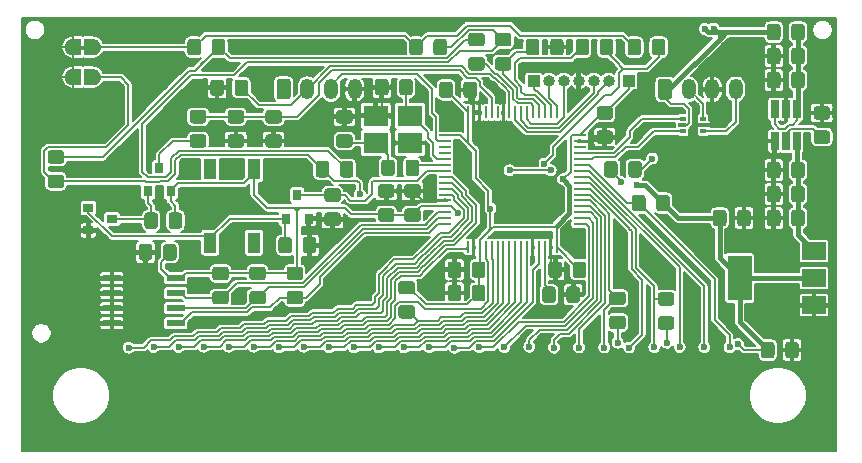
<source format=gbr>
%TF.GenerationSoftware,KiCad,Pcbnew,5.1.6+dfsg1-1~bpo10+1*%
%TF.CreationDate,2021-04-22T00:57:50+03:00*%
%TF.ProjectId,controller,636f6e74-726f-46c6-9c65-722e6b696361,rev?*%
%TF.SameCoordinates,PX3cfccb0PYa197300*%
%TF.FileFunction,Copper,L1,Top*%
%TF.FilePolarity,Positive*%
%FSLAX46Y46*%
G04 Gerber Fmt 4.6, Leading zero omitted, Abs format (unit mm)*
G04 Created by KiCad (PCBNEW 5.1.6+dfsg1-1~bpo10+1) date 2021-04-22 00:57:50*
%MOMM*%
%LPD*%
G01*
G04 APERTURE LIST*
%TA.AperFunction,EtchedComponent*%
%ADD10C,0.100000*%
%TD*%
%TA.AperFunction,SMDPad,CuDef*%
%ADD11R,0.900000X0.800000*%
%TD*%
%TA.AperFunction,SMDPad,CuDef*%
%ADD12R,0.800000X0.900000*%
%TD*%
%TA.AperFunction,SMDPad,CuDef*%
%ADD13C,0.100000*%
%TD*%
%TA.AperFunction,SMDPad,CuDef*%
%ADD14R,1.100000X1.800000*%
%TD*%
%TA.AperFunction,ComponentPad*%
%ADD15R,1.000000X1.000000*%
%TD*%
%TA.AperFunction,SMDPad,CuDef*%
%ADD16R,1.550000X0.600000*%
%TD*%
%TA.AperFunction,ComponentPad*%
%ADD17O,1.000000X1.000000*%
%TD*%
%TA.AperFunction,SMDPad,CuDef*%
%ADD18R,0.250000X1.000000*%
%TD*%
%TA.AperFunction,SMDPad,CuDef*%
%ADD19R,1.000000X0.250000*%
%TD*%
%TA.AperFunction,ComponentPad*%
%ADD20O,1.200000X1.750000*%
%TD*%
%TA.AperFunction,SMDPad,CuDef*%
%ADD21R,2.100000X1.800000*%
%TD*%
%TA.AperFunction,SMDPad,CuDef*%
%ADD22R,0.500000X0.375000*%
%TD*%
%TA.AperFunction,SMDPad,CuDef*%
%ADD23R,0.650000X0.300000*%
%TD*%
%TA.AperFunction,SMDPad,CuDef*%
%ADD24R,0.650000X1.560000*%
%TD*%
%TA.AperFunction,SMDPad,CuDef*%
%ADD25R,2.000000X1.500000*%
%TD*%
%TA.AperFunction,SMDPad,CuDef*%
%ADD26R,2.000000X3.800000*%
%TD*%
%TA.AperFunction,ViaPad*%
%ADD27C,0.600000*%
%TD*%
%TA.AperFunction,Conductor*%
%ADD28C,0.170000*%
%TD*%
%TA.AperFunction,Conductor*%
%ADD29C,0.400000*%
%TD*%
%TA.AperFunction,Conductor*%
%ADD30C,0.200000*%
%TD*%
G04 APERTURE END LIST*
D10*
%TO.C,JP1*%
G36*
X5303000Y34693000D02*
G01*
X5811000Y34693000D01*
X5811000Y34439000D01*
X5303000Y34439000D01*
X5303000Y34693000D01*
G37*
X5303000Y34693000D02*
X5811000Y34693000D01*
X5811000Y34439000D01*
X5303000Y34439000D01*
X5303000Y34693000D01*
%TD*%
%TO.P,R18,2*%
%TO.N,+3.3VA*%
%TA.AperFunction,SMDPad,CuDef*%
G36*
G01*
X12825000Y19414999D02*
X12825000Y20315001D01*
G75*
G02*
X13074999Y20565000I249999J0D01*
G01*
X13725001Y20565000D01*
G75*
G02*
X13975000Y20315001I0J-249999D01*
G01*
X13975000Y19414999D01*
G75*
G02*
X13725001Y19165000I-249999J0D01*
G01*
X13074999Y19165000D01*
G75*
G02*
X12825000Y19414999I0J249999D01*
G01*
G37*
%TD.AperFunction*%
%TO.P,R18,1*%
%TO.N,Net-(Q1-Pad1)*%
%TA.AperFunction,SMDPad,CuDef*%
G36*
G01*
X10775000Y19414999D02*
X10775000Y20315001D01*
G75*
G02*
X11024999Y20565000I249999J0D01*
G01*
X11675001Y20565000D01*
G75*
G02*
X11925000Y20315001I0J-249999D01*
G01*
X11925000Y19414999D01*
G75*
G02*
X11675001Y19165000I-249999J0D01*
G01*
X11024999Y19165000D01*
G75*
G02*
X10775000Y19414999I0J249999D01*
G01*
G37*
%TD.AperFunction*%
%TD*%
%TO.P,R17,2*%
%TO.N,Net-(Q2-Pad1)*%
%TA.AperFunction,SMDPad,CuDef*%
G36*
G01*
X23275000Y18240001D02*
X23275000Y17339999D01*
G75*
G02*
X23025001Y17090000I-249999J0D01*
G01*
X22374999Y17090000D01*
G75*
G02*
X22125000Y17339999I0J249999D01*
G01*
X22125000Y18240001D01*
G75*
G02*
X22374999Y18490000I249999J0D01*
G01*
X23025001Y18490000D01*
G75*
G02*
X23275000Y18240001I0J-249999D01*
G01*
G37*
%TD.AperFunction*%
%TO.P,R17,1*%
%TO.N,GND*%
%TA.AperFunction,SMDPad,CuDef*%
G36*
G01*
X25325000Y18240001D02*
X25325000Y17339999D01*
G75*
G02*
X25075001Y17090000I-249999J0D01*
G01*
X24424999Y17090000D01*
G75*
G02*
X24175000Y17339999I0J249999D01*
G01*
X24175000Y18240001D01*
G75*
G02*
X24424999Y18490000I249999J0D01*
G01*
X25075001Y18490000D01*
G75*
G02*
X25325000Y18240001I0J-249999D01*
G01*
G37*
%TD.AperFunction*%
%TD*%
D11*
%TO.P,Q3,3*%
%TO.N,Net-(Q1-Pad1)*%
X8025000Y19990000D03*
%TO.P,Q3,2*%
%TO.N,GND*%
X6025000Y19040000D03*
%TO.P,Q3,1*%
%TO.N,Net-(Q2-Pad1)*%
X6025000Y20940000D03*
%TD*%
D12*
%TO.P,Q2,3*%
%TO.N,/NRST*%
X23725000Y22040000D03*
%TO.P,Q2,2*%
%TO.N,GND*%
X24675000Y20040000D03*
%TO.P,Q2,1*%
%TO.N,Net-(Q2-Pad1)*%
X22775000Y20040000D03*
%TD*%
%TA.AperFunction,SMDPad,CuDef*%
D13*
%TO.P,JP1,1*%
%TO.N,/TopLightsGround*%
G36*
X6384000Y35265157D02*
G01*
X6418347Y35265157D01*
X6486711Y35258424D01*
X6554086Y35245022D01*
X6619823Y35225081D01*
X6683289Y35198793D01*
X6743872Y35166410D01*
X6800990Y35128245D01*
X6854091Y35084666D01*
X6902666Y35036091D01*
X6946245Y34982990D01*
X6984410Y34925872D01*
X7016793Y34865289D01*
X7043081Y34801823D01*
X7063022Y34736086D01*
X7076424Y34668711D01*
X7083157Y34600347D01*
X7083157Y34531653D01*
X7076424Y34463289D01*
X7063022Y34395914D01*
X7043081Y34330177D01*
X7016793Y34266711D01*
X6984410Y34206128D01*
X6946245Y34149010D01*
X6902666Y34095909D01*
X6854091Y34047334D01*
X6800990Y34003755D01*
X6743872Y33965590D01*
X6683289Y33933207D01*
X6619823Y33906919D01*
X6554086Y33886978D01*
X6486711Y33873576D01*
X6418347Y33866843D01*
X6384000Y33866843D01*
X6384000Y33866000D01*
X5684000Y33866000D01*
X5684000Y35266000D01*
X6384000Y35266000D01*
X6384000Y35265157D01*
G37*
%TD.AperFunction*%
%TA.AperFunction,SMDPad,CuDef*%
%TO.P,JP1,2*%
%TO.N,GND*%
G36*
X4730000Y33866843D02*
G01*
X4695653Y33866843D01*
X4627289Y33873576D01*
X4559914Y33886978D01*
X4494177Y33906919D01*
X4430711Y33933207D01*
X4370128Y33965590D01*
X4313010Y34003755D01*
X4259909Y34047334D01*
X4211334Y34095909D01*
X4167755Y34149010D01*
X4129590Y34206128D01*
X4097207Y34266711D01*
X4070919Y34330177D01*
X4050978Y34395914D01*
X4037576Y34463289D01*
X4030843Y34531653D01*
X4030843Y34600347D01*
X4037576Y34668711D01*
X4050978Y34736086D01*
X4070919Y34801823D01*
X4097207Y34865289D01*
X4129590Y34925872D01*
X4167755Y34982990D01*
X4211334Y35036091D01*
X4259909Y35084666D01*
X4313010Y35128245D01*
X4370128Y35166410D01*
X4430711Y35198793D01*
X4494177Y35225081D01*
X4559914Y35245022D01*
X4627289Y35258424D01*
X4695653Y35265157D01*
X4730000Y35265157D01*
X4730000Y35266000D01*
X5430000Y35266000D01*
X5430000Y33866000D01*
X4730000Y33866000D01*
X4730000Y33866843D01*
G37*
%TD.AperFunction*%
%TD*%
D14*
%TO.P,SW1,4*%
%TO.N,Net-(Q2-Pad1)*%
X16350000Y18015000D03*
%TO.P,SW1,3*%
%TO.N,Net-(SW1-Pad3)*%
X16350000Y24215000D03*
%TO.P,SW1,2*%
%TO.N,Net-(SW1-Pad2)*%
X20050000Y18015000D03*
%TO.P,SW1,1*%
%TO.N,+3.3VA*%
X20050000Y24215000D03*
%TD*%
D15*
%TO.P,J4,1*%
%TO.N,+3.3VA*%
X51801660Y31703420D03*
%TD*%
%TO.P,R16,2*%
%TO.N,/BOOT0*%
%TA.AperFunction,SMDPad,CuDef*%
G36*
G01*
X15760141Y28090000D02*
X14860139Y28090000D01*
G75*
G02*
X14610140Y28339999I0J249999D01*
G01*
X14610140Y28990001D01*
G75*
G02*
X14860139Y29240000I249999J0D01*
G01*
X15760141Y29240000D01*
G75*
G02*
X16010140Y28990001I0J-249999D01*
G01*
X16010140Y28339999D01*
G75*
G02*
X15760141Y28090000I-249999J0D01*
G01*
G37*
%TD.AperFunction*%
%TO.P,R16,1*%
%TO.N,/BOOT0_DRV*%
%TA.AperFunction,SMDPad,CuDef*%
G36*
G01*
X15760141Y26040000D02*
X14860139Y26040000D01*
G75*
G02*
X14610140Y26289999I0J249999D01*
G01*
X14610140Y26940001D01*
G75*
G02*
X14860139Y27190000I249999J0D01*
G01*
X15760141Y27190000D01*
G75*
G02*
X16010140Y26940001I0J-249999D01*
G01*
X16010140Y26289999D01*
G75*
G02*
X15760141Y26040000I-249999J0D01*
G01*
G37*
%TD.AperFunction*%
%TD*%
D12*
%TO.P,Q1,3*%
%TO.N,/BOOT0_DRV*%
X12046800Y24339200D03*
%TO.P,Q1,2*%
%TO.N,+3.3VA*%
X12996800Y22339200D03*
%TO.P,Q1,1*%
%TO.N,Net-(Q1-Pad1)*%
X11096800Y22339200D03*
%TD*%
%TO.P,C20,2*%
%TO.N,GND*%
%TA.AperFunction,SMDPad,CuDef*%
G36*
G01*
X18066889Y27190000D02*
X18966891Y27190000D01*
G75*
G02*
X19216890Y26940001I0J-249999D01*
G01*
X19216890Y26289999D01*
G75*
G02*
X18966891Y26040000I-249999J0D01*
G01*
X18066889Y26040000D01*
G75*
G02*
X17816890Y26289999I0J249999D01*
G01*
X17816890Y26940001D01*
G75*
G02*
X18066889Y27190000I249999J0D01*
G01*
G37*
%TD.AperFunction*%
%TO.P,C20,1*%
%TO.N,/BOOT0*%
%TA.AperFunction,SMDPad,CuDef*%
G36*
G01*
X18066889Y29240000D02*
X18966891Y29240000D01*
G75*
G02*
X19216890Y28990001I0J-249999D01*
G01*
X19216890Y28339999D01*
G75*
G02*
X18966891Y28090000I-249999J0D01*
G01*
X18066889Y28090000D01*
G75*
G02*
X17816890Y28339999I0J249999D01*
G01*
X17816890Y28990001D01*
G75*
G02*
X18066889Y29240000I249999J0D01*
G01*
G37*
%TD.AperFunction*%
%TD*%
D16*
%TO.P,U5,8*%
%TO.N,+3.3VA*%
X13421240Y14999280D03*
%TO.P,U5,7*%
%TO.N,GPIO_PA0*%
X13421240Y13729280D03*
%TO.P,U5,6*%
%TO.N,GPIO_PA1*%
X13421240Y12459280D03*
%TO.P,U5,5*%
%TO.N,GPIO_PA2*%
X13421240Y11189280D03*
%TO.P,U5,4*%
%TO.N,GND*%
X8021240Y11189280D03*
%TO.P,U5,3*%
X8021240Y12459280D03*
%TO.P,U5,2*%
X8021240Y13729280D03*
%TO.P,U5,1*%
X8021240Y14999280D03*
%TD*%
%TO.P,R15,2*%
%TO.N,GPIO_PA2*%
%TA.AperFunction,SMDPad,CuDef*%
G36*
G01*
X23055839Y13922200D02*
X23955841Y13922200D01*
G75*
G02*
X24205840Y13672201I0J-249999D01*
G01*
X24205840Y13022199D01*
G75*
G02*
X23955841Y12772200I-249999J0D01*
G01*
X23055839Y12772200D01*
G75*
G02*
X22805840Y13022199I0J249999D01*
G01*
X22805840Y13672201D01*
G75*
G02*
X23055839Y13922200I249999J0D01*
G01*
G37*
%TD.AperFunction*%
%TO.P,R15,1*%
%TO.N,+3.3VA*%
%TA.AperFunction,SMDPad,CuDef*%
G36*
G01*
X23055839Y15972200D02*
X23955841Y15972200D01*
G75*
G02*
X24205840Y15722201I0J-249999D01*
G01*
X24205840Y15072199D01*
G75*
G02*
X23955841Y14822200I-249999J0D01*
G01*
X23055839Y14822200D01*
G75*
G02*
X22805840Y15072199I0J249999D01*
G01*
X22805840Y15722201D01*
G75*
G02*
X23055839Y15972200I249999J0D01*
G01*
G37*
%TD.AperFunction*%
%TD*%
%TO.P,R14,2*%
%TO.N,GPIO_PA1*%
%TA.AperFunction,SMDPad,CuDef*%
G36*
G01*
X19911319Y13922200D02*
X20811321Y13922200D01*
G75*
G02*
X21061320Y13672201I0J-249999D01*
G01*
X21061320Y13022199D01*
G75*
G02*
X20811321Y12772200I-249999J0D01*
G01*
X19911319Y12772200D01*
G75*
G02*
X19661320Y13022199I0J249999D01*
G01*
X19661320Y13672201D01*
G75*
G02*
X19911319Y13922200I249999J0D01*
G01*
G37*
%TD.AperFunction*%
%TO.P,R14,1*%
%TO.N,+3.3VA*%
%TA.AperFunction,SMDPad,CuDef*%
G36*
G01*
X19911319Y15972200D02*
X20811321Y15972200D01*
G75*
G02*
X21061320Y15722201I0J-249999D01*
G01*
X21061320Y15072199D01*
G75*
G02*
X20811321Y14822200I-249999J0D01*
G01*
X19911319Y14822200D01*
G75*
G02*
X19661320Y15072199I0J249999D01*
G01*
X19661320Y15722201D01*
G75*
G02*
X19911319Y15972200I249999J0D01*
G01*
G37*
%TD.AperFunction*%
%TD*%
%TO.P,R13,2*%
%TO.N,GPIO_PA0*%
%TA.AperFunction,SMDPad,CuDef*%
G36*
G01*
X16766799Y13922200D02*
X17666801Y13922200D01*
G75*
G02*
X17916800Y13672201I0J-249999D01*
G01*
X17916800Y13022199D01*
G75*
G02*
X17666801Y12772200I-249999J0D01*
G01*
X16766799Y12772200D01*
G75*
G02*
X16516800Y13022199I0J249999D01*
G01*
X16516800Y13672201D01*
G75*
G02*
X16766799Y13922200I249999J0D01*
G01*
G37*
%TD.AperFunction*%
%TO.P,R13,1*%
%TO.N,+3.3VA*%
%TA.AperFunction,SMDPad,CuDef*%
G36*
G01*
X16766799Y15972200D02*
X17666801Y15972200D01*
G75*
G02*
X17916800Y15722201I0J-249999D01*
G01*
X17916800Y15072199D01*
G75*
G02*
X17666801Y14822200I-249999J0D01*
G01*
X16766799Y14822200D01*
G75*
G02*
X16516800Y15072199I0J249999D01*
G01*
X16516800Y15722201D01*
G75*
G02*
X16766799Y15972200I249999J0D01*
G01*
G37*
%TD.AperFunction*%
%TD*%
%TO.P,C19,2*%
%TO.N,GND*%
%TA.AperFunction,SMDPad,CuDef*%
G36*
G01*
X11441080Y17644641D02*
X11441080Y16744639D01*
G75*
G02*
X11191081Y16494640I-249999J0D01*
G01*
X10541079Y16494640D01*
G75*
G02*
X10291080Y16744639I0J249999D01*
G01*
X10291080Y17644641D01*
G75*
G02*
X10541079Y17894640I249999J0D01*
G01*
X11191081Y17894640D01*
G75*
G02*
X11441080Y17644641I0J-249999D01*
G01*
G37*
%TD.AperFunction*%
%TO.P,C19,1*%
%TO.N,+3.3VA*%
%TA.AperFunction,SMDPad,CuDef*%
G36*
G01*
X13491080Y17644641D02*
X13491080Y16744639D01*
G75*
G02*
X13241081Y16494640I-249999J0D01*
G01*
X12591079Y16494640D01*
G75*
G02*
X12341080Y16744639I0J249999D01*
G01*
X12341080Y17644641D01*
G75*
G02*
X12591079Y17894640I249999J0D01*
G01*
X13241081Y17894640D01*
G75*
G02*
X13491080Y17644641I0J-249999D01*
G01*
G37*
%TD.AperFunction*%
%TD*%
%TO.P,R12,2*%
%TO.N,MEMBRANE6_PC7*%
%TA.AperFunction,SMDPad,CuDef*%
G36*
G01*
X51282601Y12717340D02*
X50382599Y12717340D01*
G75*
G02*
X50132600Y12967339I0J249999D01*
G01*
X50132600Y13617341D01*
G75*
G02*
X50382599Y13867340I249999J0D01*
G01*
X51282601Y13867340D01*
G75*
G02*
X51532600Y13617341I0J-249999D01*
G01*
X51532600Y12967339D01*
G75*
G02*
X51282601Y12717340I-249999J0D01*
G01*
G37*
%TD.AperFunction*%
%TO.P,R12,1*%
%TO.N,+3.3VA*%
%TA.AperFunction,SMDPad,CuDef*%
G36*
G01*
X51282601Y10667340D02*
X50382599Y10667340D01*
G75*
G02*
X50132600Y10917339I0J249999D01*
G01*
X50132600Y11567341D01*
G75*
G02*
X50382599Y11817340I249999J0D01*
G01*
X51282601Y11817340D01*
G75*
G02*
X51532600Y11567341I0J-249999D01*
G01*
X51532600Y10917339D01*
G75*
G02*
X51282601Y10667340I-249999J0D01*
G01*
G37*
%TD.AperFunction*%
%TD*%
%TO.P,R11,2*%
%TO.N,MEMBRANE19_PA5*%
%TA.AperFunction,SMDPad,CuDef*%
G36*
G01*
X32511159Y12716500D02*
X33411161Y12716500D01*
G75*
G02*
X33661160Y12466501I0J-249999D01*
G01*
X33661160Y11816499D01*
G75*
G02*
X33411161Y11566500I-249999J0D01*
G01*
X32511159Y11566500D01*
G75*
G02*
X32261160Y11816499I0J249999D01*
G01*
X32261160Y12466501D01*
G75*
G02*
X32511159Y12716500I249999J0D01*
G01*
G37*
%TD.AperFunction*%
%TO.P,R11,1*%
%TO.N,+3.3VA*%
%TA.AperFunction,SMDPad,CuDef*%
G36*
G01*
X32511159Y14766500D02*
X33411161Y14766500D01*
G75*
G02*
X33661160Y14516501I0J-249999D01*
G01*
X33661160Y13866499D01*
G75*
G02*
X33411161Y13616500I-249999J0D01*
G01*
X32511159Y13616500D01*
G75*
G02*
X32261160Y13866499I0J249999D01*
G01*
X32261160Y14516501D01*
G75*
G02*
X32511159Y14766500I249999J0D01*
G01*
G37*
%TD.AperFunction*%
%TD*%
%TO.P,R10,2*%
%TO.N,MEMBRANE4_PC9*%
%TA.AperFunction,SMDPad,CuDef*%
G36*
G01*
X55389781Y12664000D02*
X54489779Y12664000D01*
G75*
G02*
X54239780Y12913999I0J249999D01*
G01*
X54239780Y13564001D01*
G75*
G02*
X54489779Y13814000I249999J0D01*
G01*
X55389781Y13814000D01*
G75*
G02*
X55639780Y13564001I0J-249999D01*
G01*
X55639780Y12913999D01*
G75*
G02*
X55389781Y12664000I-249999J0D01*
G01*
G37*
%TD.AperFunction*%
%TO.P,R10,1*%
%TO.N,+3.3VA*%
%TA.AperFunction,SMDPad,CuDef*%
G36*
G01*
X55389781Y10614000D02*
X54489779Y10614000D01*
G75*
G02*
X54239780Y10863999I0J249999D01*
G01*
X54239780Y11514001D01*
G75*
G02*
X54489779Y11764000I249999J0D01*
G01*
X55389781Y11764000D01*
G75*
G02*
X55639780Y11514001I0J-249999D01*
G01*
X55639780Y10863999D01*
G75*
G02*
X55389781Y10614000I-249999J0D01*
G01*
G37*
%TD.AperFunction*%
%TD*%
%TO.P,R9,2*%
%TO.N,SOLENOID_TRIGGER_CAN_RX_BL*%
%TA.AperFunction,SMDPad,CuDef*%
G36*
G01*
X18404840Y30666679D02*
X18404840Y31566681D01*
G75*
G02*
X18654839Y31816680I249999J0D01*
G01*
X19304841Y31816680D01*
G75*
G02*
X19554840Y31566681I0J-249999D01*
G01*
X19554840Y30666679D01*
G75*
G02*
X19304841Y30416680I-249999J0D01*
G01*
X18654839Y30416680D01*
G75*
G02*
X18404840Y30666679I0J249999D01*
G01*
G37*
%TD.AperFunction*%
%TO.P,R9,1*%
%TO.N,GND*%
%TA.AperFunction,SMDPad,CuDef*%
G36*
G01*
X16354840Y30666679D02*
X16354840Y31566681D01*
G75*
G02*
X16604839Y31816680I249999J0D01*
G01*
X17254841Y31816680D01*
G75*
G02*
X17504840Y31566681I0J-249999D01*
G01*
X17504840Y30666679D01*
G75*
G02*
X17254841Y30416680I-249999J0D01*
G01*
X16604839Y30416680D01*
G75*
G02*
X16354840Y30666679I0J249999D01*
G01*
G37*
%TD.AperFunction*%
%TD*%
%TO.P,R6,2*%
%TO.N,LEDDRV2_USART3RX_BL*%
%TA.AperFunction,SMDPad,CuDef*%
G36*
G01*
X44212940Y35010001D02*
X44212940Y34109999D01*
G75*
G02*
X43962941Y33860000I-249999J0D01*
G01*
X43312939Y33860000D01*
G75*
G02*
X43062940Y34109999I0J249999D01*
G01*
X43062940Y35010001D01*
G75*
G02*
X43312939Y35260000I249999J0D01*
G01*
X43962941Y35260000D01*
G75*
G02*
X44212940Y35010001I0J-249999D01*
G01*
G37*
%TD.AperFunction*%
%TO.P,R6,1*%
%TO.N,GND*%
%TA.AperFunction,SMDPad,CuDef*%
G36*
G01*
X46262940Y35010001D02*
X46262940Y34109999D01*
G75*
G02*
X46012941Y33860000I-249999J0D01*
G01*
X45362939Y33860000D01*
G75*
G02*
X45112940Y34109999I0J249999D01*
G01*
X45112940Y35010001D01*
G75*
G02*
X45362939Y35260000I249999J0D01*
G01*
X46012941Y35260000D01*
G75*
G02*
X46262940Y35010001I0J-249999D01*
G01*
G37*
%TD.AperFunction*%
%TD*%
%TO.P,C18,2*%
%TO.N,GND*%
%TA.AperFunction,SMDPad,CuDef*%
G36*
G01*
X46507400Y13148299D02*
X46507400Y14048301D01*
G75*
G02*
X46757399Y14298300I249999J0D01*
G01*
X47407401Y14298300D01*
G75*
G02*
X47657400Y14048301I0J-249999D01*
G01*
X47657400Y13148299D01*
G75*
G02*
X47407401Y12898300I-249999J0D01*
G01*
X46757399Y12898300D01*
G75*
G02*
X46507400Y13148299I0J249999D01*
G01*
G37*
%TD.AperFunction*%
%TO.P,C18,1*%
%TO.N,/VCAP_1*%
%TA.AperFunction,SMDPad,CuDef*%
G36*
G01*
X44457400Y13148299D02*
X44457400Y14048301D01*
G75*
G02*
X44707399Y14298300I249999J0D01*
G01*
X45357401Y14298300D01*
G75*
G02*
X45607400Y14048301I0J-249999D01*
G01*
X45607400Y13148299D01*
G75*
G02*
X45357401Y12898300I-249999J0D01*
G01*
X44707399Y12898300D01*
G75*
G02*
X44457400Y13148299I0J249999D01*
G01*
G37*
%TD.AperFunction*%
%TD*%
D17*
%TO.P,J6,6*%
%TO.N,GPIO_PB4*%
X50078220Y31703420D03*
%TO.P,J6,5*%
%TO.N,GPIO_PB3*%
X48808220Y31703420D03*
%TO.P,J6,4*%
%TO.N,GND*%
X47538220Y31703420D03*
%TO.P,J6,3*%
%TO.N,GPIO_PD2*%
X46268220Y31703420D03*
%TO.P,J6,2*%
%TO.N,GPIO_PA14*%
X44998220Y31703420D03*
D15*
%TO.P,J6,1*%
%TO.N,GPIO_PA15*%
X43728220Y31703420D03*
%TD*%
D18*
%TO.P,U2,64*%
%TO.N,+3.3VA*%
X38170000Y29030000D03*
%TO.P,U2,63*%
%TO.N,GND*%
X38670000Y29030000D03*
%TO.P,U2,62*%
X39170000Y29030000D03*
%TO.P,U2,61*%
%TO.N,Net-(U2-Pad61)*%
X39670000Y29030000D03*
%TO.P,U2,60*%
%TO.N,/BOOT0*%
X40170000Y29030000D03*
%TO.P,U2,59*%
%TO.N,Net-(U2-Pad59)*%
X40670000Y29030000D03*
%TO.P,U2,58*%
%TO.N,GND*%
X41170000Y29030000D03*
%TO.P,U2,57*%
%TO.N,SOLENOID_TRIGGER_CAN_RX_BL*%
X41670000Y29030000D03*
%TO.P,U2,56*%
%TO.N,GPIO_PB4*%
X42170000Y29030000D03*
%TO.P,U2,55*%
%TO.N,GPIO_PB3*%
X42670000Y29030000D03*
%TO.P,U2,54*%
%TO.N,GPIO_PD2*%
X43170000Y29030000D03*
%TO.P,U2,53*%
%TO.N,LEDDRV1*%
X43670000Y29030000D03*
%TO.P,U2,52*%
%TO.N,LEDDRV2_USART3RX_BL*%
X44170000Y29030000D03*
%TO.P,U2,51*%
%TO.N,LEDDRV3*%
X44670000Y29030000D03*
%TO.P,U2,50*%
%TO.N,GPIO_PA15*%
X45170000Y29030000D03*
%TO.P,U2,49*%
%TO.N,GPIO_PA14*%
X45670000Y29030000D03*
D19*
%TO.P,U2,48*%
%TO.N,+3.3VA*%
X47620000Y27080000D03*
%TO.P,U2,47*%
%TO.N,GND*%
X47620000Y26580000D03*
%TO.P,U2,46*%
%TO.N,Net-(U2-Pad46)*%
X47620000Y26080000D03*
%TO.P,U2,45*%
%TO.N,USB_DP*%
X47620000Y25580000D03*
%TO.P,U2,44*%
%TO.N,USB_DM*%
X47620000Y25080000D03*
%TO.P,U2,43*%
%TO.N,MEMBRANE1_PA10*%
X47620000Y24580000D03*
%TO.P,U2,42*%
%TO.N,MEMBRANE2*%
X47620000Y24080000D03*
%TO.P,U2,41*%
%TO.N,MEMBRANE3*%
X47620000Y23580000D03*
%TO.P,U2,40*%
%TO.N,MEMBRANE4_PC9*%
X47620000Y23080000D03*
%TO.P,U2,39*%
%TO.N,MEMBRANE5*%
X47620000Y22580000D03*
%TO.P,U2,38*%
%TO.N,MEMBRANE6_PC7*%
X47620000Y22080000D03*
%TO.P,U2,37*%
%TO.N,MEMBRANE7*%
X47620000Y21580000D03*
%TO.P,U2,36*%
%TO.N,MEMBRANE8*%
X47620000Y21080000D03*
%TO.P,U2,35*%
%TO.N,MEMBRANE9*%
X47620000Y20580000D03*
%TO.P,U2,34*%
%TO.N,MEMBRANE10*%
X47620000Y20080000D03*
%TO.P,U2,33*%
%TO.N,MEMBRANE11*%
X47620000Y19580000D03*
D18*
%TO.P,U2,32*%
%TO.N,+3.3VA*%
X45670000Y17630000D03*
%TO.P,U2,31*%
%TO.N,GND*%
X45170000Y17630000D03*
%TO.P,U2,30*%
%TO.N,/VCAP_1*%
X44670000Y17630000D03*
%TO.P,U2,29*%
%TO.N,MEMBRANE12*%
X44170000Y17630000D03*
%TO.P,U2,28*%
%TO.N,GND*%
X43670000Y17630000D03*
%TO.P,U2,27*%
%TO.N,MEMBRANE13*%
X43170000Y17630000D03*
%TO.P,U2,26*%
%TO.N,MEMBRANE14*%
X42670000Y17630000D03*
%TO.P,U2,25*%
%TO.N,MEMBRANE15*%
X42170000Y17630000D03*
%TO.P,U2,24*%
%TO.N,MEMBRANE16*%
X41670000Y17630000D03*
%TO.P,U2,23*%
%TO.N,MEMBRANE17*%
X41170000Y17630000D03*
%TO.P,U2,22*%
%TO.N,MEMBRANE18*%
X40670000Y17630000D03*
%TO.P,U2,21*%
%TO.N,MEMBRANE19_PA5*%
X40170000Y17630000D03*
%TO.P,U2,20*%
%TO.N,MEMBRANE20*%
X39670000Y17630000D03*
%TO.P,U2,19*%
%TO.N,+3.3VA*%
X39170000Y17630000D03*
%TO.P,U2,18*%
%TO.N,GND*%
X38670000Y17630000D03*
%TO.P,U2,17*%
%TO.N,MEMBRANE21*%
X38170000Y17630000D03*
D19*
%TO.P,U2,16*%
%TO.N,GPIO_PA2*%
X36220000Y19580000D03*
%TO.P,U2,15*%
%TO.N,GPIO_PA1*%
X36220000Y20080000D03*
%TO.P,U2,14*%
%TO.N,GPIO_PA0*%
X36220000Y20580000D03*
%TO.P,U2,13*%
%TO.N,+3.3VA*%
X36220000Y21080000D03*
%TO.P,U2,12*%
%TO.N,GND*%
X36220000Y21580000D03*
%TO.P,U2,11*%
%TO.N,MEMBRANE25*%
X36220000Y22080000D03*
%TO.P,U2,10*%
%TO.N,MEMBRANE24*%
X36220000Y22580000D03*
%TO.P,U2,9*%
%TO.N,MEMBRANE23*%
X36220000Y23080000D03*
%TO.P,U2,8*%
%TO.N,MEMBRANE22*%
X36220000Y23580000D03*
%TO.P,U2,7*%
%TO.N,/NRST*%
X36220000Y24080000D03*
%TO.P,U2,6*%
%TO.N,/OSCO*%
X36220000Y24580000D03*
%TO.P,U2,5*%
%TO.N,/OSCI*%
X36220000Y25080000D03*
%TO.P,U2,4*%
%TO.N,Net-(U2-Pad4)*%
X36220000Y25580000D03*
%TO.P,U2,3*%
%TO.N,Net-(U2-Pad3)*%
X36220000Y26080000D03*
%TO.P,U2,2*%
%TO.N,SOLENOID_ENABLE*%
X36220000Y26580000D03*
%TO.P,U2,1*%
%TO.N,+3.3VA*%
X36220000Y27080000D03*
%TD*%
D20*
%TO.P,J3,4*%
%TO.N,GND*%
X28567480Y31004920D03*
%TO.P,J3,3*%
%TO.N,SOLENOID_ENABLE*%
X26567480Y31004920D03*
%TO.P,J3,2*%
%TO.N,SOLENOID_TRIGGER_CAN_RX_BL*%
X24567480Y31004920D03*
%TO.P,J3,1*%
%TO.N,VBUS*%
%TA.AperFunction,ComponentPad*%
G36*
G01*
X21967480Y30379919D02*
X21967480Y31629921D01*
G75*
G02*
X22217479Y31879920I249999J0D01*
G01*
X22917481Y31879920D01*
G75*
G02*
X23167480Y31629921I0J-249999D01*
G01*
X23167480Y30379919D01*
G75*
G02*
X22917481Y30129920I-249999J0D01*
G01*
X22217479Y30129920D01*
G75*
G02*
X21967480Y30379919I0J249999D01*
G01*
G37*
%TD.AperFunction*%
%TD*%
%TA.AperFunction,SMDPad,CuDef*%
D13*
%TO.P,JP2,1*%
%TO.N,/BottomLightsGround*%
G36*
X6384000Y32725157D02*
G01*
X6418347Y32725157D01*
X6486711Y32718424D01*
X6554086Y32705022D01*
X6619823Y32685081D01*
X6683289Y32658793D01*
X6743872Y32626410D01*
X6800990Y32588245D01*
X6854091Y32544666D01*
X6902666Y32496091D01*
X6946245Y32442990D01*
X6984410Y32385872D01*
X7016793Y32325289D01*
X7043081Y32261823D01*
X7063022Y32196086D01*
X7076424Y32128711D01*
X7083157Y32060347D01*
X7083157Y31991653D01*
X7076424Y31923289D01*
X7063022Y31855914D01*
X7043081Y31790177D01*
X7016793Y31726711D01*
X6984410Y31666128D01*
X6946245Y31609010D01*
X6902666Y31555909D01*
X6854091Y31507334D01*
X6800990Y31463755D01*
X6743872Y31425590D01*
X6683289Y31393207D01*
X6619823Y31366919D01*
X6554086Y31346978D01*
X6486711Y31333576D01*
X6418347Y31326843D01*
X6384000Y31326843D01*
X6384000Y31326000D01*
X5684000Y31326000D01*
X5684000Y32726000D01*
X6384000Y32726000D01*
X6384000Y32725157D01*
G37*
%TD.AperFunction*%
%TA.AperFunction,SMDPad,CuDef*%
%TO.P,JP2,2*%
%TO.N,GND*%
G36*
X4730000Y31326843D02*
G01*
X4695653Y31326843D01*
X4627289Y31333576D01*
X4559914Y31346978D01*
X4494177Y31366919D01*
X4430711Y31393207D01*
X4370128Y31425590D01*
X4313010Y31463755D01*
X4259909Y31507334D01*
X4211334Y31555909D01*
X4167755Y31609010D01*
X4129590Y31666128D01*
X4097207Y31726711D01*
X4070919Y31790177D01*
X4050978Y31855914D01*
X4037576Y31923289D01*
X4030843Y31991653D01*
X4030843Y32060347D01*
X4037576Y32128711D01*
X4050978Y32196086D01*
X4070919Y32261823D01*
X4097207Y32325289D01*
X4129590Y32385872D01*
X4167755Y32442990D01*
X4211334Y32496091D01*
X4259909Y32544666D01*
X4313010Y32588245D01*
X4370128Y32626410D01*
X4430711Y32658793D01*
X4494177Y32685081D01*
X4559914Y32705022D01*
X4627289Y32718424D01*
X4695653Y32725157D01*
X4730000Y32725157D01*
X4730000Y32726000D01*
X5430000Y32726000D01*
X5430000Y31326000D01*
X4730000Y31326000D01*
X4730000Y31326843D01*
G37*
%TD.AperFunction*%
%TD*%
%TO.P,D6,2*%
%TO.N,/LD3R*%
%TA.AperFunction,SMDPad,CuDef*%
G36*
G01*
X51740000Y23769999D02*
X51740000Y24670001D01*
G75*
G02*
X51989999Y24920000I249999J0D01*
G01*
X52640001Y24920000D01*
G75*
G02*
X52890000Y24670001I0J-249999D01*
G01*
X52890000Y23769999D01*
G75*
G02*
X52640001Y23520000I-249999J0D01*
G01*
X51989999Y23520000D01*
G75*
G02*
X51740000Y23769999I0J249999D01*
G01*
G37*
%TD.AperFunction*%
%TO.P,D6,1*%
%TO.N,/BottomLightsGround*%
%TA.AperFunction,SMDPad,CuDef*%
G36*
G01*
X49690000Y23769999D02*
X49690000Y24670001D01*
G75*
G02*
X49939999Y24920000I249999J0D01*
G01*
X50590001Y24920000D01*
G75*
G02*
X50840000Y24670001I0J-249999D01*
G01*
X50840000Y23769999D01*
G75*
G02*
X50590001Y23520000I-249999J0D01*
G01*
X49939999Y23520000D01*
G75*
G02*
X49690000Y23769999I0J249999D01*
G01*
G37*
%TD.AperFunction*%
%TD*%
%TO.P,D5,2*%
%TO.N,/LD2R*%
%TA.AperFunction,SMDPad,CuDef*%
G36*
G01*
X27325000Y23769999D02*
X27325000Y24670001D01*
G75*
G02*
X27574999Y24920000I249999J0D01*
G01*
X28225001Y24920000D01*
G75*
G02*
X28475000Y24670001I0J-249999D01*
G01*
X28475000Y23769999D01*
G75*
G02*
X28225001Y23520000I-249999J0D01*
G01*
X27574999Y23520000D01*
G75*
G02*
X27325000Y23769999I0J249999D01*
G01*
G37*
%TD.AperFunction*%
%TO.P,D5,1*%
%TO.N,/BottomLightsGround*%
%TA.AperFunction,SMDPad,CuDef*%
G36*
G01*
X25275000Y23769999D02*
X25275000Y24670001D01*
G75*
G02*
X25524999Y24920000I249999J0D01*
G01*
X26175001Y24920000D01*
G75*
G02*
X26425000Y24670001I0J-249999D01*
G01*
X26425000Y23769999D01*
G75*
G02*
X26175001Y23520000I-249999J0D01*
G01*
X25524999Y23520000D01*
G75*
G02*
X25275000Y23769999I0J249999D01*
G01*
G37*
%TD.AperFunction*%
%TD*%
%TO.P,D4,2*%
%TO.N,/LD1R*%
%TA.AperFunction,SMDPad,CuDef*%
G36*
G01*
X3730001Y24670000D02*
X2829999Y24670000D01*
G75*
G02*
X2580000Y24919999I0J249999D01*
G01*
X2580000Y25570001D01*
G75*
G02*
X2829999Y25820000I249999J0D01*
G01*
X3730001Y25820000D01*
G75*
G02*
X3980000Y25570001I0J-249999D01*
G01*
X3980000Y24919999D01*
G75*
G02*
X3730001Y24670000I-249999J0D01*
G01*
G37*
%TD.AperFunction*%
%TO.P,D4,1*%
%TO.N,/BottomLightsGround*%
%TA.AperFunction,SMDPad,CuDef*%
G36*
G01*
X3730001Y22620000D02*
X2829999Y22620000D01*
G75*
G02*
X2580000Y22869999I0J249999D01*
G01*
X2580000Y23520001D01*
G75*
G02*
X2829999Y23770000I249999J0D01*
G01*
X3730001Y23770000D01*
G75*
G02*
X3980000Y23520001I0J-249999D01*
G01*
X3980000Y22869999D01*
G75*
G02*
X3730001Y22620000I-249999J0D01*
G01*
G37*
%TD.AperFunction*%
%TD*%
D21*
%TO.P,Y1,4*%
%TO.N,GND*%
X33260000Y26450000D03*
%TO.P,Y1,3*%
%TO.N,/OSCO_RES*%
X30360000Y26450000D03*
%TO.P,Y1,2*%
%TO.N,GND*%
X30360000Y28750000D03*
%TO.P,Y1,1*%
%TO.N,/OSCI*%
X33260000Y28750000D03*
%TD*%
D22*
%TO.P,U4,6*%
%TO.N,USB_DM*%
X56358000Y27424500D03*
%TO.P,U4,4*%
%TO.N,USB_DP*%
X56358000Y28499500D03*
D23*
%TO.P,U4,2*%
%TO.N,GND*%
X58133000Y27962000D03*
%TO.P,U4,5*%
%TO.N,VBUS*%
X56283000Y27962000D03*
D22*
%TO.P,U4,3*%
%TO.N,USB_DP_ESD*%
X58058000Y28499500D03*
%TO.P,U4,1*%
%TO.N,USB_DM_ESD*%
X58058000Y27424500D03*
%TD*%
D24*
%TO.P,U3,5*%
%TO.N,Net-(R7-Pad1)*%
X65082000Y26612000D03*
%TO.P,U3,6*%
%TO.N,Net-(C11-Pad1)*%
X66032000Y26612000D03*
%TO.P,U3,4*%
%TO.N,GND*%
X64132000Y26612000D03*
%TO.P,U3,3*%
%TO.N,Net-(C14-Pad1)*%
X64132000Y29312000D03*
%TO.P,U3,2*%
%TO.N,GND*%
X65082000Y29312000D03*
%TO.P,U3,1*%
%TO.N,Net-(C14-Pad1)*%
X66032000Y29312000D03*
%TD*%
D25*
%TO.P,U1,1*%
%TO.N,GND*%
X67470000Y12708000D03*
%TO.P,U1,3*%
%TO.N,Net-(C11-Pad1)*%
X67470000Y17308000D03*
%TO.P,U1,2*%
%TO.N,+3.3VA*%
X67470000Y15008000D03*
D26*
X61170000Y15008000D03*
%TD*%
%TO.P,R8,2*%
%TO.N,MEMBRANE1_PA10*%
%TA.AperFunction,SMDPad,CuDef*%
G36*
G01*
X53202000Y21808001D02*
X53202000Y20907999D01*
G75*
G02*
X52952001Y20658000I-249999J0D01*
G01*
X52301999Y20658000D01*
G75*
G02*
X52052000Y20907999I0J249999D01*
G01*
X52052000Y21808001D01*
G75*
G02*
X52301999Y22058000I249999J0D01*
G01*
X52952001Y22058000D01*
G75*
G02*
X53202000Y21808001I0J-249999D01*
G01*
G37*
%TD.AperFunction*%
%TO.P,R8,1*%
%TO.N,+3.3VA*%
%TA.AperFunction,SMDPad,CuDef*%
G36*
G01*
X55252000Y21808001D02*
X55252000Y20907999D01*
G75*
G02*
X55002001Y20658000I-249999J0D01*
G01*
X54351999Y20658000D01*
G75*
G02*
X54102000Y20907999I0J249999D01*
G01*
X54102000Y21808001D01*
G75*
G02*
X54351999Y22058000I249999J0D01*
G01*
X55002001Y22058000D01*
G75*
G02*
X55252000Y21808001I0J-249999D01*
G01*
G37*
%TD.AperFunction*%
%TD*%
%TO.P,R7,2*%
%TO.N,GND*%
%TA.AperFunction,SMDPad,CuDef*%
G36*
G01*
X68580001Y28412000D02*
X67679999Y28412000D01*
G75*
G02*
X67430000Y28661999I0J249999D01*
G01*
X67430000Y29312001D01*
G75*
G02*
X67679999Y29562000I249999J0D01*
G01*
X68580001Y29562000D01*
G75*
G02*
X68830000Y29312001I0J-249999D01*
G01*
X68830000Y28661999D01*
G75*
G02*
X68580001Y28412000I-249999J0D01*
G01*
G37*
%TD.AperFunction*%
%TO.P,R7,1*%
%TO.N,Net-(R7-Pad1)*%
%TA.AperFunction,SMDPad,CuDef*%
G36*
G01*
X68580001Y26362000D02*
X67679999Y26362000D01*
G75*
G02*
X67430000Y26611999I0J249999D01*
G01*
X67430000Y27262001D01*
G75*
G02*
X67679999Y27512000I249999J0D01*
G01*
X68580001Y27512000D01*
G75*
G02*
X68830000Y27262001I0J-249999D01*
G01*
X68830000Y26611999D01*
G75*
G02*
X68580001Y26362000I-249999J0D01*
G01*
G37*
%TD.AperFunction*%
%TD*%
%TO.P,R5,2*%
%TO.N,LEDDRV3*%
%TA.AperFunction,SMDPad,CuDef*%
G36*
G01*
X48424260Y35010001D02*
X48424260Y34109999D01*
G75*
G02*
X48174261Y33860000I-249999J0D01*
G01*
X47524259Y33860000D01*
G75*
G02*
X47274260Y34109999I0J249999D01*
G01*
X47274260Y35010001D01*
G75*
G02*
X47524259Y35260000I249999J0D01*
G01*
X48174261Y35260000D01*
G75*
G02*
X48424260Y35010001I0J-249999D01*
G01*
G37*
%TD.AperFunction*%
%TO.P,R5,1*%
%TO.N,/LD3R*%
%TA.AperFunction,SMDPad,CuDef*%
G36*
G01*
X50474260Y35010001D02*
X50474260Y34109999D01*
G75*
G02*
X50224261Y33860000I-249999J0D01*
G01*
X49574259Y33860000D01*
G75*
G02*
X49324260Y34109999I0J249999D01*
G01*
X49324260Y35010001D01*
G75*
G02*
X49574259Y35260000I249999J0D01*
G01*
X50224261Y35260000D01*
G75*
G02*
X50474260Y35010001I0J-249999D01*
G01*
G37*
%TD.AperFunction*%
%TD*%
%TO.P,R4,2*%
%TO.N,LEDDRV2_USART3RX_BL*%
%TA.AperFunction,SMDPad,CuDef*%
G36*
G01*
X40697579Y33722300D02*
X41597581Y33722300D01*
G75*
G02*
X41847580Y33472301I0J-249999D01*
G01*
X41847580Y32822299D01*
G75*
G02*
X41597581Y32572300I-249999J0D01*
G01*
X40697579Y32572300D01*
G75*
G02*
X40447580Y32822299I0J249999D01*
G01*
X40447580Y33472301D01*
G75*
G02*
X40697579Y33722300I249999J0D01*
G01*
G37*
%TD.AperFunction*%
%TO.P,R4,1*%
%TO.N,/LD2R*%
%TA.AperFunction,SMDPad,CuDef*%
G36*
G01*
X40697579Y35772300D02*
X41597581Y35772300D01*
G75*
G02*
X41847580Y35522301I0J-249999D01*
G01*
X41847580Y34872299D01*
G75*
G02*
X41597581Y34622300I-249999J0D01*
G01*
X40697579Y34622300D01*
G75*
G02*
X40447580Y34872299I0J249999D01*
G01*
X40447580Y35522301D01*
G75*
G02*
X40697579Y35772300I249999J0D01*
G01*
G37*
%TD.AperFunction*%
%TD*%
%TO.P,R3,2*%
%TO.N,LEDDRV1*%
%TA.AperFunction,SMDPad,CuDef*%
G36*
G01*
X38436979Y33722300D02*
X39336981Y33722300D01*
G75*
G02*
X39586980Y33472301I0J-249999D01*
G01*
X39586980Y32822299D01*
G75*
G02*
X39336981Y32572300I-249999J0D01*
G01*
X38436979Y32572300D01*
G75*
G02*
X38186980Y32822299I0J249999D01*
G01*
X38186980Y33472301D01*
G75*
G02*
X38436979Y33722300I249999J0D01*
G01*
G37*
%TD.AperFunction*%
%TO.P,R3,1*%
%TO.N,/LD1R*%
%TA.AperFunction,SMDPad,CuDef*%
G36*
G01*
X38436979Y35772300D02*
X39336981Y35772300D01*
G75*
G02*
X39586980Y35522301I0J-249999D01*
G01*
X39586980Y34872299D01*
G75*
G02*
X39336981Y34622300I-249999J0D01*
G01*
X38436979Y34622300D01*
G75*
G02*
X38186980Y34872299I0J249999D01*
G01*
X38186980Y35522301D01*
G75*
G02*
X38436979Y35772300I249999J0D01*
G01*
G37*
%TD.AperFunction*%
%TD*%
%TO.P,R2,2*%
%TO.N,GND*%
%TA.AperFunction,SMDPad,CuDef*%
G36*
G01*
X21273639Y27190000D02*
X22173641Y27190000D01*
G75*
G02*
X22423640Y26940001I0J-249999D01*
G01*
X22423640Y26289999D01*
G75*
G02*
X22173641Y26040000I-249999J0D01*
G01*
X21273639Y26040000D01*
G75*
G02*
X21023640Y26289999I0J249999D01*
G01*
X21023640Y26940001D01*
G75*
G02*
X21273639Y27190000I249999J0D01*
G01*
G37*
%TD.AperFunction*%
%TO.P,R2,1*%
%TO.N,/BOOT0*%
%TA.AperFunction,SMDPad,CuDef*%
G36*
G01*
X21273639Y29240000D02*
X22173641Y29240000D01*
G75*
G02*
X22423640Y28990001I0J-249999D01*
G01*
X22423640Y28339999D01*
G75*
G02*
X22173641Y28090000I-249999J0D01*
G01*
X21273639Y28090000D01*
G75*
G02*
X21023640Y28339999I0J249999D01*
G01*
X21023640Y28990001D01*
G75*
G02*
X21273639Y29240000I249999J0D01*
G01*
G37*
%TD.AperFunction*%
%TD*%
%TO.P,R1,2*%
%TO.N,/OSCO*%
%TA.AperFunction,SMDPad,CuDef*%
G36*
G01*
X32880000Y23889999D02*
X32880000Y24790001D01*
G75*
G02*
X33129999Y25040000I249999J0D01*
G01*
X33780001Y25040000D01*
G75*
G02*
X34030000Y24790001I0J-249999D01*
G01*
X34030000Y23889999D01*
G75*
G02*
X33780001Y23640000I-249999J0D01*
G01*
X33129999Y23640000D01*
G75*
G02*
X32880000Y23889999I0J249999D01*
G01*
G37*
%TD.AperFunction*%
%TO.P,R1,1*%
%TO.N,/OSCO_RES*%
%TA.AperFunction,SMDPad,CuDef*%
G36*
G01*
X30830000Y23889999D02*
X30830000Y24790001D01*
G75*
G02*
X31079999Y25040000I249999J0D01*
G01*
X31730001Y25040000D01*
G75*
G02*
X31980000Y24790001I0J-249999D01*
G01*
X31980000Y23889999D01*
G75*
G02*
X31730001Y23640000I-249999J0D01*
G01*
X31079999Y23640000D01*
G75*
G02*
X30830000Y23889999I0J249999D01*
G01*
G37*
%TD.AperFunction*%
%TD*%
D20*
%TO.P,J2,4*%
%TO.N,USB_DM_ESD*%
X60840000Y30990000D03*
%TO.P,J2,3*%
%TO.N,GND*%
X58840000Y30990000D03*
%TO.P,J2,2*%
%TO.N,USB_DP_ESD*%
X56840000Y30990000D03*
%TO.P,J2,1*%
%TO.N,VBUS*%
%TA.AperFunction,ComponentPad*%
G36*
G01*
X54240000Y30364999D02*
X54240000Y31615001D01*
G75*
G02*
X54489999Y31865000I249999J0D01*
G01*
X55190001Y31865000D01*
G75*
G02*
X55440000Y31615001I0J-249999D01*
G01*
X55440000Y30364999D01*
G75*
G02*
X55190001Y30115000I-249999J0D01*
G01*
X54489999Y30115000D01*
G75*
G02*
X54240000Y30364999I0J249999D01*
G01*
G37*
%TD.AperFunction*%
%TD*%
%TO.P,FB1,2*%
%TO.N,VBUS*%
%TA.AperFunction,SMDPad,CuDef*%
G36*
G01*
X64632000Y36286001D02*
X64632000Y35385999D01*
G75*
G02*
X64382001Y35136000I-249999J0D01*
G01*
X63731999Y35136000D01*
G75*
G02*
X63482000Y35385999I0J249999D01*
G01*
X63482000Y36286001D01*
G75*
G02*
X63731999Y36536000I249999J0D01*
G01*
X64382001Y36536000D01*
G75*
G02*
X64632000Y36286001I0J-249999D01*
G01*
G37*
%TD.AperFunction*%
%TO.P,FB1,1*%
%TO.N,Net-(C14-Pad1)*%
%TA.AperFunction,SMDPad,CuDef*%
G36*
G01*
X66682000Y36286001D02*
X66682000Y35385999D01*
G75*
G02*
X66432001Y35136000I-249999J0D01*
G01*
X65781999Y35136000D01*
G75*
G02*
X65532000Y35385999I0J249999D01*
G01*
X65532000Y36286001D01*
G75*
G02*
X65781999Y36536000I249999J0D01*
G01*
X66432001Y36536000D01*
G75*
G02*
X66682000Y36286001I0J-249999D01*
G01*
G37*
%TD.AperFunction*%
%TD*%
%TO.P,D3,2*%
%TO.N,/LD3R*%
%TA.AperFunction,SMDPad,CuDef*%
G36*
G01*
X53730000Y34109999D02*
X53730000Y35010001D01*
G75*
G02*
X53979999Y35260000I249999J0D01*
G01*
X54630001Y35260000D01*
G75*
G02*
X54880000Y35010001I0J-249999D01*
G01*
X54880000Y34109999D01*
G75*
G02*
X54630001Y33860000I-249999J0D01*
G01*
X53979999Y33860000D01*
G75*
G02*
X53730000Y34109999I0J249999D01*
G01*
G37*
%TD.AperFunction*%
%TO.P,D3,1*%
%TO.N,/TopLightsGround*%
%TA.AperFunction,SMDPad,CuDef*%
G36*
G01*
X51680000Y34109999D02*
X51680000Y35010001D01*
G75*
G02*
X51929999Y35260000I249999J0D01*
G01*
X52580001Y35260000D01*
G75*
G02*
X52830000Y35010001I0J-249999D01*
G01*
X52830000Y34109999D01*
G75*
G02*
X52580001Y33860000I-249999J0D01*
G01*
X51929999Y33860000D01*
G75*
G02*
X51680000Y34109999I0J249999D01*
G01*
G37*
%TD.AperFunction*%
%TD*%
%TO.P,D2,2*%
%TO.N,/LD2R*%
%TA.AperFunction,SMDPad,CuDef*%
G36*
G01*
X35245000Y34109999D02*
X35245000Y35010001D01*
G75*
G02*
X35494999Y35260000I249999J0D01*
G01*
X36145001Y35260000D01*
G75*
G02*
X36395000Y35010001I0J-249999D01*
G01*
X36395000Y34109999D01*
G75*
G02*
X36145001Y33860000I-249999J0D01*
G01*
X35494999Y33860000D01*
G75*
G02*
X35245000Y34109999I0J249999D01*
G01*
G37*
%TD.AperFunction*%
%TO.P,D2,1*%
%TO.N,/TopLightsGround*%
%TA.AperFunction,SMDPad,CuDef*%
G36*
G01*
X33195000Y34109999D02*
X33195000Y35010001D01*
G75*
G02*
X33444999Y35260000I249999J0D01*
G01*
X34095001Y35260000D01*
G75*
G02*
X34345000Y35010001I0J-249999D01*
G01*
X34345000Y34109999D01*
G75*
G02*
X34095001Y33860000I-249999J0D01*
G01*
X33444999Y33860000D01*
G75*
G02*
X33195000Y34109999I0J249999D01*
G01*
G37*
%TD.AperFunction*%
%TD*%
%TO.P,D1,2*%
%TO.N,/LD1R*%
%TA.AperFunction,SMDPad,CuDef*%
G36*
G01*
X16465000Y34109999D02*
X16465000Y35010001D01*
G75*
G02*
X16714999Y35260000I249999J0D01*
G01*
X17365001Y35260000D01*
G75*
G02*
X17615000Y35010001I0J-249999D01*
G01*
X17615000Y34109999D01*
G75*
G02*
X17365001Y33860000I-249999J0D01*
G01*
X16714999Y33860000D01*
G75*
G02*
X16465000Y34109999I0J249999D01*
G01*
G37*
%TD.AperFunction*%
%TO.P,D1,1*%
%TO.N,/TopLightsGround*%
%TA.AperFunction,SMDPad,CuDef*%
G36*
G01*
X14415000Y34109999D02*
X14415000Y35010001D01*
G75*
G02*
X14664999Y35260000I249999J0D01*
G01*
X15315001Y35260000D01*
G75*
G02*
X15565000Y35010001I0J-249999D01*
G01*
X15565000Y34109999D01*
G75*
G02*
X15315001Y33860000I-249999J0D01*
G01*
X14664999Y33860000D01*
G75*
G02*
X14415000Y34109999I0J249999D01*
G01*
G37*
%TD.AperFunction*%
%TD*%
%TO.P,C17,2*%
%TO.N,GND*%
%TA.AperFunction,SMDPad,CuDef*%
G36*
G01*
X64632000Y22570001D02*
X64632000Y21669999D01*
G75*
G02*
X64382001Y21420000I-249999J0D01*
G01*
X63731999Y21420000D01*
G75*
G02*
X63482000Y21669999I0J249999D01*
G01*
X63482000Y22570001D01*
G75*
G02*
X63731999Y22820000I249999J0D01*
G01*
X64382001Y22820000D01*
G75*
G02*
X64632000Y22570001I0J-249999D01*
G01*
G37*
%TD.AperFunction*%
%TO.P,C17,1*%
%TO.N,Net-(C11-Pad1)*%
%TA.AperFunction,SMDPad,CuDef*%
G36*
G01*
X66682000Y22570001D02*
X66682000Y21669999D01*
G75*
G02*
X66432001Y21420000I-249999J0D01*
G01*
X65781999Y21420000D01*
G75*
G02*
X65532000Y21669999I0J249999D01*
G01*
X65532000Y22570001D01*
G75*
G02*
X65781999Y22820000I249999J0D01*
G01*
X66432001Y22820000D01*
G75*
G02*
X66682000Y22570001I0J-249999D01*
G01*
G37*
%TD.AperFunction*%
%TD*%
%TO.P,C16,2*%
%TO.N,GND*%
%TA.AperFunction,SMDPad,CuDef*%
G36*
G01*
X64632000Y24602001D02*
X64632000Y23701999D01*
G75*
G02*
X64382001Y23452000I-249999J0D01*
G01*
X63731999Y23452000D01*
G75*
G02*
X63482000Y23701999I0J249999D01*
G01*
X63482000Y24602001D01*
G75*
G02*
X63731999Y24852000I249999J0D01*
G01*
X64382001Y24852000D01*
G75*
G02*
X64632000Y24602001I0J-249999D01*
G01*
G37*
%TD.AperFunction*%
%TO.P,C16,1*%
%TO.N,Net-(C11-Pad1)*%
%TA.AperFunction,SMDPad,CuDef*%
G36*
G01*
X66682000Y24602001D02*
X66682000Y23701999D01*
G75*
G02*
X66432001Y23452000I-249999J0D01*
G01*
X65781999Y23452000D01*
G75*
G02*
X65532000Y23701999I0J249999D01*
G01*
X65532000Y24602001D01*
G75*
G02*
X65781999Y24852000I249999J0D01*
G01*
X66432001Y24852000D01*
G75*
G02*
X66682000Y24602001I0J-249999D01*
G01*
G37*
%TD.AperFunction*%
%TD*%
%TO.P,C15,2*%
%TO.N,GND*%
%TA.AperFunction,SMDPad,CuDef*%
G36*
G01*
X64632000Y32222001D02*
X64632000Y31321999D01*
G75*
G02*
X64382001Y31072000I-249999J0D01*
G01*
X63731999Y31072000D01*
G75*
G02*
X63482000Y31321999I0J249999D01*
G01*
X63482000Y32222001D01*
G75*
G02*
X63731999Y32472000I249999J0D01*
G01*
X64382001Y32472000D01*
G75*
G02*
X64632000Y32222001I0J-249999D01*
G01*
G37*
%TD.AperFunction*%
%TO.P,C15,1*%
%TO.N,Net-(C14-Pad1)*%
%TA.AperFunction,SMDPad,CuDef*%
G36*
G01*
X66682000Y32222001D02*
X66682000Y31321999D01*
G75*
G02*
X66432001Y31072000I-249999J0D01*
G01*
X65781999Y31072000D01*
G75*
G02*
X65532000Y31321999I0J249999D01*
G01*
X65532000Y32222001D01*
G75*
G02*
X65781999Y32472000I249999J0D01*
G01*
X66432001Y32472000D01*
G75*
G02*
X66682000Y32222001I0J-249999D01*
G01*
G37*
%TD.AperFunction*%
%TD*%
%TO.P,C14,2*%
%TO.N,GND*%
%TA.AperFunction,SMDPad,CuDef*%
G36*
G01*
X64632000Y34254001D02*
X64632000Y33353999D01*
G75*
G02*
X64382001Y33104000I-249999J0D01*
G01*
X63731999Y33104000D01*
G75*
G02*
X63482000Y33353999I0J249999D01*
G01*
X63482000Y34254001D01*
G75*
G02*
X63731999Y34504000I249999J0D01*
G01*
X64382001Y34504000D01*
G75*
G02*
X64632000Y34254001I0J-249999D01*
G01*
G37*
%TD.AperFunction*%
%TO.P,C14,1*%
%TO.N,Net-(C14-Pad1)*%
%TA.AperFunction,SMDPad,CuDef*%
G36*
G01*
X66682000Y34254001D02*
X66682000Y33353999D01*
G75*
G02*
X66432001Y33104000I-249999J0D01*
G01*
X65781999Y33104000D01*
G75*
G02*
X65532000Y33353999I0J249999D01*
G01*
X65532000Y34254001D01*
G75*
G02*
X65781999Y34504000I249999J0D01*
G01*
X66432001Y34504000D01*
G75*
G02*
X66682000Y34254001I0J-249999D01*
G01*
G37*
%TD.AperFunction*%
%TD*%
%TO.P,C13,2*%
%TO.N,GND*%
%TA.AperFunction,SMDPad,CuDef*%
G36*
G01*
X60960000Y19637999D02*
X60960000Y20538001D01*
G75*
G02*
X61209999Y20788000I249999J0D01*
G01*
X61860001Y20788000D01*
G75*
G02*
X62110000Y20538001I0J-249999D01*
G01*
X62110000Y19637999D01*
G75*
G02*
X61860001Y19388000I-249999J0D01*
G01*
X61209999Y19388000D01*
G75*
G02*
X60960000Y19637999I0J249999D01*
G01*
G37*
%TD.AperFunction*%
%TO.P,C13,1*%
%TO.N,+3.3VA*%
%TA.AperFunction,SMDPad,CuDef*%
G36*
G01*
X58910000Y19637999D02*
X58910000Y20538001D01*
G75*
G02*
X59159999Y20788000I249999J0D01*
G01*
X59810001Y20788000D01*
G75*
G02*
X60060000Y20538001I0J-249999D01*
G01*
X60060000Y19637999D01*
G75*
G02*
X59810001Y19388000I-249999J0D01*
G01*
X59159999Y19388000D01*
G75*
G02*
X58910000Y19637999I0J249999D01*
G01*
G37*
%TD.AperFunction*%
%TD*%
%TO.P,C12,2*%
%TO.N,GND*%
%TA.AperFunction,SMDPad,CuDef*%
G36*
G01*
X65024000Y8461999D02*
X65024000Y9362001D01*
G75*
G02*
X65273999Y9612000I249999J0D01*
G01*
X65924001Y9612000D01*
G75*
G02*
X66174000Y9362001I0J-249999D01*
G01*
X66174000Y8461999D01*
G75*
G02*
X65924001Y8212000I-249999J0D01*
G01*
X65273999Y8212000D01*
G75*
G02*
X65024000Y8461999I0J249999D01*
G01*
G37*
%TD.AperFunction*%
%TO.P,C12,1*%
%TO.N,+3.3VA*%
%TA.AperFunction,SMDPad,CuDef*%
G36*
G01*
X62974000Y8461999D02*
X62974000Y9362001D01*
G75*
G02*
X63223999Y9612000I249999J0D01*
G01*
X63874001Y9612000D01*
G75*
G02*
X64124000Y9362001I0J-249999D01*
G01*
X64124000Y8461999D01*
G75*
G02*
X63874001Y8212000I-249999J0D01*
G01*
X63223999Y8212000D01*
G75*
G02*
X62974000Y8461999I0J249999D01*
G01*
G37*
%TD.AperFunction*%
%TD*%
%TO.P,C11,2*%
%TO.N,GND*%
%TA.AperFunction,SMDPad,CuDef*%
G36*
G01*
X64632000Y20538001D02*
X64632000Y19637999D01*
G75*
G02*
X64382001Y19388000I-249999J0D01*
G01*
X63731999Y19388000D01*
G75*
G02*
X63482000Y19637999I0J249999D01*
G01*
X63482000Y20538001D01*
G75*
G02*
X63731999Y20788000I249999J0D01*
G01*
X64382001Y20788000D01*
G75*
G02*
X64632000Y20538001I0J-249999D01*
G01*
G37*
%TD.AperFunction*%
%TO.P,C11,1*%
%TO.N,Net-(C11-Pad1)*%
%TA.AperFunction,SMDPad,CuDef*%
G36*
G01*
X66682000Y20538001D02*
X66682000Y19637999D01*
G75*
G02*
X66432001Y19388000I-249999J0D01*
G01*
X65781999Y19388000D01*
G75*
G02*
X65532000Y19637999I0J249999D01*
G01*
X65532000Y20538001D01*
G75*
G02*
X65781999Y20788000I249999J0D01*
G01*
X66432001Y20788000D01*
G75*
G02*
X66682000Y20538001I0J-249999D01*
G01*
G37*
%TD.AperFunction*%
%TD*%
%TO.P,C10,2*%
%TO.N,/NRST*%
%TA.AperFunction,SMDPad,CuDef*%
G36*
G01*
X27150001Y21465000D02*
X26249999Y21465000D01*
G75*
G02*
X26000000Y21714999I0J249999D01*
G01*
X26000000Y22365001D01*
G75*
G02*
X26249999Y22615000I249999J0D01*
G01*
X27150001Y22615000D01*
G75*
G02*
X27400000Y22365001I0J-249999D01*
G01*
X27400000Y21714999D01*
G75*
G02*
X27150001Y21465000I-249999J0D01*
G01*
G37*
%TD.AperFunction*%
%TO.P,C10,1*%
%TO.N,GND*%
%TA.AperFunction,SMDPad,CuDef*%
G36*
G01*
X27150001Y19415000D02*
X26249999Y19415000D01*
G75*
G02*
X26000000Y19664999I0J249999D01*
G01*
X26000000Y20315001D01*
G75*
G02*
X26249999Y20565000I249999J0D01*
G01*
X27150001Y20565000D01*
G75*
G02*
X27400000Y20315001I0J-249999D01*
G01*
X27400000Y19664999D01*
G75*
G02*
X27150001Y19415000I-249999J0D01*
G01*
G37*
%TD.AperFunction*%
%TD*%
%TO.P,C9,2*%
%TO.N,GND*%
%TA.AperFunction,SMDPad,CuDef*%
G36*
G01*
X28150001Y28090000D02*
X27249999Y28090000D01*
G75*
G02*
X27000000Y28339999I0J249999D01*
G01*
X27000000Y28990001D01*
G75*
G02*
X27249999Y29240000I249999J0D01*
G01*
X28150001Y29240000D01*
G75*
G02*
X28400000Y28990001I0J-249999D01*
G01*
X28400000Y28339999D01*
G75*
G02*
X28150001Y28090000I-249999J0D01*
G01*
G37*
%TD.AperFunction*%
%TO.P,C9,1*%
%TO.N,/OSCO_RES*%
%TA.AperFunction,SMDPad,CuDef*%
G36*
G01*
X28150001Y26040000D02*
X27249999Y26040000D01*
G75*
G02*
X27000000Y26289999I0J249999D01*
G01*
X27000000Y26940001D01*
G75*
G02*
X27249999Y27190000I249999J0D01*
G01*
X28150001Y27190000D01*
G75*
G02*
X28400000Y26940001I0J-249999D01*
G01*
X28400000Y26289999D01*
G75*
G02*
X28150001Y26040000I-249999J0D01*
G01*
G37*
%TD.AperFunction*%
%TD*%
%TO.P,C8,2*%
%TO.N,GND*%
%TA.AperFunction,SMDPad,CuDef*%
G36*
G01*
X31440000Y31620001D02*
X31440000Y30719999D01*
G75*
G02*
X31190001Y30470000I-249999J0D01*
G01*
X30539999Y30470000D01*
G75*
G02*
X30290000Y30719999I0J249999D01*
G01*
X30290000Y31620001D01*
G75*
G02*
X30539999Y31870000I249999J0D01*
G01*
X31190001Y31870000D01*
G75*
G02*
X31440000Y31620001I0J-249999D01*
G01*
G37*
%TD.AperFunction*%
%TO.P,C8,1*%
%TO.N,/OSCI*%
%TA.AperFunction,SMDPad,CuDef*%
G36*
G01*
X33490000Y31620001D02*
X33490000Y30719999D01*
G75*
G02*
X33240001Y30470000I-249999J0D01*
G01*
X32589999Y30470000D01*
G75*
G02*
X32340000Y30719999I0J249999D01*
G01*
X32340000Y31620001D01*
G75*
G02*
X32589999Y31870000I249999J0D01*
G01*
X33240001Y31870000D01*
G75*
G02*
X33490000Y31620001I0J-249999D01*
G01*
G37*
%TD.AperFunction*%
%TD*%
%TO.P,C7,2*%
%TO.N,GND*%
%TA.AperFunction,SMDPad,CuDef*%
G36*
G01*
X37600000Y14188001D02*
X37600000Y13287999D01*
G75*
G02*
X37350001Y13038000I-249999J0D01*
G01*
X36699999Y13038000D01*
G75*
G02*
X36450000Y13287999I0J249999D01*
G01*
X36450000Y14188001D01*
G75*
G02*
X36699999Y14438000I249999J0D01*
G01*
X37350001Y14438000D01*
G75*
G02*
X37600000Y14188001I0J-249999D01*
G01*
G37*
%TD.AperFunction*%
%TO.P,C7,1*%
%TO.N,+3.3VA*%
%TA.AperFunction,SMDPad,CuDef*%
G36*
G01*
X39650000Y14188001D02*
X39650000Y13287999D01*
G75*
G02*
X39400001Y13038000I-249999J0D01*
G01*
X38749999Y13038000D01*
G75*
G02*
X38500000Y13287999I0J249999D01*
G01*
X38500000Y14188001D01*
G75*
G02*
X38749999Y14438000I249999J0D01*
G01*
X39400001Y14438000D01*
G75*
G02*
X39650000Y14188001I0J-249999D01*
G01*
G37*
%TD.AperFunction*%
%TD*%
%TO.P,C6,2*%
%TO.N,GND*%
%TA.AperFunction,SMDPad,CuDef*%
G36*
G01*
X31690001Y21810000D02*
X30789999Y21810000D01*
G75*
G02*
X30540000Y22059999I0J249999D01*
G01*
X30540000Y22710001D01*
G75*
G02*
X30789999Y22960000I249999J0D01*
G01*
X31690001Y22960000D01*
G75*
G02*
X31940000Y22710001I0J-249999D01*
G01*
X31940000Y22059999D01*
G75*
G02*
X31690001Y21810000I-249999J0D01*
G01*
G37*
%TD.AperFunction*%
%TO.P,C6,1*%
%TO.N,+3.3VA*%
%TA.AperFunction,SMDPad,CuDef*%
G36*
G01*
X31690001Y19760000D02*
X30789999Y19760000D01*
G75*
G02*
X30540000Y20009999I0J249999D01*
G01*
X30540000Y20660001D01*
G75*
G02*
X30789999Y20910000I249999J0D01*
G01*
X31690001Y20910000D01*
G75*
G02*
X31940000Y20660001I0J-249999D01*
G01*
X31940000Y20009999D01*
G75*
G02*
X31690001Y19760000I-249999J0D01*
G01*
G37*
%TD.AperFunction*%
%TD*%
%TO.P,C5,2*%
%TO.N,GND*%
%TA.AperFunction,SMDPad,CuDef*%
G36*
G01*
X33920001Y21810000D02*
X33019999Y21810000D01*
G75*
G02*
X32770000Y22059999I0J249999D01*
G01*
X32770000Y22710001D01*
G75*
G02*
X33019999Y22960000I249999J0D01*
G01*
X33920001Y22960000D01*
G75*
G02*
X34170000Y22710001I0J-249999D01*
G01*
X34170000Y22059999D01*
G75*
G02*
X33920001Y21810000I-249999J0D01*
G01*
G37*
%TD.AperFunction*%
%TO.P,C5,1*%
%TO.N,+3.3VA*%
%TA.AperFunction,SMDPad,CuDef*%
G36*
G01*
X33920001Y19760000D02*
X33019999Y19760000D01*
G75*
G02*
X32770000Y20009999I0J249999D01*
G01*
X32770000Y20660001D01*
G75*
G02*
X33019999Y20910000I249999J0D01*
G01*
X33920001Y20910000D01*
G75*
G02*
X34170000Y20660001I0J-249999D01*
G01*
X34170000Y20009999D01*
G75*
G02*
X33920001Y19760000I-249999J0D01*
G01*
G37*
%TD.AperFunction*%
%TD*%
%TO.P,C4,2*%
%TO.N,GND*%
%TA.AperFunction,SMDPad,CuDef*%
G36*
G01*
X37600000Y16160001D02*
X37600000Y15259999D01*
G75*
G02*
X37350001Y15010000I-249999J0D01*
G01*
X36699999Y15010000D01*
G75*
G02*
X36450000Y15259999I0J249999D01*
G01*
X36450000Y16160001D01*
G75*
G02*
X36699999Y16410000I249999J0D01*
G01*
X37350001Y16410000D01*
G75*
G02*
X37600000Y16160001I0J-249999D01*
G01*
G37*
%TD.AperFunction*%
%TO.P,C4,1*%
%TO.N,+3.3VA*%
%TA.AperFunction,SMDPad,CuDef*%
G36*
G01*
X39650000Y16160001D02*
X39650000Y15259999D01*
G75*
G02*
X39400001Y15010000I-249999J0D01*
G01*
X38749999Y15010000D01*
G75*
G02*
X38500000Y15259999I0J249999D01*
G01*
X38500000Y16160001D01*
G75*
G02*
X38749999Y16410000I249999J0D01*
G01*
X39400001Y16410000D01*
G75*
G02*
X39650000Y16160001I0J-249999D01*
G01*
G37*
%TD.AperFunction*%
%TD*%
%TO.P,C3,2*%
%TO.N,GND*%
%TA.AperFunction,SMDPad,CuDef*%
G36*
G01*
X46135000Y16160001D02*
X46135000Y15259999D01*
G75*
G02*
X45885001Y15010000I-249999J0D01*
G01*
X45234999Y15010000D01*
G75*
G02*
X44985000Y15259999I0J249999D01*
G01*
X44985000Y16160001D01*
G75*
G02*
X45234999Y16410000I249999J0D01*
G01*
X45885001Y16410000D01*
G75*
G02*
X46135000Y16160001I0J-249999D01*
G01*
G37*
%TD.AperFunction*%
%TO.P,C3,1*%
%TO.N,+3.3VA*%
%TA.AperFunction,SMDPad,CuDef*%
G36*
G01*
X48185000Y16160001D02*
X48185000Y15259999D01*
G75*
G02*
X47935001Y15010000I-249999J0D01*
G01*
X47284999Y15010000D01*
G75*
G02*
X47035000Y15259999I0J249999D01*
G01*
X47035000Y16160001D01*
G75*
G02*
X47284999Y16410000I249999J0D01*
G01*
X47935001Y16410000D01*
G75*
G02*
X48185000Y16160001I0J-249999D01*
G01*
G37*
%TD.AperFunction*%
%TD*%
%TO.P,C2,2*%
%TO.N,GND*%
%TA.AperFunction,SMDPad,CuDef*%
G36*
G01*
X49299999Y27510000D02*
X50200001Y27510000D01*
G75*
G02*
X50450000Y27260001I0J-249999D01*
G01*
X50450000Y26609999D01*
G75*
G02*
X50200001Y26360000I-249999J0D01*
G01*
X49299999Y26360000D01*
G75*
G02*
X49050000Y26609999I0J249999D01*
G01*
X49050000Y27260001D01*
G75*
G02*
X49299999Y27510000I249999J0D01*
G01*
G37*
%TD.AperFunction*%
%TO.P,C2,1*%
%TO.N,+3.3VA*%
%TA.AperFunction,SMDPad,CuDef*%
G36*
G01*
X49299999Y29560000D02*
X50200001Y29560000D01*
G75*
G02*
X50450000Y29310001I0J-249999D01*
G01*
X50450000Y28659999D01*
G75*
G02*
X50200001Y28410000I-249999J0D01*
G01*
X49299999Y28410000D01*
G75*
G02*
X49050000Y28659999I0J249999D01*
G01*
X49050000Y29310001D01*
G75*
G02*
X49299999Y29560000I249999J0D01*
G01*
G37*
%TD.AperFunction*%
%TD*%
%TO.P,C1,2*%
%TO.N,GND*%
%TA.AperFunction,SMDPad,CuDef*%
G36*
G01*
X37780000Y30489999D02*
X37780000Y31390001D01*
G75*
G02*
X38029999Y31640000I249999J0D01*
G01*
X38680001Y31640000D01*
G75*
G02*
X38930000Y31390001I0J-249999D01*
G01*
X38930000Y30489999D01*
G75*
G02*
X38680001Y30240000I-249999J0D01*
G01*
X38029999Y30240000D01*
G75*
G02*
X37780000Y30489999I0J249999D01*
G01*
G37*
%TD.AperFunction*%
%TO.P,C1,1*%
%TO.N,+3.3VA*%
%TA.AperFunction,SMDPad,CuDef*%
G36*
G01*
X35730000Y30489999D02*
X35730000Y31390001D01*
G75*
G02*
X35979999Y31640000I249999J0D01*
G01*
X36630001Y31640000D01*
G75*
G02*
X36880000Y31390001I0J-249999D01*
G01*
X36880000Y30489999D01*
G75*
G02*
X36630001Y30240000I-249999J0D01*
G01*
X35979999Y30240000D01*
G75*
G02*
X35730000Y30489999I0J249999D01*
G01*
G37*
%TD.AperFunction*%
%TD*%
D27*
%TO.N,GND*%
X48638040Y26933300D03*
X39402600Y30032100D03*
X28760000Y27547980D03*
X29682020Y30575660D03*
X34665500Y25175620D03*
X34680740Y22450200D03*
X50847840Y28002640D03*
X57294360Y27685140D03*
X59029180Y28086460D03*
X3310600Y34475406D03*
X3310600Y32126754D03*
X27708440Y29663800D03*
X26461300Y27700380D03*
X25234480Y29191360D03*
X62783300Y23965564D03*
X62783300Y22033132D03*
X62783300Y20100700D03*
X64022820Y18660520D03*
X61498060Y18652900D03*
X61536160Y21561200D03*
X65696680Y12737240D03*
X67461980Y11368180D03*
X69034240Y12699140D03*
X65657310Y10296300D03*
X66882860Y10296300D03*
X64431760Y10296300D03*
X62841720Y33767170D03*
X62841720Y31803750D03*
X65150580Y32800700D03*
X65115020Y34860640D03*
X65076920Y30598520D03*
X62841720Y30822040D03*
X68163020Y30278480D03*
X66895560Y29018640D03*
X58823440Y32381600D03*
X57844500Y32409540D03*
X59594560Y32089500D03*
X58845260Y29691740D03*
X38843800Y27974700D03*
X35181120Y22081900D03*
X35859300Y15711580D03*
X35859300Y13699900D03*
X37027700Y16900300D03*
X25864400Y34731100D03*
X44231140Y21957440D03*
X37599200Y25127360D03*
X35770400Y29386940D03*
X29867440Y31157320D03*
X47510280Y17507360D03*
X34678200Y20463920D03*
X41038360Y30113380D03*
X40139200Y23006460D03*
X40507500Y21977760D03*
X40934220Y20047360D03*
X41071380Y20997320D03*
X38225000Y23840000D03*
X35203980Y23473820D03*
X45625600Y22272400D03*
X44607060Y25526140D03*
X52585200Y25488040D03*
X53474200Y23478900D03*
X57281660Y26656440D03*
X39472450Y27974700D03*
X63149060Y26618340D03*
X64055840Y25330560D03*
X66816820Y9031380D03*
X28777780Y29633320D03*
X37289320Y31835500D03*
X23385360Y34482180D03*
X21772460Y34474560D03*
X23281220Y36140000D03*
X23283760Y32638140D03*
X21856280Y32666080D03*
X32356640Y34687920D03*
X53275040Y35772500D03*
X52746720Y36229700D03*
X51928840Y36181440D03*
X52110220Y33336640D03*
X53443720Y27870560D03*
X34515640Y30380080D03*
X26443520Y28556360D03*
X27098840Y29765400D03*
X26044740Y29300580D03*
X16923600Y29747620D03*
X4731600Y33301080D03*
X3310600Y33301080D03*
X39455940Y20293740D03*
X45955800Y25310240D03*
X45351280Y23298560D03*
X63395440Y14169800D03*
X64468590Y14169800D03*
X65541740Y14169800D03*
X63395440Y15909700D03*
X64468590Y15909700D03*
X65541740Y15909700D03*
X65681440Y11713620D03*
X60918940Y21558660D03*
X60517620Y18655440D03*
X35859300Y14705740D03*
X35013480Y15076580D03*
X35013480Y14038990D03*
X39440700Y25090000D03*
X38206260Y25090000D03*
X39440700Y23865000D03*
X42255020Y23532240D03*
X42249940Y24748900D03*
X40931680Y23862440D03*
X41551440Y25051160D03*
X35511320Y31990440D03*
X40101100Y27974700D03*
X38843800Y27365100D03*
X39472450Y27365100D03*
X40101100Y27365100D03*
X31239040Y21403720D03*
X33469160Y21401180D03*
X32336320Y21319900D03*
X32357480Y22385000D03*
X30126520Y21279260D03*
X40304300Y25094340D03*
X40217940Y23834500D03*
X37583960Y23755760D03*
X62783300Y21066916D03*
X62783300Y22999348D03*
X62783300Y24931780D03*
X60149320Y21586600D03*
X66677120Y9727340D03*
X67530560Y8957720D03*
X68307800Y8957720D03*
X62841720Y32785460D03*
X62841720Y34748880D03*
X59838400Y30204820D03*
X59467560Y29701900D03*
X57844500Y31787240D03*
X62016220Y33767170D03*
X62016220Y31803750D03*
X62016220Y34748880D03*
X62016220Y32785460D03*
X62016220Y30822040D03*
X62216880Y23479408D03*
X62216880Y25411840D03*
X62216880Y21546976D03*
X62216880Y24445624D03*
X62216880Y22513192D03*
X68907240Y13857380D03*
X65044535Y10296300D03*
X66270085Y10296300D03*
X49750560Y27918820D03*
X48632960Y26173840D03*
X64048220Y30626460D03*
X31853720Y31170020D03*
X31833400Y30123540D03*
X28822920Y28665000D03*
X27698280Y27695300D03*
X30865000Y30082240D03*
X31907060Y26443080D03*
X31716560Y28757020D03*
X27660180Y30999840D03*
X27566200Y30258160D03*
X29608360Y31657700D03*
X21850000Y36140000D03*
X34350000Y18215000D03*
X45041400Y18660520D03*
X44403012Y18660520D03*
X43764626Y18660520D03*
X43126240Y18660520D03*
X35188740Y22790560D03*
X34680740Y23141080D03*
X34683280Y21718680D03*
X53453880Y26092560D03*
X54121900Y26773280D03*
X54027920Y23054720D03*
X54482580Y22607680D03*
X60121380Y29661260D03*
X46631440Y14850520D03*
X46006600Y14489840D03*
X46087880Y13600840D03*
X50979920Y26963780D03*
X39295920Y21612000D03*
X46740660Y34583780D03*
X42442980Y34886040D03*
X47540760Y30809340D03*
X47530600Y32582260D03*
X42783340Y32904840D03*
X50136640Y33062320D03*
X59443200Y36824060D03*
X57055600Y36224620D03*
X58264640Y35124800D03*
X50746240Y19440300D03*
X52966200Y18185540D03*
X54708640Y20143880D03*
X61886680Y9524140D03*
X56692380Y14934340D03*
X51785100Y10331860D03*
X57103860Y10339480D03*
X59219680Y10326780D03*
X48630420Y9994040D03*
X19724660Y26596060D03*
X17125000Y26765000D03*
X20529840Y26596060D03*
X22947920Y26596060D03*
X15762820Y31086200D03*
X10050000Y28965000D03*
X8775000Y28215000D03*
X14775000Y33215000D03*
X25550000Y19990000D03*
X27825000Y19990000D03*
X26700000Y18965000D03*
X25800000Y17790000D03*
X24700000Y19040000D03*
X24750000Y16640000D03*
X10850000Y15915000D03*
X9750000Y17215000D03*
X5050000Y19040000D03*
X6000000Y18140000D03*
X7025000Y18640000D03*
X9325000Y14990000D03*
X6675000Y14990000D03*
X6675000Y13715000D03*
X9325000Y13715000D03*
X9325000Y12440000D03*
X6675000Y12440000D03*
X6675000Y11165000D03*
X9325000Y11165000D03*
X8025000Y10365000D03*
X8025000Y15840000D03*
X14030000Y22220000D03*
X18275000Y24815000D03*
X14625000Y24715000D03*
X24390000Y24470000D03*
X14020000Y16160000D03*
X9680000Y26250000D03*
X28190000Y22640000D03*
X9620000Y19260000D03*
X12250000Y21200000D03*
X17130000Y32930000D03*
X18590000Y13470000D03*
%TO.N,+3.3VA*%
X37289320Y20504560D03*
X40070620Y20888100D03*
X46223260Y23370394D03*
X52463280Y22864220D03*
X50837680Y9526680D03*
X61024164Y9433096D03*
X55003280Y9526680D03*
%TO.N,VBUS*%
X58975840Y36135720D03*
X58211300Y36100160D03*
%TO.N,MEMBRANE10*%
X41239020Y9145680D03*
%TO.N,MEMBRANE9*%
X43354840Y9193940D03*
%TO.N,MEMBRANE8*%
X45457960Y9115200D03*
%TO.N,MEMBRANE7*%
X47578860Y9125360D03*
%TO.N,MEMBRANE5*%
X51823200Y9125360D03*
%TO.N,MEMBRANE25*%
X9440760Y9112660D03*
%TO.N,MEMBRANE16*%
X28490760Y9145680D03*
%TO.N,MEMBRANE15*%
X30619280Y9135520D03*
%TO.N,MEMBRANE14*%
X32740180Y9135520D03*
%TO.N,MEMBRANE13*%
X34866160Y9150760D03*
%TO.N,MEMBRANE12*%
X36999760Y9120280D03*
%TO.N,MEMBRANE11*%
X39100340Y9140600D03*
%TO.N,MEMBRANE3*%
X56090400Y9163460D03*
%TO.N,MEMBRANE2*%
X58180820Y9140600D03*
%TO.N,MEMBRANE24*%
X11559120Y9168540D03*
%TO.N,MEMBRANE23*%
X13662240Y9171080D03*
%TO.N,MEMBRANE22*%
X15785680Y9199020D03*
%TO.N,MEMBRANE21*%
X17909120Y9183780D03*
%TO.N,MEMBRANE20*%
X20022400Y9201560D03*
%TO.N,MEMBRANE18*%
X24261660Y9191400D03*
%TO.N,MEMBRANE17*%
X26397800Y9132980D03*
%TO.N,MEMBRANE1_PA10*%
X60311880Y9140600D03*
%TO.N,MEMBRANE4_PC9*%
X53949180Y9155840D03*
%TO.N,MEMBRANE19_PA5*%
X22148380Y9150760D03*
%TO.N,MEMBRANE6_PC7*%
X49699760Y9127900D03*
%TO.N,/LD3R*%
X53770000Y25130000D03*
X44641813Y24705810D03*
%TO.N,/BottomLightsGround*%
X29014000Y22120000D03*
X51112000Y23136000D03*
X41691140Y24139300D03*
X45163320Y24139300D03*
%TD*%
D28*
%TO.N,GND*%
X38670000Y30625000D02*
X38670000Y29030000D01*
X38355000Y30940000D02*
X38670000Y30625000D01*
X49395000Y26580000D02*
X49750000Y26935000D01*
X47620000Y26580000D02*
X49395000Y26580000D01*
X45170000Y16120000D02*
X45560000Y15730000D01*
X45170000Y17630000D02*
X45170000Y16120000D01*
X34275000Y21580000D02*
X33470000Y22385000D01*
X36220000Y21580000D02*
X34275000Y21580000D01*
X33470000Y22385000D02*
X32357480Y22385000D01*
X30275000Y28665000D02*
X30360000Y28750000D01*
X27700000Y28665000D02*
X28822920Y28665000D01*
X30865000Y29255000D02*
X30360000Y28750000D01*
X30865000Y31170000D02*
X30865000Y30082240D01*
X32357480Y22385000D02*
X31240000Y22385000D01*
X28822920Y28665000D02*
X30275000Y28665000D01*
X30865000Y30082240D02*
X30865000Y29255000D01*
X4890000Y34560000D02*
X4884000Y34566000D01*
X3501948Y32026000D02*
X3310600Y32217348D01*
X4730000Y32026000D02*
X3501948Y32026000D01*
X4730000Y34566000D02*
X4730000Y32026000D01*
X4730000Y34566000D02*
X3310600Y34566000D01*
X4730000Y34566000D02*
X4730000Y36180500D01*
X4730000Y32026000D02*
X4730000Y30215920D01*
X58133000Y27962000D02*
X59318740Y27962000D01*
%TO.N,+3.3VA*%
X47620000Y27080000D02*
X47845000Y27080000D01*
X61170000Y15008000D02*
X61170000Y15618000D01*
X36713880Y21080000D02*
X37289320Y20504560D01*
X36220000Y21080000D02*
X36713880Y21080000D01*
X46289845Y23436979D02*
X46223260Y23370394D01*
D29*
X61170000Y15008000D02*
X61170000Y11291000D01*
X59485000Y16693000D02*
X61170000Y15008000D01*
X59485000Y20088000D02*
X59485000Y16693000D01*
X53170780Y22864220D02*
X54677000Y21358000D01*
X52463280Y22864220D02*
X53170780Y22864220D01*
X55947000Y20088000D02*
X54677000Y21358000D01*
X59485000Y20088000D02*
X55947000Y20088000D01*
X46749999Y20521519D02*
X45670000Y19441520D01*
X46749999Y22843655D02*
X46749999Y20521519D01*
X46223260Y23370394D02*
X46749999Y22843655D01*
D30*
X45670000Y17630000D02*
X45670000Y19441520D01*
X39170000Y18241002D02*
X39170000Y17630000D01*
X45554480Y19326000D02*
X40254998Y19326000D01*
X45670000Y19441520D02*
X45554480Y19326000D01*
X40070620Y19141622D02*
X39790699Y18861701D01*
X40070620Y20888100D02*
X40070620Y19141622D01*
X39790699Y18861701D02*
X39170000Y18241002D01*
X40254998Y19326000D02*
X39790699Y18861701D01*
X47008998Y27080000D02*
X46849999Y26921001D01*
X47620000Y27080000D02*
X47008998Y27080000D01*
X46849999Y23997133D02*
X46223260Y23370394D01*
X46849999Y26921001D02*
X46849999Y23997133D01*
X39170000Y15805000D02*
X39075000Y15710000D01*
X39170000Y17630000D02*
X39170000Y15805000D01*
X39075000Y15710000D02*
X39075000Y13738000D01*
X45710000Y17630000D02*
X47610000Y15730000D01*
X45670000Y17630000D02*
X45710000Y17630000D01*
X47620000Y27080000D02*
X47664600Y27080000D01*
X49569600Y28985000D02*
X49750000Y28985000D01*
D28*
X49752000Y28987000D02*
X49750000Y28985000D01*
D30*
X47620000Y27080000D02*
X47620000Y27101440D01*
X49503560Y28985000D02*
X49750000Y28985000D01*
X47620000Y27101440D02*
X49503560Y28985000D01*
X40070620Y20888100D02*
X39937499Y21021221D01*
X40070620Y20888100D02*
X39900440Y21058280D01*
X39900440Y21058280D02*
X39900440Y22371460D01*
X39900440Y22371460D02*
X38828560Y23443340D01*
X38828560Y23443340D02*
X38828560Y25780140D01*
X37528700Y27080000D02*
X36220000Y27080000D01*
X38170000Y26438700D02*
X38469150Y26139550D01*
X38170000Y29030000D02*
X38170000Y26438700D01*
X38469150Y26139550D02*
X37528700Y27080000D01*
X38828560Y25780140D02*
X38469150Y26139550D01*
X38170000Y29075000D02*
X36305000Y30940000D01*
X38170000Y29030000D02*
X38170000Y29075000D01*
X34215000Y21080000D02*
X33470000Y20335000D01*
X36220000Y21080000D02*
X34215000Y21080000D01*
X33470000Y20335000D02*
X31240000Y20335000D01*
D29*
X67470000Y15008000D02*
X61170000Y15008000D01*
X61535500Y10925500D02*
X63549000Y8912000D01*
X61170000Y11291000D02*
X61535500Y10925500D01*
D28*
X33196786Y14191500D02*
X32961160Y14191500D01*
X34605296Y12782990D02*
X33196786Y14191500D01*
X38119990Y12782990D02*
X34605296Y12782990D01*
X39075000Y13738000D02*
X38119990Y12782990D01*
X50832600Y9531760D02*
X50837680Y9526680D01*
X50832600Y11242340D02*
X50832600Y9531760D01*
X61545260Y8912000D02*
X63549000Y8912000D01*
X61024164Y9433096D02*
X61545260Y8912000D01*
X55003280Y11125500D02*
X54939780Y11189000D01*
X55003280Y9526680D02*
X55003280Y11125500D01*
X51801660Y31036660D02*
X49750000Y28985000D01*
X51801660Y31703420D02*
X51801660Y31036660D01*
X12996800Y22339200D02*
X13047541Y22389941D01*
D30*
X31151720Y20423280D02*
X31240000Y20335000D01*
X30146840Y20423280D02*
X28844056Y20423280D01*
X29473740Y20423280D02*
X30146840Y20423280D01*
X30146840Y20423280D02*
X31151720Y20423280D01*
D28*
X17382200Y15397200D02*
X17216800Y15397200D01*
D30*
X23505840Y15397200D02*
X23725000Y15616360D01*
D28*
X23475000Y20940000D02*
X21150000Y20940000D01*
D30*
X23725000Y20690000D02*
X23975000Y20940000D01*
D28*
X23975000Y20940000D02*
X23475000Y20940000D01*
D30*
X23725000Y20465000D02*
X23725000Y20690000D01*
D28*
X27750000Y20940000D02*
X23975000Y20940000D01*
D30*
X23725000Y15616360D02*
X23725000Y20465000D01*
X20050000Y22040000D02*
X21150000Y20940000D01*
X20050000Y24215000D02*
X20050000Y22040000D01*
X27750000Y20940000D02*
X28266720Y20423280D01*
X28266720Y20423280D02*
X28844056Y20423280D01*
X23800000Y20940000D02*
X23637500Y20777500D01*
X23637500Y20777500D02*
X23475000Y20940000D01*
X23725000Y20690000D02*
X23637500Y20777500D01*
X21150000Y20940000D02*
X23800000Y20940000D01*
X23800000Y20940000D02*
X27750000Y20940000D01*
X23505840Y15397200D02*
X20361320Y15397200D01*
X20361320Y15397200D02*
X17216800Y15397200D01*
X20050000Y15708520D02*
X20361320Y15397200D01*
X13884280Y14999280D02*
X14282200Y15397200D01*
X13421240Y14999280D02*
X13884280Y14999280D01*
X14282200Y15397200D02*
X17216800Y15397200D01*
X12940720Y14999280D02*
X12200000Y15740000D01*
X13421240Y14999280D02*
X12940720Y14999280D01*
X12200000Y15740000D02*
X12200000Y16365000D01*
X12916080Y17081080D02*
X12200000Y16365000D01*
X12916080Y17194640D02*
X12916080Y17081080D01*
X13654999Y23044999D02*
X12996800Y22386800D01*
X19229999Y23044999D02*
X13654999Y23044999D01*
X20050000Y23865000D02*
X19229999Y23044999D01*
X12996800Y22386800D02*
X12996800Y22339200D01*
X20050000Y24215000D02*
X20050000Y23865000D01*
X12996800Y22339200D02*
X12996800Y21543200D01*
X13400000Y21140000D02*
X12996800Y21543200D01*
X13400000Y21140000D02*
X13400000Y19865000D01*
D29*
%TO.N,Net-(C11-Pad1)*%
X66032000Y24227000D02*
X66107000Y24152000D01*
X66032000Y26612000D02*
X66032000Y24227000D01*
X66107000Y24152000D02*
X66107000Y22120000D01*
X66107000Y22120000D02*
X66107000Y20088000D01*
X66107000Y18671000D02*
X67470000Y17308000D01*
X66107000Y20088000D02*
X66107000Y18671000D01*
D28*
%TO.N,Net-(C14-Pad1)*%
X64132000Y29312000D02*
X64132000Y28697998D01*
X65362162Y27987010D02*
X65022153Y27647001D01*
X65657011Y27987011D02*
X65362162Y27987010D01*
X66032000Y28362000D02*
X65657011Y27987011D01*
X66032000Y29312000D02*
X66032000Y28362000D01*
X64132002Y28028000D02*
X64513001Y27647001D01*
X64132000Y28028000D02*
X64132002Y28028000D01*
X65022153Y27647001D02*
X64513001Y27647001D01*
X64132000Y28028000D02*
X64132000Y29312000D01*
D29*
X66107000Y35836000D02*
X66107000Y33804000D01*
X66107000Y33804000D02*
X66107000Y31772000D01*
X66107000Y29387000D02*
X66032000Y29312000D01*
X66107000Y31772000D02*
X66107000Y29387000D01*
D28*
%TO.N,VBUS*%
X56446000Y29740000D02*
X56872979Y29313021D01*
X55390000Y29740000D02*
X56446000Y29740000D01*
X56717002Y27962000D02*
X56283000Y27962000D01*
X56872979Y28117977D02*
X56717002Y27962000D01*
X56872979Y29313021D02*
X56872979Y28117977D01*
X54840000Y30290000D02*
X55390000Y29740000D01*
X54840000Y30990000D02*
X54840000Y30290000D01*
D29*
X60039199Y35836000D02*
X64057000Y35836000D01*
X54840000Y30990000D02*
X55193199Y30990000D01*
X59275560Y35836000D02*
X58975840Y36135720D01*
X60039199Y35836000D02*
X59275560Y35836000D01*
X59468150Y35643410D02*
X58975840Y36135720D01*
X59468150Y35264950D02*
X59468150Y35643410D01*
X55193199Y30990000D02*
X59468150Y35264950D01*
X59468150Y35264950D02*
X60039199Y35836000D01*
X58475460Y35836000D02*
X58211300Y36100160D01*
X60039199Y35836000D02*
X58475460Y35836000D01*
D28*
%TO.N,USB_DM_ESD*%
X60840000Y30990000D02*
X60840000Y28220880D01*
X60043620Y27424500D02*
X58058000Y27424500D01*
X60840000Y28220880D02*
X60043620Y27424500D01*
%TO.N,USB_DP_ESD*%
X58058000Y28499500D02*
X58058000Y28857000D01*
X58058000Y29772000D02*
X58058000Y28499500D01*
X56840000Y30990000D02*
X58058000Y29772000D01*
%TO.N,LEDDRV1*%
X43670000Y29637000D02*
X43670000Y29030000D01*
X43670000Y29614002D02*
X43670000Y29030000D01*
X43493202Y29790800D02*
X43670000Y29614002D01*
X42010010Y30150110D02*
X42369320Y29790800D01*
X42369320Y29790800D02*
X43493202Y29790800D01*
X42010010Y30943376D02*
X42010010Y30150110D01*
X40488396Y32317290D02*
X40636096Y32317290D01*
X39658386Y33147300D02*
X40488396Y32317290D01*
X40636096Y32317290D02*
X42010010Y30943376D01*
X38886980Y33147300D02*
X39658386Y33147300D01*
%TO.N,LEDDRV3*%
X44670000Y29583080D02*
X44670000Y29030000D01*
X42979620Y30470820D02*
X43851266Y30470820D01*
X42690028Y30760412D02*
X42979620Y30470820D01*
X42690028Y31225048D02*
X42690028Y30760412D01*
X44670000Y29652086D02*
X44670000Y29583080D01*
X42120400Y33189320D02*
X42120400Y31794676D01*
X43851266Y30470820D02*
X44670000Y29652086D01*
X42120400Y31794676D02*
X42690028Y31225048D01*
X42536070Y33604990D02*
X42120400Y33189320D01*
X46894250Y33604990D02*
X42536070Y33604990D01*
X47849260Y34560000D02*
X46894250Y33604990D01*
%TO.N,USB_DP*%
X50517000Y25580000D02*
X51874000Y26937000D01*
X47620000Y25580000D02*
X50517000Y25580000D01*
X51874000Y27497806D02*
X51874000Y26937000D01*
X52875694Y28499500D02*
X51874000Y27497806D01*
X56358000Y28499500D02*
X52875694Y28499500D01*
%TO.N,Net-(R7-Pad1)*%
X67419999Y27647001D02*
X68130000Y26937000D01*
X65502999Y27647001D02*
X67419999Y27647001D01*
X65082000Y27226002D02*
X65502999Y27647001D01*
X65082000Y26612000D02*
X65082000Y27226002D01*
%TO.N,MEMBRANE10*%
X43046800Y10953460D02*
X41239020Y9145680D01*
X46407601Y10953461D02*
X43046800Y10953460D01*
X48780020Y13325880D02*
X46407601Y10953461D01*
X48780019Y19676781D02*
X48780020Y13325880D01*
X48376800Y20080000D02*
X48780019Y19676781D01*
X47620000Y20080000D02*
X48376800Y20080000D01*
%TO.N,MEMBRANE9*%
X47620000Y20580000D02*
X48204002Y20580000D01*
X49120029Y20009855D02*
X48549884Y20580000D01*
X46548438Y10613452D02*
X49120029Y13185045D01*
X45841152Y10613452D02*
X46548438Y10613452D01*
X45841150Y10613450D02*
X45841152Y10613452D01*
X44228250Y10613450D02*
X45841150Y10613450D01*
X43354840Y9740040D02*
X44228250Y10613450D01*
X48549884Y20580000D02*
X47620000Y20580000D01*
X49120029Y13185045D02*
X49120029Y20009855D01*
X43354840Y9193940D02*
X43354840Y9740040D01*
%TO.N,MEMBRANE8*%
X49460039Y13044209D02*
X49460039Y20150691D01*
X48530730Y21080000D02*
X47620000Y21080000D01*
X46689275Y10273443D02*
X49460039Y13044209D01*
X45981988Y10273442D02*
X46689275Y10273443D01*
X45457960Y9749414D02*
X45981988Y10273442D01*
X49460039Y20150691D02*
X48530730Y21080000D01*
X45457960Y9115200D02*
X45457960Y9749414D01*
%TO.N,MEMBRANE7*%
X48511576Y21580000D02*
X47620000Y21580000D01*
X49800049Y20291527D02*
X48511576Y21580000D01*
X49800049Y12903373D02*
X49800049Y20291527D01*
X47578860Y10682182D02*
X49800049Y12903373D01*
X47578860Y9125360D02*
X47578860Y10682182D01*
%TO.N,MEMBRANE5*%
X52917940Y14862434D02*
X52917940Y10220100D01*
X52026708Y15753666D02*
X52917940Y14862434D01*
X52026707Y18995493D02*
X52026708Y15753666D01*
X51823200Y19199000D02*
X52026707Y18995493D01*
X51823200Y19230068D02*
X51823200Y19199000D01*
X52917940Y10220100D02*
X51823200Y9125360D01*
X48473268Y22580000D02*
X51823200Y19230068D01*
X47620000Y22580000D02*
X48473268Y22580000D01*
%TO.N,USB_DM*%
X47620000Y25080000D02*
X48666010Y25080000D01*
X48826000Y25239990D02*
X50657837Y25239991D01*
X48666010Y25080000D02*
X48826000Y25239990D01*
X51524836Y26106990D02*
X52558990Y26106990D01*
X50657837Y25239991D02*
X51524836Y26106990D01*
X53876500Y27424500D02*
X56358000Y27424500D01*
X52558990Y26106990D02*
X53876500Y27424500D01*
%TO.N,MEMBRANE25*%
X36804002Y22080000D02*
X36220000Y22080000D01*
X37844321Y20770961D02*
X37153142Y21462140D01*
X36804002Y22080000D02*
X36975001Y21909001D01*
X36975001Y21640281D02*
X37844321Y20770961D01*
X36975001Y21909001D02*
X36975001Y21640281D01*
X35839371Y18859989D02*
X34519352Y17539970D01*
X37844321Y20120319D02*
X36583991Y18859989D01*
X36583991Y18859989D02*
X35839371Y18859989D01*
X37844321Y20770961D02*
X37844321Y20120319D01*
X19224117Y11116601D02*
X20914971Y11116601D01*
X14907458Y10069890D02*
X15271609Y10434041D01*
X18866327Y10758811D02*
X19224117Y11116601D01*
X22802292Y11407070D02*
X23181681Y11786459D01*
X16926903Y10434041D02*
X17251673Y10758811D01*
X17251673Y10758811D02*
X18866327Y10758811D01*
X15271609Y10434041D02*
X16926903Y10434041D01*
X9440760Y9112660D02*
X10713300Y9112660D01*
X20914971Y11116601D02*
X21205440Y11407070D01*
X30084008Y12750608D02*
X30306103Y12972703D01*
X31937738Y16580653D02*
X33550047Y16580653D01*
X30646112Y15289028D02*
X30964525Y15607440D01*
X33550047Y16580653D02*
X34519358Y17549964D01*
X10713300Y9112660D02*
X11333060Y9732420D01*
X24693607Y11786459D02*
X24976456Y12069308D01*
X24976456Y12069308D02*
X26777680Y12069308D01*
X12942634Y9732420D02*
X13280104Y10069890D01*
X26777680Y12069308D02*
X27129131Y12420757D01*
X34529346Y17549964D02*
X34755191Y17775809D01*
X34519358Y17549964D02*
X34529346Y17549964D01*
X27129131Y12420757D02*
X28398765Y12420757D01*
X28398765Y12420757D02*
X28728616Y12750608D01*
X21205440Y11407070D02*
X22802292Y11407070D01*
X28728616Y12750608D02*
X30084008Y12750608D01*
X30306103Y12972703D02*
X30306104Y13379866D01*
X30306104Y13379866D02*
X30646112Y13719874D01*
X13280104Y10069890D02*
X14907458Y10069890D01*
X11333060Y9732420D02*
X12942634Y9732420D01*
X30646112Y13719874D02*
X30646112Y15289028D01*
X23181681Y11786459D02*
X24693607Y11786459D01*
X30964525Y15607440D02*
X31937738Y16580653D01*
%TO.N,MEMBRANE16*%
X41670000Y13452700D02*
X41670000Y17630000D01*
X41670000Y12920422D02*
X41670000Y13452700D01*
X34349548Y10385780D02*
X36025162Y10385780D01*
X33994299Y10030531D02*
X34349548Y10385780D01*
X30352879Y9690521D02*
X32021855Y9690521D01*
X38270595Y11055641D02*
X39805219Y11055641D01*
X32021855Y9690521D02*
X32361865Y10030531D01*
X36025162Y10385780D02*
X36334693Y10695311D01*
X32361865Y10030531D02*
X33994299Y10030531D01*
X36334693Y10695311D02*
X37910265Y10695311D01*
X37910265Y10695311D02*
X38270595Y11055641D01*
X39805219Y11055641D02*
X41670000Y12920422D01*
X29808038Y9145680D02*
X30038399Y9376041D01*
X28490760Y9145680D02*
X29808038Y9145680D01*
X30038399Y9376041D02*
X30352879Y9690521D01*
X29842040Y9179682D02*
X30038399Y9376041D01*
%TO.N,MEMBRANE15*%
X38051101Y10355301D02*
X38411431Y10715631D01*
X39946055Y10715631D02*
X42170000Y12939576D01*
X36475529Y10355301D02*
X38051101Y10355301D01*
X36165998Y10045770D02*
X36475529Y10355301D01*
X34490384Y10045770D02*
X36165998Y10045770D01*
X34135135Y9690521D02*
X34490384Y10045770D01*
X42170000Y12939576D02*
X42170000Y17630000D01*
X32502701Y9690521D02*
X34135135Y9690521D01*
X38411431Y10715631D02*
X39946055Y10715631D01*
X31947700Y9135520D02*
X32502701Y9690521D01*
X30619280Y9135520D02*
X31947700Y9135520D01*
%TO.N,MEMBRANE14*%
X42670000Y13223960D02*
X42670000Y17630000D01*
X38552267Y10375621D02*
X40086891Y10375621D01*
X38191937Y10015291D02*
X38552267Y10375621D01*
X36616365Y10015291D02*
X38191937Y10015291D01*
X40086891Y10375621D02*
X42670000Y12958730D01*
X36306835Y9705761D02*
X36616365Y10015291D01*
X42670000Y12958730D02*
X42670000Y13223960D01*
X34631221Y9705761D02*
X36306835Y9705761D01*
X34060980Y9135520D02*
X34631221Y9705761D01*
X32740180Y9135520D02*
X34060980Y9135520D01*
%TO.N,MEMBRANE13*%
X43170000Y13636980D02*
X43170000Y12977884D01*
X43170000Y13636980D02*
X43170000Y17630000D01*
X43083678Y12891562D02*
X43010009Y12817893D01*
X43170000Y12977884D02*
X43083678Y12891562D01*
X40796408Y10604292D02*
X43083678Y12891562D01*
X40227727Y10035611D02*
X40796408Y10604292D01*
X38693103Y10035611D02*
X40227727Y10035611D01*
X38332773Y9675281D02*
X38693103Y10035611D01*
X36757201Y9675281D02*
X38332773Y9675281D01*
X36232680Y9150760D02*
X36757201Y9675281D01*
X34866160Y9150760D02*
X36232680Y9150760D01*
%TO.N,MEMBRANE12*%
X43670000Y15691460D02*
X44170000Y16191460D01*
X43670000Y12997038D02*
X43670000Y15691460D01*
X38833939Y9695601D02*
X40368563Y9695601D01*
X44170000Y16191460D02*
X44170000Y17630000D01*
X40368563Y9695601D02*
X43670000Y12997038D01*
X38258618Y9120280D02*
X38833939Y9695601D01*
X36999760Y9120280D02*
X38258618Y9120280D01*
%TO.N,MEMBRANE11*%
X48440010Y19310670D02*
X48170680Y19580000D01*
X48440010Y13466716D02*
X48440010Y19310670D01*
X48170680Y19580000D02*
X47620000Y19580000D01*
X46266764Y11293470D02*
X48440010Y13466716D01*
X42447278Y11293470D02*
X46266764Y11293470D01*
X40294408Y9140600D02*
X42447278Y11293470D01*
X39100340Y9140600D02*
X40294408Y9140600D01*
%TO.N,MEMBRANE3*%
X48434960Y23580000D02*
X47620000Y23580000D01*
X56090400Y15924560D02*
X48434960Y23580000D01*
X56090400Y9163460D02*
X56090400Y15924560D01*
%TO.N,MEMBRANE2*%
X48415806Y24080000D02*
X47620000Y24080000D01*
X58180820Y14314986D02*
X48415806Y24080000D01*
X58180820Y9140600D02*
X58180820Y14314986D01*
%TO.N,MEMBRANE24*%
X34660188Y17199960D02*
X34786064Y17325836D01*
X35980207Y18519979D02*
X34786064Y17325836D01*
X36724827Y18519979D02*
X35980207Y18519979D01*
X38184331Y20911797D02*
X38184330Y19979482D01*
X38184330Y19979482D02*
X36724827Y18519979D01*
X37315011Y21781117D02*
X38184331Y20911797D01*
X37315011Y22049837D02*
X37315011Y21781117D01*
X36784848Y22580000D02*
X37315011Y22049837D01*
X36220000Y22580000D02*
X36784848Y22580000D01*
X34129474Y16669246D02*
X34786064Y17325836D01*
X34119486Y16669246D02*
X34129474Y16669246D01*
X19364953Y10776591D02*
X21055807Y10776591D01*
X19007163Y10418801D02*
X19364953Y10776591D01*
X30986122Y15148192D02*
X30986124Y15148193D01*
X22943128Y11067060D02*
X23322517Y11446449D01*
X25117292Y11729298D02*
X26918516Y11729298D01*
X17392509Y10418801D02*
X19007163Y10418801D01*
X13420940Y9729880D02*
X15048294Y9729880D01*
X15412445Y10094031D02*
X17067739Y10094031D01*
X21055807Y10776591D02*
X21346276Y11067060D01*
X27269967Y12080747D02*
X28539601Y12080747D01*
X30986124Y15148193D02*
X32078568Y16240641D01*
X24834443Y11446449D02*
X25117292Y11729298D01*
X15048294Y9729880D02*
X15412445Y10094031D01*
X21346276Y11067060D02*
X22943128Y11067060D01*
X23322517Y11446449D02*
X24834443Y11446449D01*
X30646113Y12651987D02*
X30646113Y13239029D01*
X12859600Y9168540D02*
X13420940Y9729880D01*
X26918516Y11729298D02*
X27269967Y12080747D01*
X11559120Y9168540D02*
X12859600Y9168540D01*
X32670855Y16240641D02*
X32670857Y16240643D01*
X28539601Y12080747D02*
X28869452Y12410598D01*
X30404724Y12410598D02*
X30646113Y12651987D01*
X33690883Y16240643D02*
X34119486Y16669246D01*
X30646113Y13239029D02*
X30986122Y13579038D01*
X30986122Y13579038D02*
X30986122Y15148192D01*
X17067739Y10094031D02*
X17392509Y10418801D01*
X28869452Y12410598D02*
X30404724Y12410598D01*
X32078568Y16240641D02*
X32670855Y16240641D01*
X32670857Y16240643D02*
X33690883Y16240643D01*
%TO.N,MEMBRANE23*%
X34801024Y16859950D02*
X34989657Y17048583D01*
X36121043Y18179969D02*
X34989657Y17048583D01*
X36865663Y18179969D02*
X36121043Y18179969D01*
X38524340Y21052634D02*
X38524339Y19838647D01*
X37655021Y21921953D02*
X38524340Y21052634D01*
X38524339Y19838647D02*
X36865663Y18179969D01*
X37655021Y22190673D02*
X37655021Y21921953D01*
X36804002Y23080000D02*
X36987060Y22896942D01*
X36220000Y23080000D02*
X36804002Y23080000D01*
X37655020Y22228982D02*
X37655020Y22064179D01*
X36804002Y23080000D02*
X37655020Y22228982D01*
X15553281Y9754021D02*
X14970340Y9171080D01*
X19147999Y10078791D02*
X17533345Y10078791D01*
X19505789Y10436581D02*
X19147999Y10078791D01*
X21196643Y10436581D02*
X19505789Y10436581D01*
X23083964Y10727050D02*
X21487112Y10727050D01*
X17208575Y9754021D02*
X15553281Y9754021D01*
X23463353Y11106439D02*
X23083964Y10727050D01*
X24975279Y11106439D02*
X23463353Y11106439D01*
X27059352Y11389288D02*
X25258128Y11389288D01*
X34270311Y16329237D02*
X34260323Y16329237D01*
X34989657Y17048583D02*
X34270311Y16329237D01*
X27410802Y11740738D02*
X27059352Y11389288D01*
X30823848Y12070588D02*
X29010288Y12070588D01*
X33831719Y15900633D02*
X32219406Y15900632D01*
X14970340Y9171080D02*
X13662240Y9171080D01*
X25258128Y11389288D02*
X24975279Y11106439D01*
X31326132Y13438204D02*
X30986123Y13098193D01*
X17533345Y10078791D02*
X17208575Y9754021D01*
X30986123Y12232863D02*
X30823848Y12070588D01*
X21487112Y10727050D02*
X21196643Y10436581D01*
X32219406Y15900632D02*
X31326132Y15007356D01*
X31326132Y15007356D02*
X31326132Y13438204D01*
X30986123Y13098193D02*
X30986123Y12232863D01*
X34260323Y16329237D02*
X33831719Y15900633D01*
X29010288Y12070588D02*
X28680439Y11740739D01*
X28680439Y11740739D02*
X27410802Y11740738D01*
%TO.N,MEMBRANE22*%
X35030690Y16608770D02*
X34941860Y16519940D01*
X36804002Y23580000D02*
X36220000Y23580000D01*
X38000520Y22057300D02*
X38000520Y22383482D01*
X38864348Y21193472D02*
X38000520Y22057300D01*
X37006497Y17839959D02*
X38864348Y19697812D01*
X38000520Y22383482D02*
X36804002Y23580000D01*
X36261879Y17839959D02*
X37006497Y17839959D01*
X38864348Y19697812D02*
X38864348Y21193472D01*
X35030690Y16608770D02*
X36261879Y17839959D01*
X34401159Y15989227D02*
X34411147Y15989227D01*
X33972555Y15560623D02*
X34401159Y15989227D01*
X31326132Y12957358D02*
X31666140Y13297366D01*
X31326131Y11879873D02*
X31326132Y12957358D01*
X31176836Y11730578D02*
X31326131Y11879873D01*
X32360243Y15560623D02*
X33972555Y15560623D01*
X31666140Y13297366D02*
X31666141Y14866521D01*
X29507862Y11730578D02*
X31176836Y11730578D01*
X34411147Y15989227D02*
X35030690Y16608770D01*
X29178013Y11400729D02*
X29507862Y11730578D01*
X15785680Y9199020D02*
X17134420Y9199020D01*
X31666141Y14866521D02*
X32360243Y15560623D01*
X17134420Y9199020D02*
X17674181Y9738781D01*
X17674181Y9738781D02*
X19288835Y9738781D01*
X21627948Y10387040D02*
X23224800Y10387040D01*
X19646625Y10096571D02*
X21337479Y10096571D01*
X21337479Y10096571D02*
X21627948Y10387040D01*
X23224800Y10387040D02*
X23604189Y10766429D01*
X25317925Y10766429D02*
X25600774Y11049278D01*
X23604189Y10766429D02*
X25317925Y10766429D01*
X27200188Y11049278D02*
X27551639Y11400729D01*
X19288835Y9738781D02*
X19646625Y10096571D01*
X25600774Y11049278D02*
X27200188Y11049278D01*
X27551639Y11400729D02*
X29178013Y11400729D01*
%TO.N,MEMBRANE21*%
X38079971Y17539971D02*
X38170000Y17630000D01*
X36402715Y17499949D02*
X38039949Y17499949D01*
X34113391Y15220613D02*
X34541996Y15649218D01*
X38039949Y17499949D02*
X38170000Y17630000D01*
X32501079Y15220613D02*
X34113391Y15220613D01*
X32006150Y14725684D02*
X32501079Y15220613D01*
X32006150Y13156530D02*
X32006150Y14725684D01*
X31666141Y12816521D02*
X32006150Y13156530D01*
X31317672Y11390568D02*
X31666140Y11739036D01*
X25458761Y10426419D02*
X25741610Y10709268D01*
X31666140Y11739036D02*
X31666141Y12816521D01*
X25741610Y10709268D02*
X27341024Y10709268D01*
X34541996Y15649218D02*
X34551984Y15649218D01*
X19787461Y9756561D02*
X21478315Y9756561D01*
X34551984Y15649218D02*
X36402715Y17499949D01*
X27692475Y11060719D02*
X29318849Y11060719D01*
X21478315Y9756561D02*
X21768784Y10047030D01*
X21768784Y10047030D02*
X23365636Y10047030D01*
X17909120Y9183780D02*
X19214680Y9183780D01*
X23365636Y10047030D02*
X23745025Y10426419D01*
X23745025Y10426419D02*
X25458761Y10426419D01*
X19214680Y9183780D02*
X19787461Y9756561D01*
X29648698Y11390568D02*
X31317672Y11390568D01*
X27341024Y10709268D02*
X27692475Y11060719D01*
X29318849Y11060719D02*
X29648698Y11390568D01*
%TO.N,MEMBRANE20*%
X39670000Y16604194D02*
X39905010Y16369184D01*
X39670000Y17630000D02*
X39670000Y16604194D01*
X39905010Y15184990D02*
X39905010Y15050816D01*
X39905010Y16369184D02*
X39905010Y15184990D01*
X39905010Y15184990D02*
X39905010Y13078816D01*
X39905010Y13078816D02*
X39241874Y12415680D01*
X36615201Y12415679D02*
X36529321Y12415679D01*
X39241874Y12415680D02*
X36615201Y12415679D01*
X21404160Y9201560D02*
X20022400Y9201560D01*
X21909620Y9707020D02*
X21404160Y9201560D01*
X23885862Y10086410D02*
X23506472Y9707020D01*
X36615201Y12415679D02*
X34491761Y12415679D01*
X34491761Y12415679D02*
X33935930Y12971510D01*
X33935930Y12971510D02*
X32301976Y12971510D01*
X32006150Y12675684D02*
X32006150Y11598200D01*
X25599599Y10086411D02*
X23885862Y10086410D01*
X31458508Y11050558D02*
X29789534Y11050558D01*
X23506472Y9707020D02*
X21909620Y9707020D01*
X27481860Y10369258D02*
X25882446Y10369258D01*
X29789534Y11050558D02*
X29459685Y10720709D01*
X32006150Y11598200D02*
X31458508Y11050558D01*
X32301976Y12971510D02*
X32006150Y12675684D01*
X29459685Y10720709D02*
X27833311Y10720709D01*
X27833311Y10720709D02*
X27481860Y10369258D01*
X25882446Y10369258D02*
X25599599Y10086411D01*
%TO.N,MEMBRANE18*%
X40670000Y15340000D02*
X40670000Y14854114D01*
X40670000Y17630000D02*
X40670000Y15340000D01*
X40670000Y12882114D02*
X40670000Y15340000D01*
X39523547Y11735661D02*
X40670000Y12882114D01*
X37988923Y11735661D02*
X39523547Y11735661D01*
X37628593Y11375331D02*
X37988923Y11735661D01*
X24261660Y9191400D02*
X25666280Y9191400D01*
X25666280Y9191400D02*
X26164120Y9689240D01*
X27763534Y9689240D02*
X28114985Y10040691D01*
X26164120Y9689240D02*
X27763534Y9689240D01*
X28114985Y10040691D02*
X29741357Y10040691D01*
X31740181Y10370539D02*
X32080192Y10710550D01*
X29741357Y10040691D02*
X30071207Y10370539D01*
X34067876Y11065800D02*
X35743490Y11065800D01*
X30071207Y10370539D02*
X31740181Y10370539D01*
X32080192Y10710550D02*
X33712626Y10710550D01*
X33712626Y10710550D02*
X34067876Y11065800D01*
X35743490Y11065800D02*
X36053021Y11375331D01*
X36053021Y11375331D02*
X37628593Y11375331D01*
%TO.N,MEMBRANE17*%
X41170000Y12901268D02*
X41170000Y17630000D01*
X28255821Y9700681D02*
X29882193Y9700681D01*
X34208712Y10725790D02*
X35884326Y10725790D01*
X39664383Y11395651D02*
X41170000Y12901268D01*
X29882193Y9700681D02*
X30212042Y10030530D01*
X30212042Y10030530D02*
X31881019Y10030531D01*
X31881019Y10030531D02*
X32221028Y10370540D01*
X35884326Y10725790D02*
X36193857Y11035321D01*
X27688120Y9132980D02*
X28255821Y9700681D01*
X32221028Y10370540D02*
X33853462Y10370540D01*
X36193857Y11035321D02*
X37769429Y11035321D01*
X33853462Y10370540D02*
X34208712Y10725790D01*
X37769429Y11035321D02*
X38129759Y11395651D01*
X26397800Y9132980D02*
X27688120Y9132980D01*
X38129759Y11395651D02*
X39664383Y11395651D01*
%TO.N,SOLENOID_ENABLE*%
X35464999Y26750999D02*
X35635998Y26580000D01*
X35464999Y28625541D02*
X35464999Y26750999D01*
X35118291Y31004249D02*
X35118291Y28972249D01*
X35118291Y28972249D02*
X35464999Y28625541D01*
X33877590Y32244950D02*
X35118291Y31004249D01*
X27532510Y32244950D02*
X33877590Y32244950D01*
X26567480Y31279920D02*
X27532510Y32244950D01*
X35635998Y26580000D02*
X36220000Y26580000D01*
X26567480Y31004920D02*
X26567480Y31279920D01*
%TO.N,GPIO_PA2*%
X35597690Y19580000D02*
X36220000Y19580000D01*
X34842660Y18824970D02*
X35597690Y19580000D01*
X29384496Y18824970D02*
X34842660Y18824970D01*
X25625000Y15065474D02*
X29384496Y18824970D01*
X25625000Y14515000D02*
X25625000Y15065474D01*
X24457200Y13347200D02*
X25625000Y14515000D01*
X23505840Y13347200D02*
X24457200Y13347200D01*
X22257200Y13347200D02*
X23505840Y13347200D01*
X19883036Y12517190D02*
X21427190Y12517190D01*
X19485117Y12119271D02*
X19883036Y12517190D01*
X14804270Y12119270D02*
X19485117Y12119271D01*
X21427190Y12517190D02*
X22257200Y13347200D01*
X13874280Y11189280D02*
X14804270Y12119270D01*
X13421240Y11189280D02*
X13874280Y11189280D01*
%TO.N,GPIO_PA1*%
X35616844Y20080000D02*
X36220000Y20080000D01*
X34701824Y19164980D02*
X35363422Y19826578D01*
X35363422Y19826578D02*
X35616844Y20080000D01*
X20361320Y13347200D02*
X20482200Y13347200D01*
X20482200Y13347200D02*
X21362180Y14227180D01*
X21362180Y14227180D02*
X24305861Y14227181D01*
X29243660Y19164980D02*
X29549980Y19164980D01*
X24305861Y14227181D02*
X29243660Y19164980D01*
X29549980Y19164980D02*
X34701824Y19164980D01*
X29413780Y19164980D02*
X29549980Y19164980D01*
X20361320Y13347200D02*
X20232200Y13347200D01*
X19344280Y12459280D02*
X13421240Y12459280D01*
X20232200Y13347200D02*
X19344280Y12459280D01*
%TO.N,GPIO_PA0*%
X36220000Y20580000D02*
X35635998Y20580000D01*
X35635998Y20580000D02*
X35072999Y20017001D01*
X34822999Y19767001D02*
X34560988Y19504990D01*
X35072999Y20017001D02*
X34822999Y19767001D01*
X34822999Y19767001D02*
X34572999Y19517001D01*
X34560988Y19504990D02*
X35072999Y20017001D01*
X13421240Y13729280D02*
X13985720Y13729280D01*
X13421240Y13729280D02*
X13885720Y13729280D01*
X14267800Y13347200D02*
X17216800Y13347200D01*
X13885720Y13729280D02*
X14267800Y13347200D01*
X29785010Y19504990D02*
X34560988Y19504990D01*
X29102824Y19504990D02*
X29785010Y19504990D01*
X18577190Y14567190D02*
X24165024Y14567190D01*
X24165024Y14567190D02*
X29102824Y19504990D01*
X17357200Y13347200D02*
X18577190Y14567190D01*
X17216800Y13347200D02*
X17357200Y13347200D01*
%TO.N,GPIO_PB4*%
X43131180Y27398822D02*
X45988554Y27398822D01*
X42170000Y28360000D02*
X43131180Y27398822D01*
X42170000Y29030000D02*
X42170000Y28360000D01*
X49148229Y30773429D02*
X50078220Y31703420D01*
X49148229Y30558497D02*
X49148229Y30773429D01*
X47959376Y29369644D02*
X49148229Y30558497D01*
X45988554Y27398822D02*
X47959376Y29369644D01*
X47959376Y29369644D02*
X49114321Y30524589D01*
%TO.N,GPIO_PB3*%
X42670000Y28360000D02*
X42670000Y29030000D01*
X45847717Y27738831D02*
X43291170Y27738830D01*
X43291170Y27738830D02*
X42670000Y28360000D01*
X48808220Y30699334D02*
X48808220Y31703420D01*
X46272423Y28163537D02*
X48808220Y30699334D01*
X45847717Y27738831D02*
X46272423Y28163537D01*
%TO.N,GPIO_PD2*%
X43170000Y28445998D02*
X43537158Y28078840D01*
X43170000Y29030000D02*
X43170000Y28445998D01*
X43537158Y28078840D02*
X45706880Y28078840D01*
X46268220Y28640180D02*
X45922780Y28294740D01*
X46268220Y31703420D02*
X46268220Y28640180D01*
X45706880Y28078840D02*
X45922780Y28294740D01*
%TO.N,GPIO_PA14*%
X44998220Y31703420D02*
X44998220Y30285558D01*
X45670000Y29614002D02*
X45670000Y29030000D01*
X44998444Y30285558D02*
X45670000Y29614002D01*
X44998220Y30285558D02*
X44998444Y30285558D01*
%TO.N,GPIO_PA15*%
X43950810Y30810830D02*
X43992103Y30810829D01*
X43728220Y31033420D02*
X43950810Y30810830D01*
X43728220Y31703420D02*
X43728220Y31033420D01*
X45170000Y29632932D02*
X45170000Y29030000D01*
X43992103Y30810829D02*
X45170000Y29632932D01*
%TO.N,SOLENOID_TRIGGER_CAN_RX_BL*%
X41670000Y30802540D02*
X41670000Y29030000D01*
X41272040Y31195420D02*
X41277120Y31195420D01*
X40490179Y31977281D02*
X41272040Y31195420D01*
X40007550Y32317290D02*
X40347559Y31977281D01*
X40347559Y31977281D02*
X40490179Y31977281D01*
X37620116Y32924970D02*
X38227796Y32317290D01*
X26522518Y32924970D02*
X37620116Y32924970D01*
X41277120Y31195420D02*
X41670000Y30802540D01*
X38227796Y32317290D02*
X40007550Y32317290D01*
X24602468Y31004920D02*
X26522518Y32924970D01*
X24567480Y31004920D02*
X24602468Y31004920D01*
X23224550Y29661990D02*
X24567480Y31004920D01*
X20434530Y29661990D02*
X23224550Y29661990D01*
X18979840Y31116680D02*
X20434530Y29661990D01*
%TO.N,LEDDRV2_USART3RX_BL*%
X41147580Y33167620D02*
X41494240Y33167620D01*
X44170000Y29671240D02*
X44170000Y29030000D01*
X41147580Y32286652D02*
X41147580Y33147300D01*
X42350019Y31084213D02*
X41147580Y32286652D01*
X42350020Y30290946D02*
X42350019Y31084213D01*
X42510156Y30130810D02*
X42350020Y30290946D01*
X43710430Y30130810D02*
X42510156Y30130810D01*
X44170000Y29671240D02*
X43710430Y30130810D01*
X41147580Y33147300D02*
X41219860Y33147300D01*
X41219860Y33147300D02*
X42196600Y34124040D01*
X43201980Y34124040D02*
X43637940Y34560000D01*
X42196600Y34124040D02*
X43201980Y34124040D01*
%TO.N,/NRST*%
X34684194Y24080000D02*
X36220000Y24080000D01*
X30030000Y23136000D02*
X30158990Y23264990D01*
X30030000Y22120000D02*
X30030000Y23136000D01*
X33869184Y23264990D02*
X34684194Y24080000D01*
X28199999Y21564999D02*
X29474999Y21564999D01*
X27724998Y22040000D02*
X28199999Y21564999D01*
X30158990Y23264990D02*
X33869184Y23264990D01*
X29474999Y21564999D02*
X30030000Y22120000D01*
X26700000Y22040000D02*
X27724998Y22040000D01*
X26700000Y22040000D02*
X23725000Y22040000D01*
%TO.N,/OSCI*%
X36220000Y25080000D02*
X35550000Y25080000D01*
X32915000Y29095000D02*
X33260000Y28750000D01*
X32915000Y31170000D02*
X32915000Y29095000D01*
X35550000Y25080000D02*
X35374160Y25255840D01*
X33369002Y28750000D02*
X33260000Y28750000D01*
X35550000Y25080000D02*
X35219960Y25410040D01*
X34778281Y26904339D02*
X35219960Y26462660D01*
X34778281Y27340721D02*
X34778281Y26904339D01*
X35219960Y25410040D02*
X35219960Y26462660D01*
X34778281Y27340721D02*
X33369002Y28750000D01*
%TO.N,/OSCO*%
X33695000Y24580000D02*
X36220000Y24580000D01*
X33455000Y24340000D02*
X33695000Y24580000D01*
%TO.N,/BOOT0*%
X15310140Y28665000D02*
X22003706Y28665000D01*
X39185010Y31600970D02*
X39185011Y31275063D01*
X38808700Y31977280D02*
X39185010Y31600970D01*
X40170000Y30290074D02*
X40170000Y29030000D01*
X38086960Y31977280D02*
X38808700Y31977280D01*
X37479280Y32584960D02*
X38086960Y31977280D01*
X26667200Y32584960D02*
X37479280Y32584960D01*
X26441633Y32359393D02*
X26667200Y32584960D01*
X26437787Y32359393D02*
X26441633Y32359393D01*
X25569760Y31491366D02*
X26437787Y32359393D01*
X23711726Y28665000D02*
X25569760Y30523034D01*
X39185011Y31275063D02*
X40170000Y30290074D01*
X25569760Y30523034D02*
X25569760Y31491366D01*
X21723640Y28665000D02*
X23711726Y28665000D01*
%TO.N,/OSCO_RES*%
X31405000Y25405000D02*
X30360000Y26450000D01*
X31405000Y24340000D02*
X31405000Y25405000D01*
X27865000Y26450000D02*
X27700000Y26615000D01*
X30360000Y26450000D02*
X27865000Y26450000D01*
%TO.N,MEMBRANE1_PA10*%
X51637806Y21358000D02*
X52627000Y21358000D01*
X48415806Y24580000D02*
X51637806Y21358000D01*
X47620000Y24580000D02*
X48415806Y24580000D01*
X52627000Y21358000D02*
X52834120Y21358000D01*
X52627000Y21358000D02*
X52684260Y21358000D01*
X54422200Y19562800D02*
X52627000Y21358000D01*
X59041880Y14943120D02*
X54422200Y19562800D01*
X59041880Y11474860D02*
X59041880Y14943120D01*
X60311880Y10204860D02*
X59041880Y11474860D01*
X60311880Y9140600D02*
X60311880Y10204860D01*
%TO.N,MEMBRANE4_PC9*%
X48290000Y23080000D02*
X47620000Y23080000D01*
X48459074Y23075040D02*
X48294960Y23075040D01*
X48294960Y23075040D02*
X48290000Y23080000D01*
X52366717Y19167397D02*
X48459074Y23075040D01*
X52366717Y17611457D02*
X52366717Y19167397D01*
X52366717Y17525183D02*
X52366717Y15894503D01*
X52366717Y17611457D02*
X52366717Y17525183D01*
X52366717Y17525183D02*
X52366717Y16242483D01*
X52366717Y15894503D02*
X53949180Y14312040D01*
X53950560Y13239000D02*
X53949180Y13237620D01*
X54939780Y13239000D02*
X53950560Y13239000D01*
X53949180Y13237620D02*
X53949180Y9155840D01*
X53949180Y14312040D02*
X53949180Y13237620D01*
%TO.N,MEMBRANE19_PA5*%
X27622698Y10029250D02*
X26023283Y10029249D01*
X29600523Y10380701D02*
X27974148Y10380700D01*
X40170000Y17630000D02*
X40170000Y16585040D01*
X40170000Y16585040D02*
X40245020Y16510020D01*
X29930371Y10710549D02*
X29600523Y10380701D01*
X35912185Y11715341D02*
X35602654Y11405810D01*
X40245020Y12937980D02*
X39382711Y12075671D01*
X39382711Y12075671D02*
X37848086Y12075670D01*
X37848086Y12075670D02*
X37487757Y11715341D01*
X27974148Y10380700D02*
X27622698Y10029250D01*
X40245020Y16510020D02*
X40245020Y12937980D01*
X37487757Y11715341D02*
X35912185Y11715341D01*
X26023283Y10029249D02*
X25740435Y9746401D01*
X35602654Y11405810D02*
X33927039Y11405809D01*
X33571790Y11050560D02*
X31939355Y11050559D01*
X33927039Y11405809D02*
X33571790Y11050560D01*
X31939355Y11050559D02*
X31599345Y10710549D01*
X31599345Y10710549D02*
X29930371Y10710549D01*
X23431058Y9150760D02*
X24026699Y9746401D01*
X22148380Y9150760D02*
X23431058Y9150760D01*
X25740435Y9746401D02*
X24026699Y9746401D01*
X33191348Y12141500D02*
X33927039Y11405809D01*
X32961160Y12141500D02*
X33191348Y12141500D01*
%TO.N,MEMBRANE6_PC7*%
X47620000Y22080000D02*
X48204002Y22080000D01*
X47620000Y22080000D02*
X48492422Y22080000D01*
X50140059Y13984881D02*
X50832600Y13292340D01*
X50140059Y20432363D02*
X50140059Y13984881D01*
X49751731Y20820691D02*
X50140059Y20432363D01*
X48492422Y22080000D02*
X49751731Y20820691D01*
X50669862Y13292340D02*
X50832600Y13292340D01*
X49699760Y12322238D02*
X50669862Y13292340D01*
X49699760Y9127900D02*
X49699760Y12322238D01*
%TO.N,/VCAP_1*%
X45036320Y14085646D02*
X45036320Y13738000D01*
X44670000Y14451966D02*
X45036320Y14085646D01*
X44670000Y17630000D02*
X44670000Y14451966D01*
%TO.N,/BOOT0_DRV*%
X12046800Y24339200D02*
X12046800Y25486800D01*
X13175000Y26615000D02*
X15310140Y26615000D01*
X12046800Y25486800D02*
X13175000Y26615000D01*
%TO.N,/LD1R*%
X17995010Y33604990D02*
X17040000Y34560000D01*
X36354184Y33604990D02*
X17995010Y33604990D01*
X37946494Y35197300D02*
X36354184Y33604990D01*
X38886980Y35197300D02*
X37946494Y35197300D01*
D30*
X3280000Y25245000D02*
X7239348Y25245000D01*
X14568157Y32573809D02*
X15053809Y32573809D01*
X12542174Y30547826D02*
X14568157Y32573809D01*
D28*
X16210000Y33730000D02*
X15515410Y33035410D01*
D30*
X15053809Y32573809D02*
X16210000Y33730000D01*
D28*
X17040000Y34560000D02*
X16210000Y33730000D01*
D30*
X7239348Y25245000D02*
X12542174Y30547826D01*
X12542174Y30547826D02*
X13129590Y31135242D01*
D28*
%TO.N,/LD2R*%
X40317570Y36027310D02*
X38227796Y36027310D01*
X41147580Y35197300D02*
X40317570Y36027310D01*
X36760486Y34560000D02*
X35820000Y34560000D01*
X38227796Y36027310D02*
X36760486Y34560000D01*
X40193700Y34243420D02*
X41147580Y35197300D01*
X37473460Y34243420D02*
X40193700Y34243420D01*
X36495020Y33264980D02*
X37473460Y34243420D01*
X18386798Y32203800D02*
X19447978Y33264980D01*
X19447978Y33264980D02*
X36495020Y33264980D01*
D30*
X14721420Y32203800D02*
X15653600Y32203800D01*
X10573600Y28055980D02*
X14721420Y32203800D01*
X10573600Y23999600D02*
X10573600Y28055980D01*
D28*
X15653600Y32203800D02*
X18386798Y32203800D01*
X11038190Y23535010D02*
X10573600Y23999600D01*
X12629990Y23535010D02*
X11038190Y23535010D01*
X13042490Y23947510D02*
X12629990Y23535010D01*
X13042490Y25132490D02*
X13042490Y23947510D01*
X13694990Y25784990D02*
X13042490Y25132490D01*
X26335010Y25784990D02*
X13694990Y25784990D01*
X27900000Y24220000D02*
X26335010Y25784990D01*
%TO.N,/LD3R*%
X52860000Y24220000D02*
X52315000Y24220000D01*
X53770000Y25130000D02*
X52860000Y24220000D01*
X51324101Y32740999D02*
X52485999Y32740999D01*
X52485999Y32740999D02*
X53292601Y32740999D01*
X54305000Y33753398D02*
X53292601Y32740999D01*
X54305000Y34560000D02*
X54305000Y33753398D01*
X49899260Y34560000D02*
X49899260Y34165840D01*
X50833221Y33231879D02*
X50789420Y33275680D01*
X50685280Y33379820D02*
X51324101Y32740999D01*
X49899260Y34165840D02*
X50685280Y33379820D01*
X50685280Y33379820D02*
X50789420Y33275680D01*
X50931660Y31159860D02*
X50931660Y32142840D01*
X49790853Y30515047D02*
X45374140Y26098334D01*
X50286847Y30515047D02*
X50931660Y31159860D01*
X49790853Y30515047D02*
X50286847Y30515047D01*
X50931660Y32348558D02*
X51324101Y32740999D01*
X50931660Y32142840D02*
X50931660Y32348558D01*
X45374140Y26098334D02*
X45374140Y25438137D01*
X45374140Y25438137D02*
X44641813Y24705810D01*
%TO.N,/TopLightsGround*%
X41756720Y36367320D02*
X42609030Y35515010D01*
X51299990Y35515010D02*
X52255000Y34560000D01*
X38086960Y36367320D02*
X41756720Y36367320D01*
X34725010Y35515010D02*
X37234650Y35515010D01*
X37234650Y35515010D02*
X38086960Y36367320D01*
D30*
X14984000Y34566000D02*
X14990000Y34560000D01*
X6384000Y34566000D02*
X14984000Y34566000D01*
X15960010Y35530010D02*
X14990000Y34560000D01*
X17580398Y35530010D02*
X15960010Y35530010D01*
X17595398Y35515010D02*
X17580398Y35530010D01*
X32814990Y35515010D02*
X17595398Y35515010D01*
X32814990Y35515010D02*
X33770000Y34560000D01*
X33770000Y34560000D02*
X34725010Y35515010D01*
X37219650Y35530010D02*
X37224044Y35525616D01*
X35279602Y35530010D02*
X37219650Y35530010D01*
X35264602Y35515010D02*
X35279602Y35530010D01*
X34725010Y35515010D02*
X35264602Y35515010D01*
X38065748Y36367320D02*
X38086960Y36367320D01*
X37228438Y35530010D02*
X38065748Y36367320D01*
X37219650Y35530010D02*
X37228438Y35530010D01*
X41741720Y36382320D02*
X42609030Y35515010D01*
X38080747Y36382320D02*
X41741720Y36382320D01*
X38065748Y36367320D02*
X38080747Y36382320D01*
X51284990Y35530010D02*
X51299990Y35515010D01*
X43097542Y35530010D02*
X51284990Y35530010D01*
X43082542Y35515010D02*
X43097542Y35530010D01*
X42609030Y35515010D02*
X43082542Y35515010D01*
X51284990Y35530010D02*
X52255000Y34560000D01*
%TO.N,/BottomLightsGround*%
X2725010Y26090010D02*
X2608150Y26090010D01*
X2614602Y26090010D02*
X2725010Y26090010D01*
X2309990Y25785398D02*
X2614602Y26090010D01*
X2309990Y24030010D02*
X2309990Y25785398D01*
X3145000Y23195000D02*
X2309990Y24030010D01*
X3280000Y23195000D02*
X3145000Y23195000D01*
X10876141Y23195000D02*
X10891141Y23180000D01*
X3280000Y23195000D02*
X10876141Y23195000D01*
X45159829Y24135809D02*
X45163320Y24139300D01*
X41694631Y24135809D02*
X45159829Y24135809D01*
X41691140Y24139300D02*
X41694631Y24135809D01*
X50265000Y24220000D02*
X50265000Y24075000D01*
X51112000Y23228000D02*
X51112000Y23136000D01*
X50265000Y24075000D02*
X51112000Y23228000D01*
X7439000Y32026000D02*
X6384000Y32026000D01*
X8764000Y32026000D02*
X7439000Y32026000D01*
X9400000Y31390000D02*
X8764000Y32026000D01*
X9400000Y27928924D02*
X9400000Y31390000D01*
X7561086Y26090010D02*
X9400000Y27928924D01*
X2725010Y26090010D02*
X7561086Y26090010D01*
X10891141Y23180000D02*
X11885000Y23180000D01*
D28*
X24625020Y25444980D02*
X25850000Y24220000D01*
X13382500Y24991654D02*
X13835826Y25444980D01*
X12770827Y23195001D02*
X13382500Y23806674D01*
X12055000Y23195000D02*
X12770827Y23195001D01*
X13835826Y25444980D02*
X24625020Y25444980D01*
X12040000Y23180000D02*
X12055000Y23195000D01*
X13382500Y23806674D02*
X13382500Y24991654D01*
X11885000Y23180000D02*
X12040000Y23180000D01*
X29014000Y23026000D02*
X29014000Y22120000D01*
X26805010Y23264990D02*
X28775010Y23264990D01*
X28775010Y23264990D02*
X29014000Y23026000D01*
X25850000Y24220000D02*
X26805010Y23264990D01*
%TO.N,Net-(Q1-Pad1)*%
X11096800Y22339200D02*
X11096800Y21393200D01*
X11350000Y21140000D02*
X11350000Y19865000D01*
X11096800Y21393200D02*
X11350000Y21140000D01*
X11225000Y19990000D02*
X11350000Y19865000D01*
X8025000Y19990000D02*
X11225000Y19990000D01*
%TO.N,Net-(Q2-Pad1)*%
X6025000Y20940000D02*
X6025000Y20540000D01*
X6025000Y20540000D02*
X8025000Y18540000D01*
X15825000Y18540000D02*
X16350000Y18015000D01*
X8025000Y18540000D02*
X15825000Y18540000D01*
X22700000Y19965000D02*
X22775000Y20040000D01*
X22700000Y17790000D02*
X22700000Y19965000D01*
X16350000Y18015000D02*
X16350000Y18365000D01*
X18025000Y20040000D02*
X22775000Y20040000D01*
X16350000Y18365000D02*
X18025000Y20040000D01*
%TD*%
%TO.N,GND*%
G36*
X69320000Y370000D02*
G01*
X370000Y370000D01*
X370000Y5299827D01*
X2975000Y5299827D01*
X2975000Y4820173D01*
X3068576Y4349737D01*
X3252131Y3906595D01*
X3518612Y3507778D01*
X3857778Y3168612D01*
X4256595Y2902131D01*
X4699737Y2718576D01*
X5170173Y2625000D01*
X5649827Y2625000D01*
X6120263Y2718576D01*
X6563405Y2902131D01*
X6962222Y3168612D01*
X7301388Y3507778D01*
X7567869Y3906595D01*
X7751424Y4349737D01*
X7845000Y4820173D01*
X7845000Y5299827D01*
X61975000Y5299827D01*
X61975000Y4820173D01*
X62068576Y4349737D01*
X62252131Y3906595D01*
X62518612Y3507778D01*
X62857778Y3168612D01*
X63256595Y2902131D01*
X63699737Y2718576D01*
X64170173Y2625000D01*
X64649827Y2625000D01*
X65120263Y2718576D01*
X65563405Y2902131D01*
X65962222Y3168612D01*
X66301388Y3507778D01*
X66567869Y3906595D01*
X66751424Y4349737D01*
X66845000Y4820173D01*
X66845000Y5299827D01*
X66751424Y5770263D01*
X66567869Y6213405D01*
X66301388Y6612222D01*
X65962222Y6951388D01*
X65563405Y7217869D01*
X65120263Y7401424D01*
X64649827Y7495000D01*
X64170173Y7495000D01*
X63699737Y7401424D01*
X63256595Y7217869D01*
X62857778Y6951388D01*
X62518612Y6612222D01*
X62252131Y6213405D01*
X62068576Y5770263D01*
X61975000Y5299827D01*
X7845000Y5299827D01*
X7751424Y5770263D01*
X7567869Y6213405D01*
X7301388Y6612222D01*
X6962222Y6951388D01*
X6563405Y7217869D01*
X6120263Y7401424D01*
X5649827Y7495000D01*
X5170173Y7495000D01*
X4699737Y7401424D01*
X4256595Y7217869D01*
X3857778Y6951388D01*
X3518612Y6612222D01*
X3252131Y6213405D01*
X3068576Y5770263D01*
X2975000Y5299827D01*
X370000Y5299827D01*
X370000Y10411581D01*
X1193440Y10411581D01*
X1193440Y10241979D01*
X1226528Y10075636D01*
X1291432Y9918944D01*
X1385658Y9777924D01*
X1505584Y9657998D01*
X1646604Y9563772D01*
X1803296Y9498868D01*
X1969639Y9465780D01*
X2139241Y9465780D01*
X2305584Y9498868D01*
X2462276Y9563772D01*
X2603296Y9657998D01*
X2723222Y9777924D01*
X2817448Y9918944D01*
X2882352Y10075636D01*
X2915440Y10241979D01*
X2915440Y10411581D01*
X2882352Y10577924D01*
X2817448Y10734616D01*
X2723222Y10875636D01*
X2709578Y10889280D01*
X6959861Y10889280D01*
X6965364Y10833410D01*
X6981660Y10779688D01*
X7008125Y10730176D01*
X7043739Y10686779D01*
X7087136Y10651165D01*
X7136648Y10624700D01*
X7190370Y10608404D01*
X7246240Y10602901D01*
X7834990Y10604280D01*
X7906240Y10675530D01*
X7906240Y11074280D01*
X8136240Y11074280D01*
X8136240Y10675530D01*
X8207490Y10604280D01*
X8796240Y10602901D01*
X8852110Y10608404D01*
X8905832Y10624700D01*
X8955344Y10651165D01*
X8998741Y10686779D01*
X9034355Y10730176D01*
X9060820Y10779688D01*
X9077116Y10833410D01*
X9082619Y10889280D01*
X9081240Y11003030D01*
X9009990Y11074280D01*
X8136240Y11074280D01*
X7906240Y11074280D01*
X7032490Y11074280D01*
X6961240Y11003030D01*
X6959861Y10889280D01*
X2709578Y10889280D01*
X2603296Y10995562D01*
X2462276Y11089788D01*
X2305584Y11154692D01*
X2139241Y11187780D01*
X1969639Y11187780D01*
X1803296Y11154692D01*
X1646604Y11089788D01*
X1505584Y10995562D01*
X1385658Y10875636D01*
X1291432Y10734616D01*
X1226528Y10577924D01*
X1193440Y10411581D01*
X370000Y10411581D01*
X370000Y11489280D01*
X6959861Y11489280D01*
X6961240Y11375530D01*
X7032490Y11304280D01*
X7906240Y11304280D01*
X7906240Y11703030D01*
X8136240Y11703030D01*
X8136240Y11304280D01*
X9009990Y11304280D01*
X9081240Y11375530D01*
X9082619Y11489280D01*
X9077116Y11545150D01*
X9060820Y11598872D01*
X9034355Y11648384D01*
X8998741Y11691781D01*
X8955344Y11727395D01*
X8905832Y11753860D01*
X8852110Y11770156D01*
X8796240Y11775659D01*
X8207490Y11774280D01*
X8136240Y11703030D01*
X7906240Y11703030D01*
X7834990Y11774280D01*
X7246240Y11775659D01*
X7190370Y11770156D01*
X7136648Y11753860D01*
X7087136Y11727395D01*
X7043739Y11691781D01*
X7008125Y11648384D01*
X6981660Y11598872D01*
X6965364Y11545150D01*
X6959861Y11489280D01*
X370000Y11489280D01*
X370000Y12159280D01*
X6959861Y12159280D01*
X6965364Y12103410D01*
X6981660Y12049688D01*
X7008125Y12000176D01*
X7043739Y11956779D01*
X7087136Y11921165D01*
X7136648Y11894700D01*
X7190370Y11878404D01*
X7246240Y11872901D01*
X7834990Y11874280D01*
X7906240Y11945530D01*
X7906240Y12344280D01*
X8136240Y12344280D01*
X8136240Y11945530D01*
X8207490Y11874280D01*
X8796240Y11872901D01*
X8852110Y11878404D01*
X8905832Y11894700D01*
X8955344Y11921165D01*
X8998741Y11956779D01*
X9034355Y12000176D01*
X9060820Y12049688D01*
X9077116Y12103410D01*
X9082619Y12159280D01*
X9081240Y12273030D01*
X9009990Y12344280D01*
X8136240Y12344280D01*
X7906240Y12344280D01*
X7032490Y12344280D01*
X6961240Y12273030D01*
X6959861Y12159280D01*
X370000Y12159280D01*
X370000Y12759280D01*
X6959861Y12759280D01*
X6961240Y12645530D01*
X7032490Y12574280D01*
X7906240Y12574280D01*
X7906240Y12973030D01*
X8136240Y12973030D01*
X8136240Y12574280D01*
X9009990Y12574280D01*
X9081240Y12645530D01*
X9082619Y12759280D01*
X9077116Y12815150D01*
X9060820Y12868872D01*
X9034355Y12918384D01*
X8998741Y12961781D01*
X8955344Y12997395D01*
X8905832Y13023860D01*
X8852110Y13040156D01*
X8796240Y13045659D01*
X8207490Y13044280D01*
X8136240Y12973030D01*
X7906240Y12973030D01*
X7834990Y13044280D01*
X7246240Y13045659D01*
X7190370Y13040156D01*
X7136648Y13023860D01*
X7087136Y12997395D01*
X7043739Y12961781D01*
X7008125Y12918384D01*
X6981660Y12868872D01*
X6965364Y12815150D01*
X6959861Y12759280D01*
X370000Y12759280D01*
X370000Y13429280D01*
X6959861Y13429280D01*
X6965364Y13373410D01*
X6981660Y13319688D01*
X7008125Y13270176D01*
X7043739Y13226779D01*
X7087136Y13191165D01*
X7136648Y13164700D01*
X7190370Y13148404D01*
X7246240Y13142901D01*
X7834990Y13144280D01*
X7906240Y13215530D01*
X7906240Y13614280D01*
X8136240Y13614280D01*
X8136240Y13215530D01*
X8207490Y13144280D01*
X8796240Y13142901D01*
X8852110Y13148404D01*
X8905832Y13164700D01*
X8955344Y13191165D01*
X8998741Y13226779D01*
X9034355Y13270176D01*
X9060820Y13319688D01*
X9077116Y13373410D01*
X9082619Y13429280D01*
X9081240Y13543030D01*
X9009990Y13614280D01*
X8136240Y13614280D01*
X7906240Y13614280D01*
X7032490Y13614280D01*
X6961240Y13543030D01*
X6959861Y13429280D01*
X370000Y13429280D01*
X370000Y14029280D01*
X6959861Y14029280D01*
X6961240Y13915530D01*
X7032490Y13844280D01*
X7906240Y13844280D01*
X7906240Y14243030D01*
X8136240Y14243030D01*
X8136240Y13844280D01*
X9009990Y13844280D01*
X9081240Y13915530D01*
X9082619Y14029280D01*
X9077116Y14085150D01*
X9060820Y14138872D01*
X9034355Y14188384D01*
X8998741Y14231781D01*
X8955344Y14267395D01*
X8905832Y14293860D01*
X8852110Y14310156D01*
X8796240Y14315659D01*
X8207490Y14314280D01*
X8136240Y14243030D01*
X7906240Y14243030D01*
X7834990Y14314280D01*
X7246240Y14315659D01*
X7190370Y14310156D01*
X7136648Y14293860D01*
X7087136Y14267395D01*
X7043739Y14231781D01*
X7008125Y14188384D01*
X6981660Y14138872D01*
X6965364Y14085150D01*
X6959861Y14029280D01*
X370000Y14029280D01*
X370000Y14699280D01*
X6959861Y14699280D01*
X6965364Y14643410D01*
X6981660Y14589688D01*
X7008125Y14540176D01*
X7043739Y14496779D01*
X7087136Y14461165D01*
X7136648Y14434700D01*
X7190370Y14418404D01*
X7246240Y14412901D01*
X7834990Y14414280D01*
X7906240Y14485530D01*
X7906240Y14884280D01*
X8136240Y14884280D01*
X8136240Y14485530D01*
X8207490Y14414280D01*
X8796240Y14412901D01*
X8852110Y14418404D01*
X8905832Y14434700D01*
X8955344Y14461165D01*
X8998741Y14496779D01*
X9034355Y14540176D01*
X9060820Y14589688D01*
X9077116Y14643410D01*
X9082619Y14699280D01*
X9081240Y14813030D01*
X9009990Y14884280D01*
X8136240Y14884280D01*
X7906240Y14884280D01*
X7032490Y14884280D01*
X6961240Y14813030D01*
X6959861Y14699280D01*
X370000Y14699280D01*
X370000Y15299280D01*
X6959861Y15299280D01*
X6961240Y15185530D01*
X7032490Y15114280D01*
X7906240Y15114280D01*
X7906240Y15513030D01*
X8136240Y15513030D01*
X8136240Y15114280D01*
X9009990Y15114280D01*
X9081240Y15185530D01*
X9082619Y15299280D01*
X9077116Y15355150D01*
X9060820Y15408872D01*
X9034355Y15458384D01*
X8998741Y15501781D01*
X8955344Y15537395D01*
X8905832Y15563860D01*
X8852110Y15580156D01*
X8796240Y15585659D01*
X8207490Y15584280D01*
X8136240Y15513030D01*
X7906240Y15513030D01*
X7834990Y15584280D01*
X7246240Y15585659D01*
X7190370Y15580156D01*
X7136648Y15563860D01*
X7087136Y15537395D01*
X7043739Y15501781D01*
X7008125Y15458384D01*
X6981660Y15408872D01*
X6965364Y15355150D01*
X6959861Y15299280D01*
X370000Y15299280D01*
X370000Y16494640D01*
X10004701Y16494640D01*
X10010204Y16438770D01*
X10026500Y16385048D01*
X10052965Y16335536D01*
X10088579Y16292139D01*
X10131976Y16256525D01*
X10181488Y16230060D01*
X10235210Y16213764D01*
X10291080Y16208261D01*
X10679830Y16209640D01*
X10751080Y16280890D01*
X10751080Y17079640D01*
X10981080Y17079640D01*
X10981080Y16280890D01*
X11052330Y16209640D01*
X11441080Y16208261D01*
X11496950Y16213764D01*
X11550672Y16230060D01*
X11600184Y16256525D01*
X11643581Y16292139D01*
X11679195Y16335536D01*
X11705660Y16385048D01*
X11721956Y16438770D01*
X11727459Y16494640D01*
X11726080Y17008390D01*
X11654830Y17079640D01*
X10981080Y17079640D01*
X10751080Y17079640D01*
X10077330Y17079640D01*
X10006080Y17008390D01*
X10004701Y16494640D01*
X370000Y16494640D01*
X370000Y18640000D01*
X5288621Y18640000D01*
X5294124Y18584130D01*
X5310420Y18530408D01*
X5336885Y18480896D01*
X5372499Y18437499D01*
X5415896Y18401885D01*
X5465408Y18375420D01*
X5519130Y18359124D01*
X5575000Y18353621D01*
X5838750Y18355000D01*
X5910000Y18426250D01*
X5910000Y18925000D01*
X6140000Y18925000D01*
X6140000Y18426250D01*
X6211250Y18355000D01*
X6475000Y18353621D01*
X6530870Y18359124D01*
X6584592Y18375420D01*
X6634104Y18401885D01*
X6677501Y18437499D01*
X6713115Y18480896D01*
X6739580Y18530408D01*
X6755876Y18584130D01*
X6761379Y18640000D01*
X6760000Y18853750D01*
X6688750Y18925000D01*
X6140000Y18925000D01*
X5910000Y18925000D01*
X5361250Y18925000D01*
X5290000Y18853750D01*
X5288621Y18640000D01*
X370000Y18640000D01*
X370000Y19440000D01*
X5288621Y19440000D01*
X5290000Y19226250D01*
X5361250Y19155000D01*
X5910000Y19155000D01*
X5910000Y19653750D01*
X5838750Y19725000D01*
X5575000Y19726379D01*
X5519130Y19720876D01*
X5465408Y19704580D01*
X5415896Y19678115D01*
X5372499Y19642501D01*
X5336885Y19599104D01*
X5310420Y19549592D01*
X5294124Y19495870D01*
X5288621Y19440000D01*
X370000Y19440000D01*
X370000Y25785398D01*
X1923128Y25785398D01*
X1924991Y25766484D01*
X1924990Y24048914D01*
X1923128Y24030010D01*
X1924990Y24011106D01*
X1924990Y24011105D01*
X1930561Y23954538D01*
X1947369Y23899130D01*
X1952576Y23881965D01*
X1988326Y23815081D01*
X2000084Y23800754D01*
X2036437Y23756457D01*
X2051130Y23744399D01*
X2293622Y23501907D01*
X2293622Y22869999D01*
X2303928Y22765357D01*
X2334451Y22664736D01*
X2384018Y22572004D01*
X2450723Y22490723D01*
X2532004Y22424018D01*
X2624736Y22374451D01*
X2725357Y22343928D01*
X2829999Y22333622D01*
X3730001Y22333622D01*
X3834643Y22343928D01*
X3935264Y22374451D01*
X4027996Y22424018D01*
X4109277Y22490723D01*
X4175982Y22572004D01*
X4225549Y22664736D01*
X4256072Y22765357D01*
X4260469Y22810000D01*
X10412471Y22810000D01*
X10410422Y22789200D01*
X10410422Y21889200D01*
X10415925Y21833330D01*
X10432221Y21779608D01*
X10458685Y21730097D01*
X10494300Y21686700D01*
X10537697Y21651085D01*
X10587208Y21624621D01*
X10640930Y21608325D01*
X10696800Y21602822D01*
X10726801Y21602822D01*
X10726801Y21411373D01*
X10725011Y21393200D01*
X10726801Y21375026D01*
X10730670Y21335750D01*
X10732155Y21320668D01*
X10753311Y21250923D01*
X10787668Y21186645D01*
X10822320Y21144422D01*
X10833906Y21130305D01*
X10848020Y21118722D01*
X10980000Y20986741D01*
X10980000Y20846946D01*
X10920357Y20841072D01*
X10819736Y20810549D01*
X10727004Y20760982D01*
X10645723Y20694277D01*
X10579018Y20612996D01*
X10529451Y20520264D01*
X10498928Y20419643D01*
X10493054Y20360000D01*
X8761378Y20360000D01*
X8761378Y20390000D01*
X8755875Y20445870D01*
X8739579Y20499592D01*
X8713115Y20549103D01*
X8677500Y20592500D01*
X8634103Y20628115D01*
X8584592Y20654579D01*
X8530870Y20670875D01*
X8475000Y20676378D01*
X7575000Y20676378D01*
X7519130Y20670875D01*
X7465408Y20654579D01*
X7415897Y20628115D01*
X7372500Y20592500D01*
X7336885Y20549103D01*
X7310421Y20499592D01*
X7294125Y20445870D01*
X7288622Y20390000D01*
X7288622Y19799637D01*
X6710521Y20377737D01*
X6713115Y20380897D01*
X6739579Y20430408D01*
X6755875Y20484130D01*
X6761378Y20540000D01*
X6761378Y21340000D01*
X6755875Y21395870D01*
X6739579Y21449592D01*
X6713115Y21499103D01*
X6677500Y21542500D01*
X6634103Y21578115D01*
X6584592Y21604579D01*
X6530870Y21620875D01*
X6475000Y21626378D01*
X5575000Y21626378D01*
X5519130Y21620875D01*
X5465408Y21604579D01*
X5415897Y21578115D01*
X5372500Y21542500D01*
X5336885Y21499103D01*
X5310421Y21449592D01*
X5294125Y21395870D01*
X5288622Y21340000D01*
X5288622Y20540000D01*
X5294125Y20484130D01*
X5310421Y20430408D01*
X5336885Y20380897D01*
X5372500Y20337500D01*
X5415897Y20301885D01*
X5465408Y20275421D01*
X5519130Y20259125D01*
X5575000Y20253622D01*
X5788120Y20253622D01*
X6316193Y19725549D01*
X6211250Y19725000D01*
X6140000Y19653750D01*
X6140000Y19155000D01*
X6688750Y19155000D01*
X6760000Y19226250D01*
X6760356Y19281386D01*
X7750519Y18291222D01*
X7762105Y18277105D01*
X7776219Y18265522D01*
X7776221Y18265520D01*
X7818444Y18230868D01*
X7867579Y18204605D01*
X7882722Y18196511D01*
X7952467Y18175354D01*
X8006826Y18170000D01*
X8006836Y18170000D01*
X8024999Y18168211D01*
X8043163Y18170000D01*
X10217026Y18170000D01*
X10181488Y18159220D01*
X10131976Y18132755D01*
X10088579Y18097141D01*
X10052965Y18053744D01*
X10026500Y18004232D01*
X10010204Y17950510D01*
X10004701Y17894640D01*
X10006080Y17380890D01*
X10077330Y17309640D01*
X10751080Y17309640D01*
X10751080Y17329640D01*
X10981080Y17329640D01*
X10981080Y17309640D01*
X11654830Y17309640D01*
X11726080Y17380890D01*
X11727459Y17894640D01*
X11721956Y17950510D01*
X11705660Y18004232D01*
X11679195Y18053744D01*
X11643581Y18097141D01*
X11600184Y18132755D01*
X11550672Y18159220D01*
X11515134Y18170000D01*
X12484090Y18170000D01*
X12385816Y18140189D01*
X12293084Y18090622D01*
X12211803Y18023917D01*
X12145098Y17942636D01*
X12095531Y17849904D01*
X12065008Y17749283D01*
X12054702Y17644641D01*
X12054702Y16764173D01*
X11941136Y16650607D01*
X11926448Y16638553D01*
X11914396Y16623867D01*
X11878336Y16579929D01*
X11842586Y16513045D01*
X11820572Y16440473D01*
X11813138Y16365000D01*
X11815001Y16346087D01*
X11815000Y15758904D01*
X11813138Y15740000D01*
X11815000Y15721096D01*
X11815000Y15721095D01*
X11820571Y15664528D01*
X11839267Y15602895D01*
X11842586Y15591955D01*
X11878336Y15525071D01*
X11886543Y15515071D01*
X11926447Y15466447D01*
X11941140Y15454389D01*
X12359862Y15035666D01*
X12359862Y14699280D01*
X12365365Y14643410D01*
X12381661Y14589688D01*
X12408125Y14540177D01*
X12443740Y14496780D01*
X12487137Y14461165D01*
X12536648Y14434701D01*
X12590370Y14418405D01*
X12646240Y14412902D01*
X14196240Y14412902D01*
X14252110Y14418405D01*
X14305832Y14434701D01*
X14355343Y14461165D01*
X14398740Y14496780D01*
X14434355Y14540177D01*
X14460819Y14589688D01*
X14477115Y14643410D01*
X14482618Y14699280D01*
X14482618Y15012200D01*
X16236331Y15012200D01*
X16240728Y14967557D01*
X16271251Y14866936D01*
X16320818Y14774204D01*
X16387523Y14692923D01*
X16468804Y14626218D01*
X16561536Y14576651D01*
X16662157Y14546128D01*
X16766799Y14535822D01*
X17666801Y14535822D01*
X17771443Y14546128D01*
X17872064Y14576651D01*
X17964796Y14626218D01*
X18046077Y14692923D01*
X18112782Y14774204D01*
X18162349Y14866936D01*
X18192872Y14967557D01*
X18197269Y15012200D01*
X19380851Y15012200D01*
X19385248Y14967557D01*
X19394460Y14937190D01*
X18595353Y14937190D01*
X18577189Y14938979D01*
X18559025Y14937190D01*
X18559016Y14937190D01*
X18504657Y14931836D01*
X18434912Y14910679D01*
X18370635Y14876322D01*
X18359198Y14866936D01*
X18331569Y14844261D01*
X18314295Y14830085D01*
X18302712Y14815971D01*
X17692763Y14206021D01*
X17666801Y14208578D01*
X16766799Y14208578D01*
X16662157Y14198272D01*
X16561536Y14167749D01*
X16468804Y14118182D01*
X16387523Y14051477D01*
X16320818Y13970196D01*
X16271251Y13877464D01*
X16240728Y13776843D01*
X16234854Y13717200D01*
X14482618Y13717200D01*
X14482618Y14029280D01*
X14477115Y14085150D01*
X14460819Y14138872D01*
X14434355Y14188383D01*
X14398740Y14231780D01*
X14355343Y14267395D01*
X14305832Y14293859D01*
X14252110Y14310155D01*
X14196240Y14315658D01*
X12646240Y14315658D01*
X12590370Y14310155D01*
X12536648Y14293859D01*
X12487137Y14267395D01*
X12443740Y14231780D01*
X12408125Y14188383D01*
X12381661Y14138872D01*
X12365365Y14085150D01*
X12359862Y14029280D01*
X12359862Y13429280D01*
X12365365Y13373410D01*
X12381661Y13319688D01*
X12408125Y13270177D01*
X12443740Y13226780D01*
X12487137Y13191165D01*
X12536648Y13164701D01*
X12590370Y13148405D01*
X12646240Y13142902D01*
X13948839Y13142902D01*
X13993320Y13098421D01*
X14004905Y13084305D01*
X14019019Y13072722D01*
X14019021Y13072720D01*
X14051996Y13045658D01*
X12646240Y13045658D01*
X12590370Y13040155D01*
X12536648Y13023859D01*
X12487137Y12997395D01*
X12443740Y12961780D01*
X12408125Y12918383D01*
X12381661Y12868872D01*
X12365365Y12815150D01*
X12359862Y12759280D01*
X12359862Y12159280D01*
X12365365Y12103410D01*
X12381661Y12049688D01*
X12408125Y12000177D01*
X12443740Y11956780D01*
X12487137Y11921165D01*
X12536648Y11894701D01*
X12590370Y11878405D01*
X12646240Y11872902D01*
X14034644Y11872902D01*
X13937400Y11775658D01*
X12646240Y11775658D01*
X12590370Y11770155D01*
X12536648Y11753859D01*
X12487137Y11727395D01*
X12443740Y11691780D01*
X12408125Y11648383D01*
X12381661Y11598872D01*
X12365365Y11545150D01*
X12359862Y11489280D01*
X12359862Y10889280D01*
X12365365Y10833410D01*
X12381661Y10779688D01*
X12408125Y10730177D01*
X12443740Y10686780D01*
X12487137Y10651165D01*
X12536648Y10624701D01*
X12590370Y10608405D01*
X12646240Y10602902D01*
X14196240Y10602902D01*
X14252110Y10608405D01*
X14305832Y10624701D01*
X14355343Y10651165D01*
X14398740Y10686780D01*
X14434355Y10730177D01*
X14460819Y10779688D01*
X14477115Y10833410D01*
X14482618Y10889280D01*
X14482618Y11274360D01*
X14957529Y11749270D01*
X19466944Y11749272D01*
X19485117Y11747482D01*
X19503291Y11749272D01*
X19557650Y11754626D01*
X19583136Y11762357D01*
X19627394Y11775782D01*
X19691672Y11810139D01*
X19733895Y11844791D01*
X19733898Y11844794D01*
X19748012Y11856377D01*
X19759595Y11870491D01*
X20036295Y12147190D01*
X21409027Y12147190D01*
X21427190Y12145401D01*
X21445353Y12147190D01*
X21445364Y12147190D01*
X21499723Y12152544D01*
X21569468Y12173701D01*
X21633745Y12208058D01*
X21690085Y12254295D01*
X21701673Y12268415D01*
X22410459Y12977200D01*
X22523894Y12977200D01*
X22529768Y12917557D01*
X22560291Y12816936D01*
X22609858Y12724204D01*
X22676563Y12642923D01*
X22757844Y12576218D01*
X22850576Y12526651D01*
X22951197Y12496128D01*
X23055839Y12485822D01*
X23955841Y12485822D01*
X24060483Y12496128D01*
X24161104Y12526651D01*
X24253836Y12576218D01*
X24335117Y12642923D01*
X24401822Y12724204D01*
X24451389Y12816936D01*
X24481912Y12917557D01*
X24487908Y12978434D01*
X24529733Y12982554D01*
X24599478Y13003711D01*
X24663755Y13038068D01*
X24720095Y13084305D01*
X24731683Y13098425D01*
X25873782Y14240523D01*
X25887895Y14252105D01*
X25922163Y14293860D01*
X25934132Y14308445D01*
X25968489Y14372722D01*
X25989646Y14442467D01*
X25990417Y14450292D01*
X25995000Y14496826D01*
X25995000Y14496834D01*
X25996789Y14515000D01*
X25995000Y14533166D01*
X25995000Y14912216D01*
X29537755Y18454970D01*
X34824497Y18454970D01*
X34842660Y18453181D01*
X34860823Y18454970D01*
X34860834Y18454970D01*
X34915193Y18460324D01*
X34916994Y18460870D01*
X34317995Y17861871D01*
X34312803Y17859096D01*
X34285337Y17836555D01*
X34256463Y17812859D01*
X34244880Y17798745D01*
X33396789Y16950653D01*
X31955901Y16950653D01*
X31937737Y16952442D01*
X31919574Y16950653D01*
X31919564Y16950653D01*
X31865205Y16945299D01*
X31806530Y16927500D01*
X31795460Y16924142D01*
X31731182Y16889785D01*
X31688959Y16855133D01*
X31674843Y16843548D01*
X31663260Y16829434D01*
X30715751Y15881924D01*
X30715746Y15881920D01*
X30397332Y15563506D01*
X30383218Y15551923D01*
X30371635Y15537809D01*
X30371632Y15537806D01*
X30342067Y15501780D01*
X30336981Y15495583D01*
X30302624Y15431306D01*
X30281467Y15361561D01*
X30277467Y15320944D01*
X30274323Y15289028D01*
X30276113Y15270855D01*
X30276112Y13873133D01*
X30057324Y13654344D01*
X30043210Y13642761D01*
X30031627Y13628647D01*
X30031624Y13628644D01*
X29996972Y13586421D01*
X29962615Y13522143D01*
X29950833Y13483300D01*
X29941459Y13452399D01*
X29938271Y13420030D01*
X29934315Y13379866D01*
X29936105Y13361694D01*
X29936104Y13125962D01*
X29930750Y13120608D01*
X28746780Y13120608D01*
X28728616Y13122397D01*
X28710452Y13120608D01*
X28710442Y13120608D01*
X28656083Y13115254D01*
X28590442Y13095342D01*
X28586338Y13094097D01*
X28522061Y13059740D01*
X28480993Y13026036D01*
X28465721Y13013503D01*
X28454137Y12999388D01*
X28245507Y12790757D01*
X27147295Y12790757D01*
X27129131Y12792546D01*
X27110967Y12790757D01*
X27110957Y12790757D01*
X27056598Y12785403D01*
X26986853Y12764246D01*
X26928437Y12733022D01*
X26922576Y12729889D01*
X26882279Y12696818D01*
X26866236Y12683652D01*
X26854653Y12669538D01*
X26624422Y12439308D01*
X24994619Y12439308D01*
X24976456Y12441097D01*
X24958292Y12439308D01*
X24958282Y12439308D01*
X24903923Y12433954D01*
X24844671Y12415980D01*
X24834178Y12412797D01*
X24769900Y12378440D01*
X24727677Y12343788D01*
X24713561Y12332203D01*
X24701977Y12318088D01*
X24540349Y12156459D01*
X23199844Y12156459D01*
X23181680Y12158248D01*
X23163517Y12156459D01*
X23163507Y12156459D01*
X23109148Y12151105D01*
X23039403Y12129948D01*
X22975125Y12095591D01*
X22935278Y12062889D01*
X22918786Y12049354D01*
X22907202Y12035239D01*
X22649034Y11777070D01*
X21223603Y11777070D01*
X21205439Y11778859D01*
X21187275Y11777070D01*
X21187266Y11777070D01*
X21132907Y11771716D01*
X21063162Y11750559D01*
X21023388Y11729299D01*
X20998884Y11716202D01*
X20956661Y11681550D01*
X20942545Y11669965D01*
X20930961Y11655850D01*
X20761713Y11486601D01*
X19242280Y11486601D01*
X19224116Y11488390D01*
X19205952Y11486601D01*
X19205943Y11486601D01*
X19151584Y11481247D01*
X19081839Y11460090D01*
X19017562Y11425733D01*
X19011259Y11420560D01*
X18976026Y11391645D01*
X18961222Y11379496D01*
X18949638Y11365381D01*
X18713069Y11128811D01*
X17269836Y11128811D01*
X17251672Y11130600D01*
X17233509Y11128811D01*
X17233499Y11128811D01*
X17179140Y11123457D01*
X17116651Y11104501D01*
X17109395Y11102300D01*
X17045117Y11067943D01*
X17002894Y11033291D01*
X16988778Y11021706D01*
X16977194Y11007591D01*
X16773645Y10804041D01*
X15289772Y10804041D01*
X15271608Y10805830D01*
X15253444Y10804041D01*
X15253435Y10804041D01*
X15199076Y10798687D01*
X15129331Y10777530D01*
X15088543Y10755728D01*
X15065053Y10743173D01*
X15022830Y10708521D01*
X15008714Y10696936D01*
X14997130Y10682821D01*
X14754200Y10439890D01*
X13298270Y10439890D01*
X13280104Y10441679D01*
X13261938Y10439890D01*
X13261930Y10439890D01*
X13210130Y10434788D01*
X13207571Y10434536D01*
X13137826Y10413379D01*
X13073549Y10379022D01*
X13031634Y10344623D01*
X13017209Y10332785D01*
X13005625Y10318670D01*
X12789376Y10102420D01*
X11351223Y10102420D01*
X11333060Y10104209D01*
X11314896Y10102420D01*
X11314886Y10102420D01*
X11260527Y10097066D01*
X11193218Y10076648D01*
X11190782Y10075909D01*
X11126504Y10041552D01*
X11086733Y10008912D01*
X11070165Y9995315D01*
X11058582Y9981201D01*
X10560042Y9482660D01*
X9897108Y9482660D01*
X9895160Y9485576D01*
X9813676Y9567060D01*
X9717862Y9631081D01*
X9611398Y9675179D01*
X9498378Y9697660D01*
X9383142Y9697660D01*
X9270122Y9675179D01*
X9163658Y9631081D01*
X9067844Y9567060D01*
X8986360Y9485576D01*
X8922339Y9389762D01*
X8878241Y9283298D01*
X8855760Y9170278D01*
X8855760Y9055042D01*
X8878241Y8942022D01*
X8922339Y8835558D01*
X8986360Y8739744D01*
X9067844Y8658260D01*
X9163658Y8594239D01*
X9270122Y8550141D01*
X9383142Y8527660D01*
X9498378Y8527660D01*
X9611398Y8550141D01*
X9717862Y8594239D01*
X9813676Y8658260D01*
X9895160Y8739744D01*
X9897108Y8742660D01*
X10695137Y8742660D01*
X10713300Y8740871D01*
X10731463Y8742660D01*
X10731474Y8742660D01*
X10785833Y8748014D01*
X10855578Y8769171D01*
X10919855Y8803528D01*
X10976195Y8849765D01*
X10987783Y8863885D01*
X11033270Y8909372D01*
X11040699Y8891438D01*
X11104720Y8795624D01*
X11186204Y8714140D01*
X11282018Y8650119D01*
X11388482Y8606021D01*
X11501502Y8583540D01*
X11616738Y8583540D01*
X11729758Y8606021D01*
X11836222Y8650119D01*
X11932036Y8714140D01*
X12013520Y8795624D01*
X12015468Y8798540D01*
X12841437Y8798540D01*
X12859600Y8796751D01*
X12877763Y8798540D01*
X12877774Y8798540D01*
X12932133Y8803894D01*
X13001878Y8825051D01*
X13066155Y8859408D01*
X13122495Y8905645D01*
X13133455Y8919000D01*
X13143819Y8893978D01*
X13207840Y8798164D01*
X13289324Y8716680D01*
X13385138Y8652659D01*
X13491602Y8608561D01*
X13604622Y8586080D01*
X13719858Y8586080D01*
X13832878Y8608561D01*
X13939342Y8652659D01*
X14035156Y8716680D01*
X14116640Y8798164D01*
X14118588Y8801080D01*
X14952177Y8801080D01*
X14970340Y8799291D01*
X14988503Y8801080D01*
X14988514Y8801080D01*
X15042873Y8806434D01*
X15112618Y8827591D01*
X15176895Y8861948D01*
X15233235Y8908185D01*
X15244823Y8922305D01*
X15260574Y8938056D01*
X15267259Y8921918D01*
X15331280Y8826104D01*
X15412764Y8744620D01*
X15508578Y8680599D01*
X15615042Y8636501D01*
X15728062Y8614020D01*
X15843298Y8614020D01*
X15956318Y8636501D01*
X16062782Y8680599D01*
X16158596Y8744620D01*
X16240080Y8826104D01*
X16242028Y8829020D01*
X17116257Y8829020D01*
X17134420Y8827231D01*
X17152583Y8829020D01*
X17152594Y8829020D01*
X17206953Y8834374D01*
X17276698Y8855531D01*
X17340975Y8889888D01*
X17383275Y8924602D01*
X17390699Y8906678D01*
X17454720Y8810864D01*
X17536204Y8729380D01*
X17632018Y8665359D01*
X17738482Y8621261D01*
X17851502Y8598780D01*
X17966738Y8598780D01*
X18079758Y8621261D01*
X18186222Y8665359D01*
X18282036Y8729380D01*
X18363520Y8810864D01*
X18365468Y8813780D01*
X19196517Y8813780D01*
X19214680Y8811991D01*
X19232843Y8813780D01*
X19232854Y8813780D01*
X19287213Y8819134D01*
X19356958Y8840291D01*
X19421235Y8874648D01*
X19477575Y8920885D01*
X19489163Y8935005D01*
X19496550Y8942392D01*
X19503979Y8924458D01*
X19568000Y8828644D01*
X19649484Y8747160D01*
X19745298Y8683139D01*
X19851762Y8639041D01*
X19964782Y8616560D01*
X20080018Y8616560D01*
X20193038Y8639041D01*
X20299502Y8683139D01*
X20395316Y8747160D01*
X20476800Y8828644D01*
X20478748Y8831560D01*
X21385997Y8831560D01*
X21404160Y8829771D01*
X21422323Y8831560D01*
X21422334Y8831560D01*
X21476693Y8836914D01*
X21546438Y8858071D01*
X21610715Y8892428D01*
X21619275Y8899453D01*
X21629959Y8873658D01*
X21693980Y8777844D01*
X21775464Y8696360D01*
X21871278Y8632339D01*
X21977742Y8588241D01*
X22090762Y8565760D01*
X22205998Y8565760D01*
X22319018Y8588241D01*
X22425482Y8632339D01*
X22521296Y8696360D01*
X22602780Y8777844D01*
X22604728Y8780760D01*
X23412895Y8780760D01*
X23431058Y8778971D01*
X23449221Y8780760D01*
X23449232Y8780760D01*
X23503591Y8786114D01*
X23573336Y8807271D01*
X23637613Y8841628D01*
X23693953Y8887865D01*
X23705541Y8901985D01*
X23735804Y8932248D01*
X23743239Y8914298D01*
X23807260Y8818484D01*
X23888744Y8737000D01*
X23984558Y8672979D01*
X24091022Y8628881D01*
X24204042Y8606400D01*
X24319278Y8606400D01*
X24432298Y8628881D01*
X24538762Y8672979D01*
X24634576Y8737000D01*
X24716060Y8818484D01*
X24718008Y8821400D01*
X25648117Y8821400D01*
X25666280Y8819611D01*
X25684443Y8821400D01*
X25684454Y8821400D01*
X25738813Y8826754D01*
X25808558Y8847911D01*
X25869243Y8880348D01*
X25879379Y8855878D01*
X25943400Y8760064D01*
X26024884Y8678580D01*
X26120698Y8614559D01*
X26227162Y8570461D01*
X26340182Y8547980D01*
X26455418Y8547980D01*
X26568438Y8570461D01*
X26674902Y8614559D01*
X26770716Y8678580D01*
X26852200Y8760064D01*
X26854148Y8762980D01*
X27669957Y8762980D01*
X27688120Y8761191D01*
X27706283Y8762980D01*
X27706294Y8762980D01*
X27760653Y8768334D01*
X27830398Y8789491D01*
X27894675Y8823848D01*
X27951015Y8870085D01*
X27962603Y8884205D01*
X27964910Y8886512D01*
X27972339Y8868578D01*
X28036360Y8772764D01*
X28117844Y8691280D01*
X28213658Y8627259D01*
X28320122Y8583161D01*
X28433142Y8560680D01*
X28548378Y8560680D01*
X28661398Y8583161D01*
X28767862Y8627259D01*
X28863676Y8691280D01*
X28945160Y8772764D01*
X28947108Y8775680D01*
X29789875Y8775680D01*
X29808038Y8773891D01*
X29826201Y8775680D01*
X29826212Y8775680D01*
X29880571Y8781034D01*
X29950316Y8802191D01*
X30014593Y8836548D01*
X30070933Y8882785D01*
X30082521Y8896905D01*
X30084216Y8898600D01*
X30100859Y8858418D01*
X30164880Y8762604D01*
X30246364Y8681120D01*
X30342178Y8617099D01*
X30448642Y8573001D01*
X30561662Y8550520D01*
X30676898Y8550520D01*
X30789918Y8573001D01*
X30896382Y8617099D01*
X30992196Y8681120D01*
X31073680Y8762604D01*
X31075628Y8765520D01*
X31929537Y8765520D01*
X31947700Y8763731D01*
X31965863Y8765520D01*
X31965874Y8765520D01*
X32020233Y8770874D01*
X32089978Y8792031D01*
X32154255Y8826388D01*
X32210595Y8872625D01*
X32214104Y8876900D01*
X32221759Y8858418D01*
X32285780Y8762604D01*
X32367264Y8681120D01*
X32463078Y8617099D01*
X32569542Y8573001D01*
X32682562Y8550520D01*
X32797798Y8550520D01*
X32910818Y8573001D01*
X33017282Y8617099D01*
X33113096Y8681120D01*
X33194580Y8762604D01*
X33196528Y8765520D01*
X34042817Y8765520D01*
X34060980Y8763731D01*
X34079143Y8765520D01*
X34079154Y8765520D01*
X34133513Y8770874D01*
X34203258Y8792031D01*
X34267535Y8826388D01*
X34323875Y8872625D01*
X34335463Y8886745D01*
X34340310Y8891592D01*
X34347739Y8873658D01*
X34411760Y8777844D01*
X34493244Y8696360D01*
X34589058Y8632339D01*
X34695522Y8588241D01*
X34808542Y8565760D01*
X34923778Y8565760D01*
X35036798Y8588241D01*
X35143262Y8632339D01*
X35239076Y8696360D01*
X35320560Y8777844D01*
X35322508Y8780760D01*
X36214517Y8780760D01*
X36232680Y8778971D01*
X36250843Y8780760D01*
X36250854Y8780760D01*
X36305213Y8786114D01*
X36374958Y8807271D01*
X36439235Y8841628D01*
X36471137Y8867809D01*
X36481339Y8843178D01*
X36545360Y8747364D01*
X36626844Y8665880D01*
X36722658Y8601859D01*
X36829122Y8557761D01*
X36942142Y8535280D01*
X37057378Y8535280D01*
X37170398Y8557761D01*
X37276862Y8601859D01*
X37372676Y8665880D01*
X37454160Y8747364D01*
X37456108Y8750280D01*
X38240455Y8750280D01*
X38258618Y8748491D01*
X38276781Y8750280D01*
X38276792Y8750280D01*
X38331151Y8755634D01*
X38400896Y8776791D01*
X38465173Y8811148D01*
X38521513Y8857385D01*
X38533101Y8871505D01*
X38565276Y8903679D01*
X38581919Y8863498D01*
X38645940Y8767684D01*
X38727424Y8686200D01*
X38823238Y8622179D01*
X38929702Y8578081D01*
X39042722Y8555600D01*
X39157958Y8555600D01*
X39270978Y8578081D01*
X39377442Y8622179D01*
X39473256Y8686200D01*
X39554740Y8767684D01*
X39556688Y8770600D01*
X40276245Y8770600D01*
X40294408Y8768811D01*
X40312571Y8770600D01*
X40312582Y8770600D01*
X40366941Y8775954D01*
X40436686Y8797111D01*
X40500963Y8831468D01*
X40557303Y8877705D01*
X40568891Y8891825D01*
X40672454Y8995388D01*
X40676501Y8975042D01*
X40720599Y8868578D01*
X40784620Y8772764D01*
X40866104Y8691280D01*
X40961918Y8627259D01*
X41068382Y8583161D01*
X41181402Y8560680D01*
X41296638Y8560680D01*
X41409658Y8583161D01*
X41516122Y8627259D01*
X41611936Y8691280D01*
X41693420Y8772764D01*
X41757441Y8868578D01*
X41801539Y8975042D01*
X41824020Y9088062D01*
X41824020Y9203298D01*
X41823336Y9206738D01*
X43200059Y10583460D01*
X43675002Y10583460D01*
X43106060Y10014518D01*
X43091946Y10002935D01*
X43080363Y9988821D01*
X43080360Y9988818D01*
X43045708Y9946595D01*
X43011351Y9882317D01*
X42997871Y9837878D01*
X42990195Y9812573D01*
X42985128Y9761131D01*
X42983051Y9740040D01*
X42984841Y9721867D01*
X42984841Y9650289D01*
X42981924Y9648340D01*
X42900440Y9566856D01*
X42836419Y9471042D01*
X42792321Y9364578D01*
X42769840Y9251558D01*
X42769840Y9136322D01*
X42792321Y9023302D01*
X42836419Y8916838D01*
X42900440Y8821024D01*
X42981924Y8739540D01*
X43077738Y8675519D01*
X43184202Y8631421D01*
X43297222Y8608940D01*
X43412458Y8608940D01*
X43525478Y8631421D01*
X43631942Y8675519D01*
X43727756Y8739540D01*
X43809240Y8821024D01*
X43873261Y8916838D01*
X43917359Y9023302D01*
X43939840Y9136322D01*
X43939840Y9251558D01*
X43917359Y9364578D01*
X43873261Y9471042D01*
X43809240Y9566856D01*
X43757077Y9619019D01*
X44381509Y10243450D01*
X45428738Y10243450D01*
X45209180Y10023892D01*
X45195066Y10012309D01*
X45183483Y9998195D01*
X45183480Y9998192D01*
X45148828Y9955969D01*
X45114471Y9891691D01*
X45099733Y9843103D01*
X45093315Y9821947D01*
X45088915Y9777278D01*
X45086171Y9749414D01*
X45087961Y9731241D01*
X45087961Y9571549D01*
X45085044Y9569600D01*
X45003560Y9488116D01*
X44939539Y9392302D01*
X44895441Y9285838D01*
X44872960Y9172818D01*
X44872960Y9057582D01*
X44895441Y8944562D01*
X44939539Y8838098D01*
X45003560Y8742284D01*
X45085044Y8660800D01*
X45180858Y8596779D01*
X45287322Y8552681D01*
X45400342Y8530200D01*
X45515578Y8530200D01*
X45628598Y8552681D01*
X45735062Y8596779D01*
X45830876Y8660800D01*
X45912360Y8742284D01*
X45976381Y8838098D01*
X46020479Y8944562D01*
X46042960Y9057582D01*
X46042960Y9172818D01*
X46020479Y9285838D01*
X45976381Y9392302D01*
X45912360Y9488116D01*
X45830876Y9569600D01*
X45827960Y9571548D01*
X45827960Y9596156D01*
X46135247Y9903442D01*
X46671102Y9903444D01*
X46689275Y9901654D01*
X46761808Y9908798D01*
X46831552Y9929954D01*
X46895830Y9964311D01*
X46938053Y9998963D01*
X46938056Y9998966D01*
X46952170Y10010549D01*
X46963753Y10024663D01*
X47208861Y10269771D01*
X47208860Y9581709D01*
X47205944Y9579760D01*
X47124460Y9498276D01*
X47060439Y9402462D01*
X47016341Y9295998D01*
X46993860Y9182978D01*
X46993860Y9067742D01*
X47016341Y8954722D01*
X47060439Y8848258D01*
X47124460Y8752444D01*
X47205944Y8670960D01*
X47301758Y8606939D01*
X47408222Y8562841D01*
X47521242Y8540360D01*
X47636478Y8540360D01*
X47749498Y8562841D01*
X47855962Y8606939D01*
X47951776Y8670960D01*
X48033260Y8752444D01*
X48097281Y8848258D01*
X48141379Y8954722D01*
X48163860Y9067742D01*
X48163860Y9182978D01*
X48141379Y9295998D01*
X48097281Y9402462D01*
X48033260Y9498276D01*
X47951776Y9579760D01*
X47948860Y9581708D01*
X47948860Y10528924D01*
X49329761Y11909826D01*
X49329760Y9584249D01*
X49326844Y9582300D01*
X49245360Y9500816D01*
X49181339Y9405002D01*
X49137241Y9298538D01*
X49114760Y9185518D01*
X49114760Y9070282D01*
X49137241Y8957262D01*
X49181339Y8850798D01*
X49245360Y8754984D01*
X49326844Y8673500D01*
X49422658Y8609479D01*
X49529122Y8565381D01*
X49642142Y8542900D01*
X49757378Y8542900D01*
X49870398Y8565381D01*
X49976862Y8609479D01*
X50072676Y8673500D01*
X50154160Y8754984D01*
X50218181Y8850798D01*
X50262279Y8957262D01*
X50284760Y9070282D01*
X50284760Y9185518D01*
X50262279Y9298538D01*
X50218181Y9405002D01*
X50154160Y9500816D01*
X50072676Y9582300D01*
X50069760Y9584248D01*
X50069760Y10483540D01*
X50084604Y10471358D01*
X50177336Y10421791D01*
X50277957Y10391268D01*
X50382599Y10380962D01*
X50462601Y10380962D01*
X50462601Y9978917D01*
X50383280Y9899596D01*
X50319259Y9803782D01*
X50275161Y9697318D01*
X50252680Y9584298D01*
X50252680Y9469062D01*
X50275161Y9356042D01*
X50319259Y9249578D01*
X50383280Y9153764D01*
X50464764Y9072280D01*
X50560578Y9008259D01*
X50667042Y8964161D01*
X50780062Y8941680D01*
X50895298Y8941680D01*
X51008318Y8964161D01*
X51114782Y9008259D01*
X51210596Y9072280D01*
X51238200Y9099884D01*
X51238200Y9067742D01*
X51260681Y8954722D01*
X51304779Y8848258D01*
X51368800Y8752444D01*
X51450284Y8670960D01*
X51546098Y8606939D01*
X51652562Y8562841D01*
X51765582Y8540360D01*
X51880818Y8540360D01*
X51993838Y8562841D01*
X52100302Y8606939D01*
X52196116Y8670960D01*
X52277600Y8752444D01*
X52341621Y8848258D01*
X52385719Y8954722D01*
X52408200Y9067742D01*
X52408200Y9182978D01*
X52407516Y9186418D01*
X53166721Y9945622D01*
X53180835Y9957205D01*
X53193993Y9973238D01*
X53227072Y10013544D01*
X53261429Y10077822D01*
X53262778Y10082270D01*
X53282586Y10147567D01*
X53287940Y10201926D01*
X53287940Y10201935D01*
X53289729Y10220099D01*
X53287940Y10238263D01*
X53287940Y14450021D01*
X53579180Y14158781D01*
X53579181Y13255803D01*
X53579180Y13255793D01*
X53579180Y13255783D01*
X53577391Y13237620D01*
X53579180Y13219456D01*
X53579181Y9612189D01*
X53576264Y9610240D01*
X53494780Y9528756D01*
X53430759Y9432942D01*
X53386661Y9326478D01*
X53364180Y9213458D01*
X53364180Y9098222D01*
X53386661Y8985202D01*
X53430759Y8878738D01*
X53494780Y8782924D01*
X53576264Y8701440D01*
X53672078Y8637419D01*
X53778542Y8593321D01*
X53891562Y8570840D01*
X54006798Y8570840D01*
X54119818Y8593321D01*
X54226282Y8637419D01*
X54322096Y8701440D01*
X54403580Y8782924D01*
X54467601Y8878738D01*
X54511699Y8985202D01*
X54534180Y9098222D01*
X54534180Y9175764D01*
X54548880Y9153764D01*
X54630364Y9072280D01*
X54726178Y9008259D01*
X54832642Y8964161D01*
X54945662Y8941680D01*
X55060898Y8941680D01*
X55173918Y8964161D01*
X55280382Y9008259D01*
X55376196Y9072280D01*
X55457680Y9153764D01*
X55506562Y9226921D01*
X55505400Y9221078D01*
X55505400Y9105842D01*
X55527881Y8992822D01*
X55571979Y8886358D01*
X55636000Y8790544D01*
X55717484Y8709060D01*
X55813298Y8645039D01*
X55919762Y8600941D01*
X56032782Y8578460D01*
X56148018Y8578460D01*
X56261038Y8600941D01*
X56367502Y8645039D01*
X56463316Y8709060D01*
X56544800Y8790544D01*
X56608821Y8886358D01*
X56652919Y8992822D01*
X56675400Y9105842D01*
X56675400Y9221078D01*
X56652919Y9334098D01*
X56608821Y9440562D01*
X56544800Y9536376D01*
X56463316Y9617860D01*
X56460400Y9619808D01*
X56460400Y15512147D01*
X57810821Y14161726D01*
X57810820Y9596948D01*
X57807904Y9595000D01*
X57726420Y9513516D01*
X57662399Y9417702D01*
X57618301Y9311238D01*
X57595820Y9198218D01*
X57595820Y9082982D01*
X57618301Y8969962D01*
X57662399Y8863498D01*
X57726420Y8767684D01*
X57807904Y8686200D01*
X57903718Y8622179D01*
X58010182Y8578081D01*
X58123202Y8555600D01*
X58238438Y8555600D01*
X58351458Y8578081D01*
X58457922Y8622179D01*
X58553736Y8686200D01*
X58635220Y8767684D01*
X58699241Y8863498D01*
X58743339Y8969962D01*
X58765820Y9082982D01*
X58765820Y9198218D01*
X58743339Y9311238D01*
X58699241Y9417702D01*
X58635220Y9513516D01*
X58553736Y9595000D01*
X58550820Y9596948D01*
X58550820Y14296823D01*
X58552609Y14314987D01*
X58550820Y14333151D01*
X58550820Y14333160D01*
X58545466Y14387519D01*
X58524309Y14457264D01*
X58495025Y14512050D01*
X58489952Y14521542D01*
X58455300Y14563765D01*
X58455298Y14563767D01*
X58443715Y14577881D01*
X58429601Y14589464D01*
X52647442Y20371622D01*
X52952001Y20371622D01*
X53056643Y20381928D01*
X53074421Y20387321D01*
X54173421Y19288320D01*
X54173427Y19288315D01*
X58671881Y14789860D01*
X58671880Y11493024D01*
X58670091Y11474860D01*
X58671880Y11456697D01*
X58671880Y11456687D01*
X58677234Y11402328D01*
X58692897Y11350695D01*
X58698391Y11332583D01*
X58732748Y11268305D01*
X58757987Y11237551D01*
X58778985Y11211965D01*
X58793105Y11200377D01*
X59941881Y10051600D01*
X59941880Y9596949D01*
X59938964Y9595000D01*
X59857480Y9513516D01*
X59793459Y9417702D01*
X59749361Y9311238D01*
X59726880Y9198218D01*
X59726880Y9082982D01*
X59749361Y8969962D01*
X59793459Y8863498D01*
X59857480Y8767684D01*
X59938964Y8686200D01*
X60034778Y8622179D01*
X60141242Y8578081D01*
X60254262Y8555600D01*
X60369498Y8555600D01*
X60482518Y8578081D01*
X60588982Y8622179D01*
X60684796Y8686200D01*
X60766280Y8767684D01*
X60830301Y8863498D01*
X60836205Y8877752D01*
X60853526Y8870577D01*
X60966546Y8848096D01*
X61081782Y8848096D01*
X61085221Y8848780D01*
X61270782Y8663220D01*
X61282365Y8649105D01*
X61296479Y8637522D01*
X61296481Y8637520D01*
X61338704Y8602868D01*
X61375574Y8583161D01*
X61402982Y8568511D01*
X61472727Y8547354D01*
X61527086Y8542000D01*
X61527096Y8542000D01*
X61545259Y8540211D01*
X61563423Y8542000D01*
X62687622Y8542000D01*
X62687622Y8461999D01*
X62697928Y8357357D01*
X62728451Y8256736D01*
X62778018Y8164004D01*
X62844723Y8082723D01*
X62926004Y8016018D01*
X63018736Y7966451D01*
X63119357Y7935928D01*
X63223999Y7925622D01*
X63874001Y7925622D01*
X63978643Y7935928D01*
X64079264Y7966451D01*
X64171996Y8016018D01*
X64253277Y8082723D01*
X64319982Y8164004D01*
X64345636Y8212000D01*
X64737621Y8212000D01*
X64743124Y8156130D01*
X64759420Y8102408D01*
X64785885Y8052896D01*
X64821499Y8009499D01*
X64864896Y7973885D01*
X64914408Y7947420D01*
X64968130Y7931124D01*
X65024000Y7925621D01*
X65412750Y7927000D01*
X65484000Y7998250D01*
X65484000Y8797000D01*
X65714000Y8797000D01*
X65714000Y7998250D01*
X65785250Y7927000D01*
X66174000Y7925621D01*
X66229870Y7931124D01*
X66283592Y7947420D01*
X66333104Y7973885D01*
X66376501Y8009499D01*
X66412115Y8052896D01*
X66438580Y8102408D01*
X66454876Y8156130D01*
X66460379Y8212000D01*
X66459000Y8725750D01*
X66387750Y8797000D01*
X65714000Y8797000D01*
X65484000Y8797000D01*
X64810250Y8797000D01*
X64739000Y8725750D01*
X64737621Y8212000D01*
X64345636Y8212000D01*
X64369549Y8256736D01*
X64400072Y8357357D01*
X64410378Y8461999D01*
X64410378Y9362001D01*
X64400072Y9466643D01*
X64369549Y9567264D01*
X64345637Y9612000D01*
X64737621Y9612000D01*
X64739000Y9098250D01*
X64810250Y9027000D01*
X65484000Y9027000D01*
X65484000Y9825750D01*
X65714000Y9825750D01*
X65714000Y9027000D01*
X66387750Y9027000D01*
X66459000Y9098250D01*
X66460379Y9612000D01*
X66454876Y9667870D01*
X66438580Y9721592D01*
X66412115Y9771104D01*
X66376501Y9814501D01*
X66333104Y9850115D01*
X66283592Y9876580D01*
X66229870Y9892876D01*
X66174000Y9898379D01*
X65785250Y9897000D01*
X65714000Y9825750D01*
X65484000Y9825750D01*
X65412750Y9897000D01*
X65024000Y9898379D01*
X64968130Y9892876D01*
X64914408Y9876580D01*
X64864896Y9850115D01*
X64821499Y9814501D01*
X64785885Y9771104D01*
X64759420Y9721592D01*
X64743124Y9667870D01*
X64737621Y9612000D01*
X64345637Y9612000D01*
X64319982Y9659996D01*
X64253277Y9741277D01*
X64171996Y9807982D01*
X64079264Y9857549D01*
X63978643Y9888072D01*
X63874001Y9898378D01*
X63248516Y9898378D01*
X61895290Y11251604D01*
X61655000Y11491893D01*
X61655000Y11958000D01*
X66183621Y11958000D01*
X66189124Y11902130D01*
X66205420Y11848408D01*
X66231885Y11798896D01*
X66267499Y11755499D01*
X66310896Y11719885D01*
X66360408Y11693420D01*
X66414130Y11677124D01*
X66470000Y11671621D01*
X67283750Y11673000D01*
X67355000Y11744250D01*
X67355000Y12593000D01*
X67585000Y12593000D01*
X67585000Y11744250D01*
X67656250Y11673000D01*
X68470000Y11671621D01*
X68525870Y11677124D01*
X68579592Y11693420D01*
X68629104Y11719885D01*
X68672501Y11755499D01*
X68708115Y11798896D01*
X68734580Y11848408D01*
X68750876Y11902130D01*
X68756379Y11958000D01*
X68755000Y12521750D01*
X68683750Y12593000D01*
X67585000Y12593000D01*
X67355000Y12593000D01*
X66256250Y12593000D01*
X66185000Y12521750D01*
X66183621Y11958000D01*
X61655000Y11958000D01*
X61655000Y12821622D01*
X62170000Y12821622D01*
X62225870Y12827125D01*
X62279592Y12843421D01*
X62329103Y12869885D01*
X62372500Y12905500D01*
X62408115Y12948897D01*
X62434579Y12998408D01*
X62450875Y13052130D01*
X62456378Y13108000D01*
X62456378Y13458000D01*
X66183621Y13458000D01*
X66185000Y12894250D01*
X66256250Y12823000D01*
X67355000Y12823000D01*
X67355000Y13671750D01*
X67585000Y13671750D01*
X67585000Y12823000D01*
X68683750Y12823000D01*
X68755000Y12894250D01*
X68756379Y13458000D01*
X68750876Y13513870D01*
X68734580Y13567592D01*
X68708115Y13617104D01*
X68672501Y13660501D01*
X68629104Y13696115D01*
X68579592Y13722580D01*
X68525870Y13738876D01*
X68470000Y13744379D01*
X67656250Y13743000D01*
X67585000Y13671750D01*
X67355000Y13671750D01*
X67283750Y13743000D01*
X66470000Y13744379D01*
X66414130Y13738876D01*
X66360408Y13722580D01*
X66310896Y13696115D01*
X66267499Y13660501D01*
X66231885Y13617104D01*
X66205420Y13567592D01*
X66189124Y13513870D01*
X66183621Y13458000D01*
X62456378Y13458000D01*
X62456378Y14523000D01*
X66183622Y14523000D01*
X66183622Y14258000D01*
X66189125Y14202130D01*
X66205421Y14148408D01*
X66231885Y14098897D01*
X66267500Y14055500D01*
X66310897Y14019885D01*
X66360408Y13993421D01*
X66414130Y13977125D01*
X66470000Y13971622D01*
X68470000Y13971622D01*
X68525870Y13977125D01*
X68579592Y13993421D01*
X68629103Y14019885D01*
X68672500Y14055500D01*
X68708115Y14098897D01*
X68734579Y14148408D01*
X68750875Y14202130D01*
X68756378Y14258000D01*
X68756378Y15758000D01*
X68750875Y15813870D01*
X68734579Y15867592D01*
X68708115Y15917103D01*
X68672500Y15960500D01*
X68629103Y15996115D01*
X68579592Y16022579D01*
X68525870Y16038875D01*
X68470000Y16044378D01*
X66470000Y16044378D01*
X66414130Y16038875D01*
X66360408Y16022579D01*
X66310897Y15996115D01*
X66267500Y15960500D01*
X66231885Y15917103D01*
X66205421Y15867592D01*
X66189125Y15813870D01*
X66183622Y15758000D01*
X66183622Y15493000D01*
X62456378Y15493000D01*
X62456378Y16908000D01*
X62450875Y16963870D01*
X62434579Y17017592D01*
X62408115Y17067103D01*
X62372500Y17110500D01*
X62329103Y17146115D01*
X62279592Y17172579D01*
X62225870Y17188875D01*
X62170000Y17194378D01*
X60170000Y17194378D01*
X60114130Y17188875D01*
X60060408Y17172579D01*
X60010897Y17146115D01*
X59970000Y17112552D01*
X59970000Y19128720D01*
X60015264Y19142451D01*
X60107996Y19192018D01*
X60189277Y19258723D01*
X60255982Y19340004D01*
X60281636Y19388000D01*
X60673621Y19388000D01*
X60679124Y19332130D01*
X60695420Y19278408D01*
X60721885Y19228896D01*
X60757499Y19185499D01*
X60800896Y19149885D01*
X60850408Y19123420D01*
X60904130Y19107124D01*
X60960000Y19101621D01*
X61348750Y19103000D01*
X61420000Y19174250D01*
X61420000Y19973000D01*
X61650000Y19973000D01*
X61650000Y19174250D01*
X61721250Y19103000D01*
X62110000Y19101621D01*
X62165870Y19107124D01*
X62219592Y19123420D01*
X62269104Y19149885D01*
X62312501Y19185499D01*
X62348115Y19228896D01*
X62374580Y19278408D01*
X62390876Y19332130D01*
X62396379Y19388000D01*
X63195621Y19388000D01*
X63201124Y19332130D01*
X63217420Y19278408D01*
X63243885Y19228896D01*
X63279499Y19185499D01*
X63322896Y19149885D01*
X63372408Y19123420D01*
X63426130Y19107124D01*
X63482000Y19101621D01*
X63870750Y19103000D01*
X63942000Y19174250D01*
X63942000Y19973000D01*
X64172000Y19973000D01*
X64172000Y19174250D01*
X64243250Y19103000D01*
X64632000Y19101621D01*
X64687870Y19107124D01*
X64741592Y19123420D01*
X64791104Y19149885D01*
X64834501Y19185499D01*
X64870115Y19228896D01*
X64896580Y19278408D01*
X64912876Y19332130D01*
X64918379Y19388000D01*
X64917000Y19901750D01*
X64845750Y19973000D01*
X64172000Y19973000D01*
X63942000Y19973000D01*
X63268250Y19973000D01*
X63197000Y19901750D01*
X63195621Y19388000D01*
X62396379Y19388000D01*
X62395000Y19901750D01*
X62323750Y19973000D01*
X61650000Y19973000D01*
X61420000Y19973000D01*
X60746250Y19973000D01*
X60675000Y19901750D01*
X60673621Y19388000D01*
X60281636Y19388000D01*
X60305549Y19432736D01*
X60336072Y19533357D01*
X60346378Y19637999D01*
X60346378Y20538001D01*
X60336072Y20642643D01*
X60305549Y20743264D01*
X60281637Y20788000D01*
X60673621Y20788000D01*
X60675000Y20274250D01*
X60746250Y20203000D01*
X61420000Y20203000D01*
X61420000Y21001750D01*
X61650000Y21001750D01*
X61650000Y20203000D01*
X62323750Y20203000D01*
X62395000Y20274250D01*
X62396379Y20788000D01*
X63195621Y20788000D01*
X63197000Y20274250D01*
X63268250Y20203000D01*
X63942000Y20203000D01*
X63942000Y21001750D01*
X64172000Y21001750D01*
X64172000Y20203000D01*
X64845750Y20203000D01*
X64917000Y20274250D01*
X64918379Y20788000D01*
X64912876Y20843870D01*
X64896580Y20897592D01*
X64870115Y20947104D01*
X64834501Y20990501D01*
X64791104Y21026115D01*
X64741592Y21052580D01*
X64687870Y21068876D01*
X64632000Y21074379D01*
X64243250Y21073000D01*
X64172000Y21001750D01*
X63942000Y21001750D01*
X63870750Y21073000D01*
X63482000Y21074379D01*
X63426130Y21068876D01*
X63372408Y21052580D01*
X63322896Y21026115D01*
X63279499Y20990501D01*
X63243885Y20947104D01*
X63217420Y20897592D01*
X63201124Y20843870D01*
X63195621Y20788000D01*
X62396379Y20788000D01*
X62390876Y20843870D01*
X62374580Y20897592D01*
X62348115Y20947104D01*
X62312501Y20990501D01*
X62269104Y21026115D01*
X62219592Y21052580D01*
X62165870Y21068876D01*
X62110000Y21074379D01*
X61721250Y21073000D01*
X61650000Y21001750D01*
X61420000Y21001750D01*
X61348750Y21073000D01*
X60960000Y21074379D01*
X60904130Y21068876D01*
X60850408Y21052580D01*
X60800896Y21026115D01*
X60757499Y20990501D01*
X60721885Y20947104D01*
X60695420Y20897592D01*
X60679124Y20843870D01*
X60673621Y20788000D01*
X60281637Y20788000D01*
X60255982Y20835996D01*
X60189277Y20917277D01*
X60107996Y20983982D01*
X60015264Y21033549D01*
X59914643Y21064072D01*
X59810001Y21074378D01*
X59159999Y21074378D01*
X59055357Y21064072D01*
X58954736Y21033549D01*
X58862004Y20983982D01*
X58780723Y20917277D01*
X58714018Y20835996D01*
X58664451Y20743264D01*
X58633928Y20642643D01*
X58627069Y20573000D01*
X56147893Y20573000D01*
X55538378Y21182515D01*
X55538378Y21420000D01*
X63195621Y21420000D01*
X63201124Y21364130D01*
X63217420Y21310408D01*
X63243885Y21260896D01*
X63279499Y21217499D01*
X63322896Y21181885D01*
X63372408Y21155420D01*
X63426130Y21139124D01*
X63482000Y21133621D01*
X63870750Y21135000D01*
X63942000Y21206250D01*
X63942000Y22005000D01*
X64172000Y22005000D01*
X64172000Y21206250D01*
X64243250Y21135000D01*
X64632000Y21133621D01*
X64687870Y21139124D01*
X64741592Y21155420D01*
X64791104Y21181885D01*
X64834501Y21217499D01*
X64870115Y21260896D01*
X64896580Y21310408D01*
X64912876Y21364130D01*
X64918379Y21420000D01*
X64917000Y21933750D01*
X64845750Y22005000D01*
X64172000Y22005000D01*
X63942000Y22005000D01*
X63268250Y22005000D01*
X63197000Y21933750D01*
X63195621Y21420000D01*
X55538378Y21420000D01*
X55538378Y21808001D01*
X55528072Y21912643D01*
X55497549Y22013264D01*
X55447982Y22105996D01*
X55381277Y22187277D01*
X55299996Y22253982D01*
X55207264Y22303549D01*
X55106643Y22334072D01*
X55002001Y22344378D01*
X54376516Y22344378D01*
X53900894Y22820000D01*
X63195621Y22820000D01*
X63197000Y22306250D01*
X63268250Y22235000D01*
X63942000Y22235000D01*
X63942000Y23033750D01*
X64172000Y23033750D01*
X64172000Y22235000D01*
X64845750Y22235000D01*
X64917000Y22306250D01*
X64918379Y22820000D01*
X64912876Y22875870D01*
X64896580Y22929592D01*
X64870115Y22979104D01*
X64834501Y23022501D01*
X64791104Y23058115D01*
X64741592Y23084580D01*
X64687870Y23100876D01*
X64632000Y23106379D01*
X64243250Y23105000D01*
X64172000Y23033750D01*
X63942000Y23033750D01*
X63870750Y23105000D01*
X63482000Y23106379D01*
X63426130Y23100876D01*
X63372408Y23084580D01*
X63322896Y23058115D01*
X63279499Y23022501D01*
X63243885Y22979104D01*
X63217420Y22929592D01*
X63201124Y22875870D01*
X63195621Y22820000D01*
X53900894Y22820000D01*
X53530574Y23190319D01*
X53515386Y23208826D01*
X53441535Y23269433D01*
X53357279Y23314469D01*
X53265856Y23342202D01*
X53194600Y23349220D01*
X53194597Y23349220D01*
X53170780Y23351566D01*
X53146963Y23349220D01*
X52968705Y23349220D01*
X53019277Y23390723D01*
X53069565Y23452000D01*
X63195621Y23452000D01*
X63201124Y23396130D01*
X63217420Y23342408D01*
X63243885Y23292896D01*
X63279499Y23249499D01*
X63322896Y23213885D01*
X63372408Y23187420D01*
X63426130Y23171124D01*
X63482000Y23165621D01*
X63870750Y23167000D01*
X63942000Y23238250D01*
X63942000Y24037000D01*
X64172000Y24037000D01*
X64172000Y23238250D01*
X64243250Y23167000D01*
X64632000Y23165621D01*
X64687870Y23171124D01*
X64741592Y23187420D01*
X64791104Y23213885D01*
X64834501Y23249499D01*
X64870115Y23292896D01*
X64896580Y23342408D01*
X64912876Y23396130D01*
X64918379Y23452000D01*
X64917000Y23965750D01*
X64845750Y24037000D01*
X64172000Y24037000D01*
X63942000Y24037000D01*
X63268250Y24037000D01*
X63197000Y23965750D01*
X63195621Y23452000D01*
X53069565Y23452000D01*
X53085982Y23472004D01*
X53135549Y23564736D01*
X53166072Y23665357D01*
X53176378Y23769999D01*
X53176378Y24013120D01*
X53708943Y24545684D01*
X53712382Y24545000D01*
X53827618Y24545000D01*
X53940638Y24567481D01*
X54047102Y24611579D01*
X54142916Y24675600D01*
X54224400Y24757084D01*
X54287820Y24852000D01*
X63195621Y24852000D01*
X63197000Y24338250D01*
X63268250Y24267000D01*
X63942000Y24267000D01*
X63942000Y25065750D01*
X64172000Y25065750D01*
X64172000Y24267000D01*
X64845750Y24267000D01*
X64917000Y24338250D01*
X64918379Y24852000D01*
X64912876Y24907870D01*
X64896580Y24961592D01*
X64870115Y25011104D01*
X64834501Y25054501D01*
X64791104Y25090115D01*
X64741592Y25116580D01*
X64687870Y25132876D01*
X64632000Y25138379D01*
X64243250Y25137000D01*
X64172000Y25065750D01*
X63942000Y25065750D01*
X63870750Y25137000D01*
X63482000Y25138379D01*
X63426130Y25132876D01*
X63372408Y25116580D01*
X63322896Y25090115D01*
X63279499Y25054501D01*
X63243885Y25011104D01*
X63217420Y24961592D01*
X63201124Y24907870D01*
X63195621Y24852000D01*
X54287820Y24852000D01*
X54288421Y24852898D01*
X54332519Y24959362D01*
X54355000Y25072382D01*
X54355000Y25187618D01*
X54332519Y25300638D01*
X54288421Y25407102D01*
X54224400Y25502916D01*
X54142916Y25584400D01*
X54047102Y25648421D01*
X53940638Y25692519D01*
X53827618Y25715000D01*
X53712382Y25715000D01*
X53599362Y25692519D01*
X53492898Y25648421D01*
X53397084Y25584400D01*
X53315600Y25502916D01*
X53251579Y25407102D01*
X53207481Y25300638D01*
X53185000Y25187618D01*
X53185000Y25072382D01*
X53185684Y25068943D01*
X53085421Y24968680D01*
X53019277Y25049277D01*
X52937996Y25115982D01*
X52845264Y25165549D01*
X52744643Y25196072D01*
X52640001Y25206378D01*
X51989999Y25206378D01*
X51885357Y25196072D01*
X51784736Y25165549D01*
X51692004Y25115982D01*
X51610723Y25049277D01*
X51544018Y24967996D01*
X51494451Y24875264D01*
X51463928Y24774643D01*
X51453622Y24670001D01*
X51453622Y23769999D01*
X51463928Y23665357D01*
X51487428Y23587888D01*
X51484916Y23590400D01*
X51389102Y23654421D01*
X51282638Y23698519D01*
X51169618Y23721000D01*
X51163472Y23721000D01*
X51125311Y23759161D01*
X51126378Y23769999D01*
X51126378Y24670001D01*
X51116072Y24774643D01*
X51085549Y24875264D01*
X51035982Y24967996D01*
X50978790Y25037686D01*
X51678095Y25736990D01*
X52540827Y25736990D01*
X52558990Y25735201D01*
X52577153Y25736990D01*
X52577164Y25736990D01*
X52631523Y25742344D01*
X52701268Y25763501D01*
X52765545Y25797858D01*
X52807147Y25832000D01*
X63520621Y25832000D01*
X63526124Y25776130D01*
X63542420Y25722408D01*
X63568885Y25672896D01*
X63604499Y25629499D01*
X63647896Y25593885D01*
X63697408Y25567420D01*
X63751130Y25551124D01*
X63807000Y25545621D01*
X63945750Y25547000D01*
X64017000Y25618250D01*
X64017000Y26497000D01*
X63593250Y26497000D01*
X63522000Y26425750D01*
X63520621Y25832000D01*
X52807147Y25832000D01*
X52821885Y25844095D01*
X52833473Y25858215D01*
X54029759Y27054500D01*
X55889086Y27054500D01*
X55905500Y27034500D01*
X55948897Y26998885D01*
X55998408Y26972421D01*
X56052130Y26956125D01*
X56108000Y26950622D01*
X56608000Y26950622D01*
X56663870Y26956125D01*
X56717592Y26972421D01*
X56767103Y26998885D01*
X56810500Y27034500D01*
X56846115Y27077897D01*
X56872579Y27127408D01*
X56888875Y27181130D01*
X56894378Y27237000D01*
X56894378Y27612000D01*
X56892013Y27636007D01*
X56923557Y27652868D01*
X56979897Y27699105D01*
X56991485Y27713225D01*
X57090260Y27812000D01*
X57521621Y27812000D01*
X57527124Y27756130D01*
X57540511Y27711998D01*
X57527125Y27667870D01*
X57521622Y27612000D01*
X57521622Y27237000D01*
X57527125Y27181130D01*
X57543421Y27127408D01*
X57569885Y27077897D01*
X57605500Y27034500D01*
X57648897Y26998885D01*
X57698408Y26972421D01*
X57752130Y26956125D01*
X57808000Y26950622D01*
X58308000Y26950622D01*
X58363870Y26956125D01*
X58417592Y26972421D01*
X58467103Y26998885D01*
X58510500Y27034500D01*
X58526914Y27054500D01*
X60025457Y27054500D01*
X60043620Y27052711D01*
X60061783Y27054500D01*
X60061794Y27054500D01*
X60116153Y27059854D01*
X60185898Y27081011D01*
X60250175Y27115368D01*
X60306515Y27161605D01*
X60318103Y27175725D01*
X60534378Y27392000D01*
X63520621Y27392000D01*
X63522000Y26798250D01*
X63593250Y26727000D01*
X64017000Y26727000D01*
X64017000Y26747000D01*
X64247000Y26747000D01*
X64247000Y26727000D01*
X64267000Y26727000D01*
X64267000Y26497000D01*
X64247000Y26497000D01*
X64247000Y25618250D01*
X64318250Y25547000D01*
X64457000Y25545621D01*
X64512870Y25551124D01*
X64566592Y25567420D01*
X64607001Y25589019D01*
X64647408Y25567421D01*
X64701130Y25551125D01*
X64757000Y25545622D01*
X65407000Y25545622D01*
X65462870Y25551125D01*
X65516592Y25567421D01*
X65547000Y25583675D01*
X65547001Y25081655D01*
X65484004Y25047982D01*
X65402723Y24981277D01*
X65336018Y24899996D01*
X65286451Y24807264D01*
X65255928Y24706643D01*
X65245622Y24602001D01*
X65245622Y23701999D01*
X65255928Y23597357D01*
X65286451Y23496736D01*
X65336018Y23404004D01*
X65402723Y23322723D01*
X65484004Y23256018D01*
X65576736Y23206451D01*
X65622000Y23192720D01*
X65622001Y23079280D01*
X65576736Y23065549D01*
X65484004Y23015982D01*
X65402723Y22949277D01*
X65336018Y22867996D01*
X65286451Y22775264D01*
X65255928Y22674643D01*
X65245622Y22570001D01*
X65245622Y21669999D01*
X65255928Y21565357D01*
X65286451Y21464736D01*
X65336018Y21372004D01*
X65402723Y21290723D01*
X65484004Y21224018D01*
X65576736Y21174451D01*
X65622000Y21160720D01*
X65622001Y21047280D01*
X65576736Y21033549D01*
X65484004Y20983982D01*
X65402723Y20917277D01*
X65336018Y20835996D01*
X65286451Y20743264D01*
X65255928Y20642643D01*
X65245622Y20538001D01*
X65245622Y19637999D01*
X65255928Y19533357D01*
X65286451Y19432736D01*
X65336018Y19340004D01*
X65402723Y19258723D01*
X65484004Y19192018D01*
X65576736Y19142451D01*
X65622001Y19128720D01*
X65622001Y18694827D01*
X65619654Y18671000D01*
X65629019Y18575924D01*
X65656752Y18484501D01*
X65701787Y18400245D01*
X65747210Y18344897D01*
X65762395Y18326394D01*
X65780897Y18311210D01*
X66183622Y17908485D01*
X66183622Y16558000D01*
X66189125Y16502130D01*
X66205421Y16448408D01*
X66231885Y16398897D01*
X66267500Y16355500D01*
X66310897Y16319885D01*
X66360408Y16293421D01*
X66414130Y16277125D01*
X66470000Y16271622D01*
X68470000Y16271622D01*
X68525870Y16277125D01*
X68579592Y16293421D01*
X68629103Y16319885D01*
X68672500Y16355500D01*
X68708115Y16398897D01*
X68734579Y16448408D01*
X68750875Y16502130D01*
X68756378Y16558000D01*
X68756378Y18058000D01*
X68750875Y18113870D01*
X68734579Y18167592D01*
X68708115Y18217103D01*
X68672500Y18260500D01*
X68629103Y18296115D01*
X68579592Y18322579D01*
X68525870Y18338875D01*
X68470000Y18344378D01*
X67119515Y18344378D01*
X66592000Y18871893D01*
X66592000Y19128720D01*
X66637264Y19142451D01*
X66729996Y19192018D01*
X66811277Y19258723D01*
X66877982Y19340004D01*
X66927549Y19432736D01*
X66958072Y19533357D01*
X66968378Y19637999D01*
X66968378Y20538001D01*
X66958072Y20642643D01*
X66927549Y20743264D01*
X66877982Y20835996D01*
X66811277Y20917277D01*
X66729996Y20983982D01*
X66637264Y21033549D01*
X66592000Y21047280D01*
X66592000Y21160720D01*
X66637264Y21174451D01*
X66729996Y21224018D01*
X66811277Y21290723D01*
X66877982Y21372004D01*
X66927549Y21464736D01*
X66958072Y21565357D01*
X66968378Y21669999D01*
X66968378Y22570001D01*
X66958072Y22674643D01*
X66927549Y22775264D01*
X66877982Y22867996D01*
X66811277Y22949277D01*
X66729996Y23015982D01*
X66637264Y23065549D01*
X66592000Y23079280D01*
X66592000Y23192720D01*
X66637264Y23206451D01*
X66729996Y23256018D01*
X66811277Y23322723D01*
X66877982Y23404004D01*
X66927549Y23496736D01*
X66958072Y23597357D01*
X66968378Y23701999D01*
X66968378Y24602001D01*
X66958072Y24706643D01*
X66927549Y24807264D01*
X66877982Y24899996D01*
X66811277Y24981277D01*
X66729996Y25047982D01*
X66637264Y25097549D01*
X66536643Y25128072D01*
X66517000Y25130007D01*
X66517000Y25594621D01*
X66559500Y25629500D01*
X66595115Y25672897D01*
X66621579Y25722408D01*
X66637875Y25776130D01*
X66643378Y25832000D01*
X66643378Y27277001D01*
X67145099Y27277001D01*
X67143622Y27262001D01*
X67143622Y26611999D01*
X67153928Y26507357D01*
X67184451Y26406736D01*
X67234018Y26314004D01*
X67300723Y26232723D01*
X67382004Y26166018D01*
X67474736Y26116451D01*
X67575357Y26085928D01*
X67679999Y26075622D01*
X68580001Y26075622D01*
X68684643Y26085928D01*
X68785264Y26116451D01*
X68877996Y26166018D01*
X68959277Y26232723D01*
X69025982Y26314004D01*
X69075549Y26406736D01*
X69106072Y26507357D01*
X69116378Y26611999D01*
X69116378Y27262001D01*
X69106072Y27366643D01*
X69075549Y27467264D01*
X69025982Y27559996D01*
X68959277Y27641277D01*
X68877996Y27707982D01*
X68785264Y27757549D01*
X68684643Y27788072D01*
X68580001Y27798378D01*
X67791880Y27798378D01*
X67694482Y27895776D01*
X67682894Y27909896D01*
X67626554Y27956133D01*
X67562277Y27990490D01*
X67492532Y28011647D01*
X67438173Y28017001D01*
X67438162Y28017001D01*
X67419999Y28018790D01*
X67401836Y28017001D01*
X66210260Y28017001D01*
X66280780Y28087521D01*
X66294895Y28099105D01*
X66318371Y28127710D01*
X66341132Y28155445D01*
X66375489Y28219722D01*
X66384157Y28248297D01*
X66412870Y28251125D01*
X66466592Y28267421D01*
X66516103Y28293885D01*
X66559500Y28329500D01*
X66595115Y28372897D01*
X66616015Y28412000D01*
X67143621Y28412000D01*
X67149124Y28356130D01*
X67165420Y28302408D01*
X67191885Y28252896D01*
X67227499Y28209499D01*
X67270896Y28173885D01*
X67320408Y28147420D01*
X67374130Y28131124D01*
X67430000Y28125621D01*
X67943750Y28127000D01*
X68015000Y28198250D01*
X68015000Y28872000D01*
X68245000Y28872000D01*
X68245000Y28198250D01*
X68316250Y28127000D01*
X68830000Y28125621D01*
X68885870Y28131124D01*
X68939592Y28147420D01*
X68989104Y28173885D01*
X69032501Y28209499D01*
X69068115Y28252896D01*
X69094580Y28302408D01*
X69110876Y28356130D01*
X69116379Y28412000D01*
X69115000Y28800750D01*
X69043750Y28872000D01*
X68245000Y28872000D01*
X68015000Y28872000D01*
X67216250Y28872000D01*
X67145000Y28800750D01*
X67143621Y28412000D01*
X66616015Y28412000D01*
X66621579Y28422408D01*
X66637875Y28476130D01*
X66643378Y28532000D01*
X66643378Y29562000D01*
X67143621Y29562000D01*
X67145000Y29173250D01*
X67216250Y29102000D01*
X68015000Y29102000D01*
X68015000Y29775750D01*
X68245000Y29775750D01*
X68245000Y29102000D01*
X69043750Y29102000D01*
X69115000Y29173250D01*
X69116379Y29562000D01*
X69110876Y29617870D01*
X69094580Y29671592D01*
X69068115Y29721104D01*
X69032501Y29764501D01*
X68989104Y29800115D01*
X68939592Y29826580D01*
X68885870Y29842876D01*
X68830000Y29848379D01*
X68316250Y29847000D01*
X68245000Y29775750D01*
X68015000Y29775750D01*
X67943750Y29847000D01*
X67430000Y29848379D01*
X67374130Y29842876D01*
X67320408Y29826580D01*
X67270896Y29800115D01*
X67227499Y29764501D01*
X67191885Y29721104D01*
X67165420Y29671592D01*
X67149124Y29617870D01*
X67143621Y29562000D01*
X66643378Y29562000D01*
X66643378Y30092000D01*
X66637875Y30147870D01*
X66621579Y30201592D01*
X66595115Y30251103D01*
X66592000Y30254899D01*
X66592000Y30812720D01*
X66637264Y30826451D01*
X66729996Y30876018D01*
X66811277Y30942723D01*
X66877982Y31024004D01*
X66927549Y31116736D01*
X66958072Y31217357D01*
X66968378Y31321999D01*
X66968378Y32222001D01*
X66958072Y32326643D01*
X66927549Y32427264D01*
X66877982Y32519996D01*
X66811277Y32601277D01*
X66729996Y32667982D01*
X66637264Y32717549D01*
X66592000Y32731280D01*
X66592000Y32844720D01*
X66637264Y32858451D01*
X66729996Y32908018D01*
X66811277Y32974723D01*
X66877982Y33056004D01*
X66927549Y33148736D01*
X66958072Y33249357D01*
X66968378Y33353999D01*
X66968378Y34254001D01*
X66958072Y34358643D01*
X66927549Y34459264D01*
X66877982Y34551996D01*
X66811277Y34633277D01*
X66729996Y34699982D01*
X66637264Y34749549D01*
X66592000Y34763280D01*
X66592000Y34876720D01*
X66637264Y34890451D01*
X66729996Y34940018D01*
X66811277Y35006723D01*
X66877982Y35088004D01*
X66927549Y35180736D01*
X66958072Y35281357D01*
X66968378Y35385999D01*
X66968378Y36075741D01*
X67322340Y36075741D01*
X67322340Y35906139D01*
X67355428Y35739796D01*
X67420332Y35583104D01*
X67514558Y35442084D01*
X67634484Y35322158D01*
X67775504Y35227932D01*
X67932196Y35163028D01*
X68098539Y35129940D01*
X68268141Y35129940D01*
X68434484Y35163028D01*
X68591176Y35227932D01*
X68732196Y35322158D01*
X68852122Y35442084D01*
X68946348Y35583104D01*
X69011252Y35739796D01*
X69044340Y35906139D01*
X69044340Y36075741D01*
X69011252Y36242084D01*
X68946348Y36398776D01*
X68852122Y36539796D01*
X68732196Y36659722D01*
X68591176Y36753948D01*
X68434484Y36818852D01*
X68268141Y36851940D01*
X68098539Y36851940D01*
X67932196Y36818852D01*
X67775504Y36753948D01*
X67634484Y36659722D01*
X67514558Y36539796D01*
X67420332Y36398776D01*
X67355428Y36242084D01*
X67322340Y36075741D01*
X66968378Y36075741D01*
X66968378Y36286001D01*
X66958072Y36390643D01*
X66927549Y36491264D01*
X66877982Y36583996D01*
X66811277Y36665277D01*
X66729996Y36731982D01*
X66637264Y36781549D01*
X66536643Y36812072D01*
X66432001Y36822378D01*
X65781999Y36822378D01*
X65677357Y36812072D01*
X65576736Y36781549D01*
X65484004Y36731982D01*
X65402723Y36665277D01*
X65336018Y36583996D01*
X65286451Y36491264D01*
X65255928Y36390643D01*
X65245622Y36286001D01*
X65245622Y35385999D01*
X65255928Y35281357D01*
X65286451Y35180736D01*
X65336018Y35088004D01*
X65402723Y35006723D01*
X65484004Y34940018D01*
X65576736Y34890451D01*
X65622000Y34876720D01*
X65622001Y34763280D01*
X65576736Y34749549D01*
X65484004Y34699982D01*
X65402723Y34633277D01*
X65336018Y34551996D01*
X65286451Y34459264D01*
X65255928Y34358643D01*
X65245622Y34254001D01*
X65245622Y33353999D01*
X65255928Y33249357D01*
X65286451Y33148736D01*
X65336018Y33056004D01*
X65402723Y32974723D01*
X65484004Y32908018D01*
X65576736Y32858451D01*
X65622000Y32844720D01*
X65622001Y32731280D01*
X65576736Y32717549D01*
X65484004Y32667982D01*
X65402723Y32601277D01*
X65336018Y32519996D01*
X65286451Y32427264D01*
X65255928Y32326643D01*
X65245622Y32222001D01*
X65245622Y31321999D01*
X65255928Y31217357D01*
X65286451Y31116736D01*
X65336018Y31024004D01*
X65402723Y30942723D01*
X65484004Y30876018D01*
X65576736Y30826451D01*
X65622000Y30812720D01*
X65622001Y30364039D01*
X65597408Y30356579D01*
X65557001Y30334981D01*
X65516592Y30356580D01*
X65462870Y30372876D01*
X65407000Y30378379D01*
X65268250Y30377000D01*
X65197000Y30305750D01*
X65197000Y29427000D01*
X65217000Y29427000D01*
X65217000Y29197000D01*
X65197000Y29197000D01*
X65197000Y28318267D01*
X65167331Y28302408D01*
X65155606Y28296141D01*
X65113383Y28261490D01*
X65113377Y28261484D01*
X65099267Y28249904D01*
X65087689Y28235796D01*
X64868895Y28017001D01*
X64666260Y28017001D01*
X64502000Y28181260D01*
X64502000Y28250054D01*
X64512870Y28251125D01*
X64566592Y28267421D01*
X64606999Y28289019D01*
X64647408Y28267420D01*
X64701130Y28251124D01*
X64757000Y28245621D01*
X64895750Y28247000D01*
X64967000Y28318250D01*
X64967000Y29197000D01*
X64947000Y29197000D01*
X64947000Y29427000D01*
X64967000Y29427000D01*
X64967000Y30305750D01*
X64895750Y30377000D01*
X64757000Y30378379D01*
X64701130Y30372876D01*
X64647408Y30356580D01*
X64606999Y30334981D01*
X64566592Y30356579D01*
X64512870Y30372875D01*
X64457000Y30378378D01*
X63807000Y30378378D01*
X63751130Y30372875D01*
X63697408Y30356579D01*
X63647897Y30330115D01*
X63604500Y30294500D01*
X63568885Y30251103D01*
X63542421Y30201592D01*
X63526125Y30147870D01*
X63520622Y30092000D01*
X63520622Y28532000D01*
X63526125Y28476130D01*
X63542421Y28422408D01*
X63568885Y28372897D01*
X63604500Y28329500D01*
X63647897Y28293885D01*
X63697408Y28267421D01*
X63751130Y28251125D01*
X63762000Y28250054D01*
X63762000Y28046174D01*
X63760210Y28028000D01*
X63767354Y27955467D01*
X63788511Y27885722D01*
X63822868Y27821445D01*
X63861329Y27774580D01*
X63869105Y27765105D01*
X63883236Y27753508D01*
X64016998Y27619746D01*
X64016998Y27605752D01*
X63945750Y27677000D01*
X63807000Y27678379D01*
X63751130Y27672876D01*
X63697408Y27656580D01*
X63647896Y27630115D01*
X63604499Y27594501D01*
X63568885Y27551104D01*
X63542420Y27501592D01*
X63526124Y27447870D01*
X63520621Y27392000D01*
X60534378Y27392000D01*
X61088781Y27946402D01*
X61102895Y27957985D01*
X61117433Y27975699D01*
X61145440Y28009826D01*
X61149132Y28014325D01*
X61183489Y28078602D01*
X61204646Y28148347D01*
X61210000Y28202706D01*
X61210000Y28202715D01*
X61211789Y28220879D01*
X61210000Y28239043D01*
X61210000Y29909279D01*
X61334059Y29975589D01*
X61468817Y30086183D01*
X61579411Y30220941D01*
X61661589Y30374687D01*
X61712195Y30541510D01*
X61725000Y30671523D01*
X61725000Y31072000D01*
X63195621Y31072000D01*
X63201124Y31016130D01*
X63217420Y30962408D01*
X63243885Y30912896D01*
X63279499Y30869499D01*
X63322896Y30833885D01*
X63372408Y30807420D01*
X63426130Y30791124D01*
X63482000Y30785621D01*
X63870750Y30787000D01*
X63942000Y30858250D01*
X63942000Y31657000D01*
X64172000Y31657000D01*
X64172000Y30858250D01*
X64243250Y30787000D01*
X64632000Y30785621D01*
X64687870Y30791124D01*
X64741592Y30807420D01*
X64791104Y30833885D01*
X64834501Y30869499D01*
X64870115Y30912896D01*
X64896580Y30962408D01*
X64912876Y31016130D01*
X64918379Y31072000D01*
X64917000Y31585750D01*
X64845750Y31657000D01*
X64172000Y31657000D01*
X63942000Y31657000D01*
X63268250Y31657000D01*
X63197000Y31585750D01*
X63195621Y31072000D01*
X61725000Y31072000D01*
X61725000Y31308477D01*
X61712195Y31438490D01*
X61661589Y31605313D01*
X61579411Y31759059D01*
X61468817Y31893817D01*
X61334058Y32004411D01*
X61180312Y32086589D01*
X61013489Y32137195D01*
X60840000Y32154282D01*
X60666510Y32137195D01*
X60499687Y32086589D01*
X60345941Y32004411D01*
X60211183Y31893817D01*
X60100589Y31759058D01*
X60018411Y31605312D01*
X59967805Y31438489D01*
X59955000Y31308476D01*
X59955000Y30671523D01*
X59967805Y30541510D01*
X60018411Y30374687D01*
X60100590Y30220941D01*
X60211184Y30086183D01*
X60345942Y29975589D01*
X60470000Y29909279D01*
X60470001Y28374140D01*
X59890362Y27794500D01*
X58742655Y27794500D01*
X58744379Y27812000D01*
X58743000Y27825750D01*
X58671750Y27897000D01*
X58321990Y27897000D01*
X58308000Y27898378D01*
X57808000Y27898378D01*
X57794010Y27897000D01*
X57594250Y27897000D01*
X57523000Y27825750D01*
X57521621Y27812000D01*
X57090260Y27812000D01*
X57121754Y27843494D01*
X57135874Y27855082D01*
X57182111Y27911422D01*
X57216468Y27975699D01*
X57237625Y28045444D01*
X57242979Y28099803D01*
X57242979Y28099813D01*
X57244768Y28117977D01*
X57242979Y28136141D01*
X57242979Y29294858D01*
X57244768Y29313022D01*
X57242979Y29331186D01*
X57242979Y29331195D01*
X57237625Y29385554D01*
X57216468Y29455299D01*
X57182111Y29519576D01*
X57135874Y29575916D01*
X57121761Y29587498D01*
X56879637Y29829622D01*
X57013490Y29842805D01*
X57180313Y29893411D01*
X57332165Y29974577D01*
X57688000Y29618741D01*
X57688001Y28946016D01*
X57648897Y28925115D01*
X57605500Y28889500D01*
X57569885Y28846103D01*
X57543421Y28796592D01*
X57527125Y28742870D01*
X57521622Y28687000D01*
X57521622Y28312000D01*
X57527125Y28256130D01*
X57540511Y28212002D01*
X57527124Y28167870D01*
X57521621Y28112000D01*
X57523000Y28098250D01*
X57594250Y28027000D01*
X57794010Y28027000D01*
X57808000Y28025622D01*
X58308000Y28025622D01*
X58321990Y28027000D01*
X58671750Y28027000D01*
X58743000Y28098250D01*
X58744379Y28112000D01*
X58738876Y28167870D01*
X58722580Y28221592D01*
X58696115Y28271104D01*
X58660501Y28314501D01*
X58617104Y28350115D01*
X58594378Y28362262D01*
X58594378Y28687000D01*
X58588875Y28742870D01*
X58572579Y28796592D01*
X58546115Y28846103D01*
X58510500Y28889500D01*
X58467103Y28925115D01*
X58428000Y28946016D01*
X58428000Y29753837D01*
X58429789Y29772001D01*
X58428000Y29790164D01*
X58428000Y29790174D01*
X58422646Y29844533D01*
X58401489Y29914278D01*
X58391440Y29933078D01*
X58379449Y29955512D01*
X58443940Y29915259D01*
X58589145Y29866297D01*
X58725000Y29909417D01*
X58725000Y30875000D01*
X58955000Y30875000D01*
X58955000Y29909417D01*
X59090855Y29866297D01*
X59236060Y29915259D01*
X59384472Y30007893D01*
X59511960Y30127701D01*
X59613625Y30270079D01*
X59685560Y30429555D01*
X59725000Y30600000D01*
X59725000Y30875000D01*
X58955000Y30875000D01*
X58725000Y30875000D01*
X57955000Y30875000D01*
X57955000Y30600000D01*
X57994440Y30429555D01*
X58052566Y30300693D01*
X57721121Y30632138D01*
X57725000Y30671523D01*
X57725000Y31308477D01*
X57717956Y31380000D01*
X57955000Y31380000D01*
X57955000Y31105000D01*
X58725000Y31105000D01*
X58725000Y32070583D01*
X58955000Y32070583D01*
X58955000Y31105000D01*
X59725000Y31105000D01*
X59725000Y31380000D01*
X59685560Y31550445D01*
X59613625Y31709921D01*
X59511960Y31852299D01*
X59384472Y31972107D01*
X59236060Y32064741D01*
X59090855Y32113703D01*
X58955000Y32070583D01*
X58725000Y32070583D01*
X58589145Y32113703D01*
X58443940Y32064741D01*
X58295528Y31972107D01*
X58168040Y31852299D01*
X58066375Y31709921D01*
X57994440Y31550445D01*
X57955000Y31380000D01*
X57717956Y31380000D01*
X57712195Y31438490D01*
X57661589Y31605313D01*
X57579411Y31759059D01*
X57468817Y31893817D01*
X57334058Y32004411D01*
X57180312Y32086589D01*
X57023309Y32134216D01*
X57361093Y32472000D01*
X63195621Y32472000D01*
X63197000Y31958250D01*
X63268250Y31887000D01*
X63942000Y31887000D01*
X63942000Y32685750D01*
X64172000Y32685750D01*
X64172000Y31887000D01*
X64845750Y31887000D01*
X64917000Y31958250D01*
X64918379Y32472000D01*
X64912876Y32527870D01*
X64896580Y32581592D01*
X64870115Y32631104D01*
X64834501Y32674501D01*
X64791104Y32710115D01*
X64741592Y32736580D01*
X64687870Y32752876D01*
X64632000Y32758379D01*
X64243250Y32757000D01*
X64172000Y32685750D01*
X63942000Y32685750D01*
X63870750Y32757000D01*
X63482000Y32758379D01*
X63426130Y32752876D01*
X63372408Y32736580D01*
X63322896Y32710115D01*
X63279499Y32674501D01*
X63243885Y32631104D01*
X63217420Y32581592D01*
X63201124Y32527870D01*
X63195621Y32472000D01*
X57361093Y32472000D01*
X57993093Y33104000D01*
X63195621Y33104000D01*
X63201124Y33048130D01*
X63217420Y32994408D01*
X63243885Y32944896D01*
X63279499Y32901499D01*
X63322896Y32865885D01*
X63372408Y32839420D01*
X63426130Y32823124D01*
X63482000Y32817621D01*
X63870750Y32819000D01*
X63942000Y32890250D01*
X63942000Y33689000D01*
X64172000Y33689000D01*
X64172000Y32890250D01*
X64243250Y32819000D01*
X64632000Y32817621D01*
X64687870Y32823124D01*
X64741592Y32839420D01*
X64791104Y32865885D01*
X64834501Y32901499D01*
X64870115Y32944896D01*
X64896580Y32994408D01*
X64912876Y33048130D01*
X64918379Y33104000D01*
X64917000Y33617750D01*
X64845750Y33689000D01*
X64172000Y33689000D01*
X63942000Y33689000D01*
X63268250Y33689000D01*
X63197000Y33617750D01*
X63195621Y33104000D01*
X57993093Y33104000D01*
X59393093Y34504000D01*
X63195621Y34504000D01*
X63197000Y33990250D01*
X63268250Y33919000D01*
X63942000Y33919000D01*
X63942000Y34717750D01*
X64172000Y34717750D01*
X64172000Y33919000D01*
X64845750Y33919000D01*
X64917000Y33990250D01*
X64918379Y34504000D01*
X64912876Y34559870D01*
X64896580Y34613592D01*
X64870115Y34663104D01*
X64834501Y34706501D01*
X64791104Y34742115D01*
X64741592Y34768580D01*
X64687870Y34784876D01*
X64632000Y34790379D01*
X64243250Y34789000D01*
X64172000Y34717750D01*
X63942000Y34717750D01*
X63870750Y34789000D01*
X63482000Y34790379D01*
X63426130Y34784876D01*
X63372408Y34768580D01*
X63322896Y34742115D01*
X63279499Y34706501D01*
X63243885Y34663104D01*
X63217420Y34613592D01*
X63201124Y34559870D01*
X63195621Y34504000D01*
X59393093Y34504000D01*
X59794255Y34905161D01*
X59812756Y34920344D01*
X59827949Y34938857D01*
X60240093Y35351000D01*
X63199069Y35351000D01*
X63205928Y35281357D01*
X63236451Y35180736D01*
X63286018Y35088004D01*
X63352723Y35006723D01*
X63434004Y34940018D01*
X63526736Y34890451D01*
X63627357Y34859928D01*
X63731999Y34849622D01*
X64382001Y34849622D01*
X64486643Y34859928D01*
X64587264Y34890451D01*
X64679996Y34940018D01*
X64761277Y35006723D01*
X64827982Y35088004D01*
X64877549Y35180736D01*
X64908072Y35281357D01*
X64918378Y35385999D01*
X64918378Y36286001D01*
X64908072Y36390643D01*
X64877549Y36491264D01*
X64827982Y36583996D01*
X64761277Y36665277D01*
X64679996Y36731982D01*
X64587264Y36781549D01*
X64486643Y36812072D01*
X64382001Y36822378D01*
X63731999Y36822378D01*
X63627357Y36812072D01*
X63526736Y36781549D01*
X63434004Y36731982D01*
X63352723Y36665277D01*
X63286018Y36583996D01*
X63236451Y36491264D01*
X63205928Y36390643D01*
X63199069Y36321000D01*
X60063015Y36321000D01*
X60039198Y36323346D01*
X60015381Y36321000D01*
X59532294Y36321000D01*
X59494261Y36412822D01*
X59430240Y36508636D01*
X59348756Y36590120D01*
X59252942Y36654141D01*
X59146478Y36698239D01*
X59033458Y36720720D01*
X58918222Y36720720D01*
X58805202Y36698239D01*
X58698738Y36654141D01*
X58602924Y36590120D01*
X58574114Y36561310D01*
X58488402Y36618581D01*
X58381938Y36662679D01*
X58268918Y36685160D01*
X58153682Y36685160D01*
X58040662Y36662679D01*
X57934198Y36618581D01*
X57838384Y36554560D01*
X57756900Y36473076D01*
X57692879Y36377262D01*
X57648781Y36270798D01*
X57626300Y36157778D01*
X57626300Y36042542D01*
X57648781Y35929522D01*
X57692879Y35823058D01*
X57756900Y35727244D01*
X57838384Y35645760D01*
X57934198Y35581739D01*
X58040662Y35537641D01*
X58099662Y35525905D01*
X58115666Y35509901D01*
X58130854Y35491394D01*
X58194042Y35439538D01*
X58204705Y35430787D01*
X58288960Y35385751D01*
X58301445Y35381964D01*
X58380384Y35358018D01*
X58451640Y35351000D01*
X58451643Y35351000D01*
X58475460Y35348654D01*
X58499277Y35351000D01*
X58868306Y35351000D01*
X55537589Y32020283D01*
X55487996Y32060982D01*
X55395264Y32110549D01*
X55294643Y32141072D01*
X55190001Y32151378D01*
X54489999Y32151378D01*
X54385357Y32141072D01*
X54284736Y32110549D01*
X54192004Y32060982D01*
X54110723Y31994277D01*
X54044018Y31912996D01*
X53994451Y31820264D01*
X53963928Y31719643D01*
X53953622Y31615001D01*
X53953622Y30364999D01*
X53963928Y30260357D01*
X53994451Y30159736D01*
X54044018Y30067004D01*
X54110723Y29985723D01*
X54192004Y29919018D01*
X54284736Y29869451D01*
X54385357Y29838928D01*
X54489999Y29828622D01*
X54778120Y29828622D01*
X55115519Y29491222D01*
X55127105Y29477105D01*
X55141219Y29465522D01*
X55141221Y29465520D01*
X55148380Y29459645D01*
X55183445Y29430868D01*
X55247722Y29396511D01*
X55317467Y29375354D01*
X55371826Y29370000D01*
X55371835Y29370000D01*
X55389999Y29368211D01*
X55408163Y29370000D01*
X56292742Y29370000D01*
X56502979Y29159762D01*
X56502979Y28973378D01*
X56108000Y28973378D01*
X56052130Y28967875D01*
X55998408Y28951579D01*
X55948897Y28925115D01*
X55905500Y28889500D01*
X55889086Y28869500D01*
X52893857Y28869500D01*
X52875693Y28871289D01*
X52857529Y28869500D01*
X52857520Y28869500D01*
X52803161Y28864146D01*
X52733416Y28842989D01*
X52699114Y28824654D01*
X52669138Y28808632D01*
X52632356Y28778445D01*
X52612799Y28762395D01*
X52601216Y28748281D01*
X51625225Y27772289D01*
X51611105Y27760701D01*
X51599520Y27746584D01*
X51564868Y27704361D01*
X51542075Y27661717D01*
X51530511Y27640083D01*
X51509354Y27570338D01*
X51504000Y27515979D01*
X51504000Y27515969D01*
X51502211Y27497806D01*
X51504000Y27479642D01*
X51504001Y27090260D01*
X50732297Y26318555D01*
X50736379Y26360000D01*
X50735000Y26748750D01*
X50663750Y26820000D01*
X49865000Y26820000D01*
X49865000Y26146250D01*
X49936250Y26075000D01*
X50450000Y26073621D01*
X50491445Y26077703D01*
X50363742Y25950000D01*
X48405886Y25950000D01*
X48406378Y25955000D01*
X48406378Y26205000D01*
X48400875Y26260870D01*
X48384579Y26314592D01*
X48376344Y26329999D01*
X48384580Y26345408D01*
X48389006Y26360000D01*
X48763621Y26360000D01*
X48769124Y26304130D01*
X48785420Y26250408D01*
X48811885Y26200896D01*
X48847499Y26157499D01*
X48890896Y26121885D01*
X48940408Y26095420D01*
X48994130Y26079124D01*
X49050000Y26073621D01*
X49563750Y26075000D01*
X49635000Y26146250D01*
X49635000Y26820000D01*
X48836250Y26820000D01*
X48765000Y26748750D01*
X48763621Y26360000D01*
X48389006Y26360000D01*
X48400876Y26399130D01*
X48406379Y26455000D01*
X48405000Y26468750D01*
X48333750Y26540000D01*
X47735000Y26540000D01*
X47735000Y26491378D01*
X47505000Y26491378D01*
X47505000Y26540000D01*
X47485000Y26540000D01*
X47485000Y26620000D01*
X47505000Y26620000D01*
X47505000Y26668622D01*
X47735000Y26668622D01*
X47735000Y26620000D01*
X48333750Y26620000D01*
X48405000Y26691250D01*
X48406379Y26705000D01*
X48400876Y26760870D01*
X48384580Y26814592D01*
X48376344Y26830001D01*
X48384579Y26845408D01*
X48400875Y26899130D01*
X48406378Y26955000D01*
X48406378Y27205000D01*
X48400875Y27260870D01*
X48384579Y27314592D01*
X48382156Y27319125D01*
X48573031Y27510000D01*
X48763621Y27510000D01*
X48765000Y27121250D01*
X48836250Y27050000D01*
X49635000Y27050000D01*
X49635000Y27723750D01*
X49865000Y27723750D01*
X49865000Y27050000D01*
X50663750Y27050000D01*
X50735000Y27121250D01*
X50736379Y27510000D01*
X50730876Y27565870D01*
X50714580Y27619592D01*
X50688115Y27669104D01*
X50652501Y27712501D01*
X50609104Y27748115D01*
X50559592Y27774580D01*
X50505870Y27790876D01*
X50450000Y27796379D01*
X49936250Y27795000D01*
X49865000Y27723750D01*
X49635000Y27723750D01*
X49563750Y27795000D01*
X49050000Y27796379D01*
X48994130Y27790876D01*
X48940408Y27774580D01*
X48890896Y27748115D01*
X48847499Y27712501D01*
X48811885Y27669104D01*
X48785420Y27619592D01*
X48769124Y27565870D01*
X48763621Y27510000D01*
X48573031Y27510000D01*
X49196816Y28133784D01*
X49299999Y28123622D01*
X50200001Y28123622D01*
X50304643Y28133928D01*
X50405264Y28164451D01*
X50497996Y28214018D01*
X50579277Y28280723D01*
X50645982Y28362004D01*
X50695549Y28454736D01*
X50726072Y28555357D01*
X50736378Y28659999D01*
X50736378Y29310001D01*
X50726072Y29414643D01*
X50720679Y29432421D01*
X52050441Y30762182D01*
X52064555Y30773765D01*
X52079194Y30791602D01*
X52110791Y30830104D01*
X52110792Y30830105D01*
X52145149Y30894382D01*
X52152023Y30917042D01*
X52301660Y30917042D01*
X52357530Y30922545D01*
X52411252Y30938841D01*
X52460763Y30965305D01*
X52504160Y31000920D01*
X52539775Y31044317D01*
X52566239Y31093828D01*
X52582535Y31147550D01*
X52588038Y31203420D01*
X52588038Y32203420D01*
X52582535Y32259290D01*
X52566239Y32313012D01*
X52539775Y32362523D01*
X52532819Y32370999D01*
X53274438Y32370999D01*
X53292601Y32369210D01*
X53310764Y32370999D01*
X53310775Y32370999D01*
X53365134Y32376353D01*
X53434879Y32397510D01*
X53499156Y32431867D01*
X53555496Y32478104D01*
X53567084Y32492224D01*
X54553781Y33478920D01*
X54567895Y33490503D01*
X54614132Y33546843D01*
X54628446Y33573622D01*
X54630001Y33573622D01*
X54734643Y33583928D01*
X54835264Y33614451D01*
X54927996Y33664018D01*
X55009277Y33730723D01*
X55075982Y33812004D01*
X55125549Y33904736D01*
X55156072Y34005357D01*
X55166378Y34109999D01*
X55166378Y35010001D01*
X55156072Y35114643D01*
X55125549Y35215264D01*
X55075982Y35307996D01*
X55009277Y35389277D01*
X54927996Y35455982D01*
X54835264Y35505549D01*
X54734643Y35536072D01*
X54630001Y35546378D01*
X53979999Y35546378D01*
X53875357Y35536072D01*
X53774736Y35505549D01*
X53682004Y35455982D01*
X53600723Y35389277D01*
X53534018Y35307996D01*
X53484451Y35215264D01*
X53453928Y35114643D01*
X53443622Y35010001D01*
X53443622Y34109999D01*
X53453928Y34005357D01*
X53484451Y33904736D01*
X53534018Y33812004D01*
X53600723Y33730723D01*
X53682004Y33664018D01*
X53688754Y33660410D01*
X53139343Y33110999D01*
X51477360Y33110999D01*
X50959764Y33628594D01*
X50959760Y33628599D01*
X50707204Y33881154D01*
X50719809Y33904736D01*
X50750332Y34005357D01*
X50760638Y34109999D01*
X50760638Y35010001D01*
X50750332Y35114643D01*
X50741120Y35145010D01*
X51125519Y35145010D01*
X51393622Y34876907D01*
X51393622Y34109999D01*
X51403928Y34005357D01*
X51434451Y33904736D01*
X51484018Y33812004D01*
X51550723Y33730723D01*
X51632004Y33664018D01*
X51724736Y33614451D01*
X51825357Y33583928D01*
X51929999Y33573622D01*
X52580001Y33573622D01*
X52684643Y33583928D01*
X52785264Y33614451D01*
X52877996Y33664018D01*
X52959277Y33730723D01*
X53025982Y33812004D01*
X53075549Y33904736D01*
X53106072Y34005357D01*
X53116378Y34109999D01*
X53116378Y35010001D01*
X53106072Y35114643D01*
X53075549Y35215264D01*
X53025982Y35307996D01*
X52959277Y35389277D01*
X52877996Y35455982D01*
X52785264Y35505549D01*
X52684643Y35536072D01*
X52580001Y35546378D01*
X51929999Y35546378D01*
X51825357Y35536072D01*
X51823855Y35535616D01*
X51570602Y35788870D01*
X51558543Y35803563D01*
X51499919Y35851674D01*
X51433036Y35887424D01*
X51360463Y35909439D01*
X51303896Y35915010D01*
X51303894Y35915010D01*
X51284990Y35916872D01*
X51266086Y35915010D01*
X43116445Y35915010D01*
X43097541Y35916872D01*
X43078637Y35915010D01*
X43078636Y35915010D01*
X43022069Y35909439D01*
X42990986Y35900010D01*
X42768502Y35900010D01*
X42027332Y36641180D01*
X42015273Y36655873D01*
X41956649Y36703984D01*
X41889766Y36739734D01*
X41817193Y36761749D01*
X41760626Y36767320D01*
X41760624Y36767320D01*
X41741720Y36769182D01*
X41722816Y36767320D01*
X38099642Y36767320D01*
X38080733Y36769182D01*
X38054824Y36766629D01*
X38005274Y36761749D01*
X37932701Y36739734D01*
X37865818Y36703984D01*
X37865811Y36703978D01*
X37865807Y36703976D01*
X37851660Y36692365D01*
X37807194Y36655873D01*
X37800431Y36647632D01*
X37792195Y36640873D01*
X37780141Y36626185D01*
X37068967Y35915010D01*
X35298505Y35915010D01*
X35279601Y35916872D01*
X35260697Y35915010D01*
X35260696Y35915010D01*
X35204129Y35909439D01*
X35173046Y35900010D01*
X34743913Y35900010D01*
X34725009Y35901872D01*
X34706105Y35900010D01*
X34706104Y35900010D01*
X34649537Y35894439D01*
X34576964Y35872424D01*
X34510080Y35836674D01*
X34490683Y35820755D01*
X34451457Y35788563D01*
X34439405Y35773877D01*
X34201145Y35535616D01*
X34199643Y35536072D01*
X34095001Y35546378D01*
X33444999Y35546378D01*
X33340357Y35536072D01*
X33338855Y35535616D01*
X33100602Y35773870D01*
X33088543Y35788563D01*
X33029919Y35836674D01*
X32963036Y35872424D01*
X32890463Y35894439D01*
X32833896Y35900010D01*
X32833894Y35900010D01*
X32814990Y35901872D01*
X32796086Y35900010D01*
X17686954Y35900010D01*
X17655871Y35909439D01*
X17599304Y35915010D01*
X17599302Y35915010D01*
X17580398Y35916872D01*
X17561494Y35915010D01*
X15978913Y35915010D01*
X15960009Y35916872D01*
X15941105Y35915010D01*
X15941104Y35915010D01*
X15884537Y35909439D01*
X15811964Y35887424D01*
X15769947Y35864965D01*
X15745080Y35851674D01*
X15726803Y35836674D01*
X15686457Y35803563D01*
X15674405Y35788877D01*
X15421145Y35535616D01*
X15419643Y35536072D01*
X15315001Y35546378D01*
X14664999Y35546378D01*
X14560357Y35536072D01*
X14459736Y35505549D01*
X14367004Y35455982D01*
X14285723Y35389277D01*
X14219018Y35307996D01*
X14169451Y35215264D01*
X14138928Y35114643D01*
X14128622Y35010001D01*
X14128622Y34951000D01*
X7288528Y34951000D01*
X7265925Y35005569D01*
X7239460Y35055083D01*
X7163222Y35169180D01*
X7127608Y35212576D01*
X7030576Y35309608D01*
X6987180Y35345222D01*
X6873083Y35421460D01*
X6823569Y35447925D01*
X6696790Y35500438D01*
X6643069Y35516734D01*
X6508482Y35543505D01*
X6452612Y35549008D01*
X6418225Y35549008D01*
X6384000Y35552379D01*
X5684000Y35552379D01*
X5628130Y35546876D01*
X5574408Y35530580D01*
X5557000Y35521275D01*
X5539592Y35530580D01*
X5485870Y35546876D01*
X5430000Y35552379D01*
X4730000Y35552379D01*
X4695775Y35549008D01*
X4661388Y35549008D01*
X4605518Y35543505D01*
X4470931Y35516734D01*
X4417210Y35500438D01*
X4290431Y35447925D01*
X4240917Y35421460D01*
X4126820Y35345222D01*
X4083424Y35309608D01*
X3986392Y35212576D01*
X3950778Y35169180D01*
X3874540Y35055083D01*
X3848075Y35005569D01*
X3795562Y34878790D01*
X3779266Y34825069D01*
X3752495Y34690482D01*
X3746992Y34634612D01*
X3746992Y34497388D01*
X3752495Y34441518D01*
X3779266Y34306931D01*
X3795562Y34253210D01*
X3848075Y34126431D01*
X3874540Y34076917D01*
X3950778Y33962820D01*
X3986392Y33919424D01*
X4083424Y33822392D01*
X4126820Y33786778D01*
X4240917Y33710540D01*
X4290431Y33684075D01*
X4417210Y33631562D01*
X4470931Y33615266D01*
X4605518Y33588495D01*
X4661388Y33582992D01*
X4695775Y33582992D01*
X4730000Y33579621D01*
X5430000Y33579621D01*
X5485870Y33585124D01*
X5539592Y33601420D01*
X5557000Y33610725D01*
X5574408Y33601420D01*
X5628130Y33585124D01*
X5684000Y33579621D01*
X6384000Y33579621D01*
X6418225Y33582992D01*
X6452612Y33582992D01*
X6508482Y33588495D01*
X6643069Y33615266D01*
X6696790Y33631562D01*
X6823569Y33684075D01*
X6873083Y33710540D01*
X6987180Y33786778D01*
X7030576Y33822392D01*
X7127608Y33919424D01*
X7163222Y33962820D01*
X7239460Y34076917D01*
X7265925Y34126431D01*
X7288528Y34181000D01*
X14128622Y34181000D01*
X14128622Y34109999D01*
X14138928Y34005357D01*
X14169451Y33904736D01*
X14219018Y33812004D01*
X14285723Y33730723D01*
X14367004Y33664018D01*
X14459736Y33614451D01*
X14560357Y33583928D01*
X14664999Y33573622D01*
X15315001Y33573622D01*
X15419643Y33583928D01*
X15520264Y33614451D01*
X15584102Y33648574D01*
X14894338Y32958809D01*
X14587061Y32958809D01*
X14568157Y32960671D01*
X14549253Y32958809D01*
X14549251Y32958809D01*
X14492684Y32953238D01*
X14423305Y32932192D01*
X14420111Y32931223D01*
X14353227Y32895473D01*
X14336153Y32881460D01*
X14294604Y32847362D01*
X14282552Y32832676D01*
X12870726Y31420849D01*
X12870722Y31420846D01*
X12561549Y31111672D01*
X12283312Y30833435D01*
X12283306Y30833430D01*
X9785000Y28335124D01*
X9785000Y31371096D01*
X9786862Y31390000D01*
X9783636Y31422755D01*
X9779429Y31465473D01*
X9757414Y31538046D01*
X9732049Y31585501D01*
X9721664Y31604930D01*
X9692882Y31640000D01*
X9673553Y31663553D01*
X9658865Y31675607D01*
X9049611Y32284860D01*
X9037553Y32299553D01*
X8978929Y32347664D01*
X8912046Y32383414D01*
X8839473Y32405429D01*
X8782906Y32411000D01*
X8782904Y32411000D01*
X8764000Y32412862D01*
X8745096Y32411000D01*
X7288528Y32411000D01*
X7265925Y32465569D01*
X7239460Y32515083D01*
X7163222Y32629180D01*
X7127608Y32672576D01*
X7030576Y32769608D01*
X6987180Y32805222D01*
X6873083Y32881460D01*
X6823569Y32907925D01*
X6696790Y32960438D01*
X6643069Y32976734D01*
X6508482Y33003505D01*
X6452612Y33009008D01*
X6418225Y33009008D01*
X6384000Y33012379D01*
X5684000Y33012379D01*
X5628130Y33006876D01*
X5574408Y32990580D01*
X5557000Y32981275D01*
X5539592Y32990580D01*
X5485870Y33006876D01*
X5430000Y33012379D01*
X4730000Y33012379D01*
X4695775Y33009008D01*
X4661388Y33009008D01*
X4605518Y33003505D01*
X4470931Y32976734D01*
X4417210Y32960438D01*
X4290431Y32907925D01*
X4240917Y32881460D01*
X4126820Y32805222D01*
X4083424Y32769608D01*
X3986392Y32672576D01*
X3950778Y32629180D01*
X3874540Y32515083D01*
X3848075Y32465569D01*
X3795562Y32338790D01*
X3779266Y32285069D01*
X3752495Y32150482D01*
X3746992Y32094612D01*
X3746992Y31957388D01*
X3752495Y31901518D01*
X3779266Y31766931D01*
X3795562Y31713210D01*
X3848075Y31586431D01*
X3874540Y31536917D01*
X3950778Y31422820D01*
X3986392Y31379424D01*
X4083424Y31282392D01*
X4126820Y31246778D01*
X4240917Y31170540D01*
X4290431Y31144075D01*
X4417210Y31091562D01*
X4470931Y31075266D01*
X4605518Y31048495D01*
X4661388Y31042992D01*
X4695775Y31042992D01*
X4730000Y31039621D01*
X5430000Y31039621D01*
X5485870Y31045124D01*
X5539592Y31061420D01*
X5557000Y31070725D01*
X5574408Y31061420D01*
X5628130Y31045124D01*
X5684000Y31039621D01*
X6384000Y31039621D01*
X6418225Y31042992D01*
X6452612Y31042992D01*
X6508482Y31048495D01*
X6643069Y31075266D01*
X6696790Y31091562D01*
X6823569Y31144075D01*
X6873083Y31170540D01*
X6987180Y31246778D01*
X7030576Y31282392D01*
X7127608Y31379424D01*
X7163222Y31422820D01*
X7239460Y31536917D01*
X7265925Y31586431D01*
X7288528Y31641000D01*
X8604529Y31641000D01*
X9015001Y31230527D01*
X9015000Y28088396D01*
X7401615Y26475010D01*
X2633505Y26475010D01*
X2614601Y26476872D01*
X2595697Y26475010D01*
X2589244Y26475010D01*
X2532677Y26469439D01*
X2460104Y26447424D01*
X2393221Y26411674D01*
X2334597Y26363563D01*
X2293016Y26312895D01*
X2051126Y26071005D01*
X2036438Y26058951D01*
X2014645Y26032396D01*
X1988326Y26000327D01*
X1952576Y25933443D01*
X1930562Y25860871D01*
X1923128Y25785398D01*
X370000Y25785398D01*
X370000Y36103681D01*
X627020Y36103681D01*
X627020Y35934079D01*
X660108Y35767736D01*
X725012Y35611044D01*
X819238Y35470024D01*
X939164Y35350098D01*
X1080184Y35255872D01*
X1236876Y35190968D01*
X1403219Y35157880D01*
X1572821Y35157880D01*
X1739164Y35190968D01*
X1895856Y35255872D01*
X2036876Y35350098D01*
X2156802Y35470024D01*
X2251028Y35611044D01*
X2315932Y35767736D01*
X2349020Y35934079D01*
X2349020Y36103681D01*
X2315932Y36270024D01*
X2251028Y36426716D01*
X2156802Y36567736D01*
X2036876Y36687662D01*
X1895856Y36781888D01*
X1739164Y36846792D01*
X1572821Y36879880D01*
X1403219Y36879880D01*
X1236876Y36846792D01*
X1080184Y36781888D01*
X939164Y36687662D01*
X819238Y36567736D01*
X725012Y36426716D01*
X660108Y36270024D01*
X627020Y36103681D01*
X370000Y36103681D01*
X370000Y37050000D01*
X69320001Y37050000D01*
X69320000Y370000D01*
G37*
X69320000Y370000D02*
X370000Y370000D01*
X370000Y5299827D01*
X2975000Y5299827D01*
X2975000Y4820173D01*
X3068576Y4349737D01*
X3252131Y3906595D01*
X3518612Y3507778D01*
X3857778Y3168612D01*
X4256595Y2902131D01*
X4699737Y2718576D01*
X5170173Y2625000D01*
X5649827Y2625000D01*
X6120263Y2718576D01*
X6563405Y2902131D01*
X6962222Y3168612D01*
X7301388Y3507778D01*
X7567869Y3906595D01*
X7751424Y4349737D01*
X7845000Y4820173D01*
X7845000Y5299827D01*
X61975000Y5299827D01*
X61975000Y4820173D01*
X62068576Y4349737D01*
X62252131Y3906595D01*
X62518612Y3507778D01*
X62857778Y3168612D01*
X63256595Y2902131D01*
X63699737Y2718576D01*
X64170173Y2625000D01*
X64649827Y2625000D01*
X65120263Y2718576D01*
X65563405Y2902131D01*
X65962222Y3168612D01*
X66301388Y3507778D01*
X66567869Y3906595D01*
X66751424Y4349737D01*
X66845000Y4820173D01*
X66845000Y5299827D01*
X66751424Y5770263D01*
X66567869Y6213405D01*
X66301388Y6612222D01*
X65962222Y6951388D01*
X65563405Y7217869D01*
X65120263Y7401424D01*
X64649827Y7495000D01*
X64170173Y7495000D01*
X63699737Y7401424D01*
X63256595Y7217869D01*
X62857778Y6951388D01*
X62518612Y6612222D01*
X62252131Y6213405D01*
X62068576Y5770263D01*
X61975000Y5299827D01*
X7845000Y5299827D01*
X7751424Y5770263D01*
X7567869Y6213405D01*
X7301388Y6612222D01*
X6962222Y6951388D01*
X6563405Y7217869D01*
X6120263Y7401424D01*
X5649827Y7495000D01*
X5170173Y7495000D01*
X4699737Y7401424D01*
X4256595Y7217869D01*
X3857778Y6951388D01*
X3518612Y6612222D01*
X3252131Y6213405D01*
X3068576Y5770263D01*
X2975000Y5299827D01*
X370000Y5299827D01*
X370000Y10411581D01*
X1193440Y10411581D01*
X1193440Y10241979D01*
X1226528Y10075636D01*
X1291432Y9918944D01*
X1385658Y9777924D01*
X1505584Y9657998D01*
X1646604Y9563772D01*
X1803296Y9498868D01*
X1969639Y9465780D01*
X2139241Y9465780D01*
X2305584Y9498868D01*
X2462276Y9563772D01*
X2603296Y9657998D01*
X2723222Y9777924D01*
X2817448Y9918944D01*
X2882352Y10075636D01*
X2915440Y10241979D01*
X2915440Y10411581D01*
X2882352Y10577924D01*
X2817448Y10734616D01*
X2723222Y10875636D01*
X2709578Y10889280D01*
X6959861Y10889280D01*
X6965364Y10833410D01*
X6981660Y10779688D01*
X7008125Y10730176D01*
X7043739Y10686779D01*
X7087136Y10651165D01*
X7136648Y10624700D01*
X7190370Y10608404D01*
X7246240Y10602901D01*
X7834990Y10604280D01*
X7906240Y10675530D01*
X7906240Y11074280D01*
X8136240Y11074280D01*
X8136240Y10675530D01*
X8207490Y10604280D01*
X8796240Y10602901D01*
X8852110Y10608404D01*
X8905832Y10624700D01*
X8955344Y10651165D01*
X8998741Y10686779D01*
X9034355Y10730176D01*
X9060820Y10779688D01*
X9077116Y10833410D01*
X9082619Y10889280D01*
X9081240Y11003030D01*
X9009990Y11074280D01*
X8136240Y11074280D01*
X7906240Y11074280D01*
X7032490Y11074280D01*
X6961240Y11003030D01*
X6959861Y10889280D01*
X2709578Y10889280D01*
X2603296Y10995562D01*
X2462276Y11089788D01*
X2305584Y11154692D01*
X2139241Y11187780D01*
X1969639Y11187780D01*
X1803296Y11154692D01*
X1646604Y11089788D01*
X1505584Y10995562D01*
X1385658Y10875636D01*
X1291432Y10734616D01*
X1226528Y10577924D01*
X1193440Y10411581D01*
X370000Y10411581D01*
X370000Y11489280D01*
X6959861Y11489280D01*
X6961240Y11375530D01*
X7032490Y11304280D01*
X7906240Y11304280D01*
X7906240Y11703030D01*
X8136240Y11703030D01*
X8136240Y11304280D01*
X9009990Y11304280D01*
X9081240Y11375530D01*
X9082619Y11489280D01*
X9077116Y11545150D01*
X9060820Y11598872D01*
X9034355Y11648384D01*
X8998741Y11691781D01*
X8955344Y11727395D01*
X8905832Y11753860D01*
X8852110Y11770156D01*
X8796240Y11775659D01*
X8207490Y11774280D01*
X8136240Y11703030D01*
X7906240Y11703030D01*
X7834990Y11774280D01*
X7246240Y11775659D01*
X7190370Y11770156D01*
X7136648Y11753860D01*
X7087136Y11727395D01*
X7043739Y11691781D01*
X7008125Y11648384D01*
X6981660Y11598872D01*
X6965364Y11545150D01*
X6959861Y11489280D01*
X370000Y11489280D01*
X370000Y12159280D01*
X6959861Y12159280D01*
X6965364Y12103410D01*
X6981660Y12049688D01*
X7008125Y12000176D01*
X7043739Y11956779D01*
X7087136Y11921165D01*
X7136648Y11894700D01*
X7190370Y11878404D01*
X7246240Y11872901D01*
X7834990Y11874280D01*
X7906240Y11945530D01*
X7906240Y12344280D01*
X8136240Y12344280D01*
X8136240Y11945530D01*
X8207490Y11874280D01*
X8796240Y11872901D01*
X8852110Y11878404D01*
X8905832Y11894700D01*
X8955344Y11921165D01*
X8998741Y11956779D01*
X9034355Y12000176D01*
X9060820Y12049688D01*
X9077116Y12103410D01*
X9082619Y12159280D01*
X9081240Y12273030D01*
X9009990Y12344280D01*
X8136240Y12344280D01*
X7906240Y12344280D01*
X7032490Y12344280D01*
X6961240Y12273030D01*
X6959861Y12159280D01*
X370000Y12159280D01*
X370000Y12759280D01*
X6959861Y12759280D01*
X6961240Y12645530D01*
X7032490Y12574280D01*
X7906240Y12574280D01*
X7906240Y12973030D01*
X8136240Y12973030D01*
X8136240Y12574280D01*
X9009990Y12574280D01*
X9081240Y12645530D01*
X9082619Y12759280D01*
X9077116Y12815150D01*
X9060820Y12868872D01*
X9034355Y12918384D01*
X8998741Y12961781D01*
X8955344Y12997395D01*
X8905832Y13023860D01*
X8852110Y13040156D01*
X8796240Y13045659D01*
X8207490Y13044280D01*
X8136240Y12973030D01*
X7906240Y12973030D01*
X7834990Y13044280D01*
X7246240Y13045659D01*
X7190370Y13040156D01*
X7136648Y13023860D01*
X7087136Y12997395D01*
X7043739Y12961781D01*
X7008125Y12918384D01*
X6981660Y12868872D01*
X6965364Y12815150D01*
X6959861Y12759280D01*
X370000Y12759280D01*
X370000Y13429280D01*
X6959861Y13429280D01*
X6965364Y13373410D01*
X6981660Y13319688D01*
X7008125Y13270176D01*
X7043739Y13226779D01*
X7087136Y13191165D01*
X7136648Y13164700D01*
X7190370Y13148404D01*
X7246240Y13142901D01*
X7834990Y13144280D01*
X7906240Y13215530D01*
X7906240Y13614280D01*
X8136240Y13614280D01*
X8136240Y13215530D01*
X8207490Y13144280D01*
X8796240Y13142901D01*
X8852110Y13148404D01*
X8905832Y13164700D01*
X8955344Y13191165D01*
X8998741Y13226779D01*
X9034355Y13270176D01*
X9060820Y13319688D01*
X9077116Y13373410D01*
X9082619Y13429280D01*
X9081240Y13543030D01*
X9009990Y13614280D01*
X8136240Y13614280D01*
X7906240Y13614280D01*
X7032490Y13614280D01*
X6961240Y13543030D01*
X6959861Y13429280D01*
X370000Y13429280D01*
X370000Y14029280D01*
X6959861Y14029280D01*
X6961240Y13915530D01*
X7032490Y13844280D01*
X7906240Y13844280D01*
X7906240Y14243030D01*
X8136240Y14243030D01*
X8136240Y13844280D01*
X9009990Y13844280D01*
X9081240Y13915530D01*
X9082619Y14029280D01*
X9077116Y14085150D01*
X9060820Y14138872D01*
X9034355Y14188384D01*
X8998741Y14231781D01*
X8955344Y14267395D01*
X8905832Y14293860D01*
X8852110Y14310156D01*
X8796240Y14315659D01*
X8207490Y14314280D01*
X8136240Y14243030D01*
X7906240Y14243030D01*
X7834990Y14314280D01*
X7246240Y14315659D01*
X7190370Y14310156D01*
X7136648Y14293860D01*
X7087136Y14267395D01*
X7043739Y14231781D01*
X7008125Y14188384D01*
X6981660Y14138872D01*
X6965364Y14085150D01*
X6959861Y14029280D01*
X370000Y14029280D01*
X370000Y14699280D01*
X6959861Y14699280D01*
X6965364Y14643410D01*
X6981660Y14589688D01*
X7008125Y14540176D01*
X7043739Y14496779D01*
X7087136Y14461165D01*
X7136648Y14434700D01*
X7190370Y14418404D01*
X7246240Y14412901D01*
X7834990Y14414280D01*
X7906240Y14485530D01*
X7906240Y14884280D01*
X8136240Y14884280D01*
X8136240Y14485530D01*
X8207490Y14414280D01*
X8796240Y14412901D01*
X8852110Y14418404D01*
X8905832Y14434700D01*
X8955344Y14461165D01*
X8998741Y14496779D01*
X9034355Y14540176D01*
X9060820Y14589688D01*
X9077116Y14643410D01*
X9082619Y14699280D01*
X9081240Y14813030D01*
X9009990Y14884280D01*
X8136240Y14884280D01*
X7906240Y14884280D01*
X7032490Y14884280D01*
X6961240Y14813030D01*
X6959861Y14699280D01*
X370000Y14699280D01*
X370000Y15299280D01*
X6959861Y15299280D01*
X6961240Y15185530D01*
X7032490Y15114280D01*
X7906240Y15114280D01*
X7906240Y15513030D01*
X8136240Y15513030D01*
X8136240Y15114280D01*
X9009990Y15114280D01*
X9081240Y15185530D01*
X9082619Y15299280D01*
X9077116Y15355150D01*
X9060820Y15408872D01*
X9034355Y15458384D01*
X8998741Y15501781D01*
X8955344Y15537395D01*
X8905832Y15563860D01*
X8852110Y15580156D01*
X8796240Y15585659D01*
X8207490Y15584280D01*
X8136240Y15513030D01*
X7906240Y15513030D01*
X7834990Y15584280D01*
X7246240Y15585659D01*
X7190370Y15580156D01*
X7136648Y15563860D01*
X7087136Y15537395D01*
X7043739Y15501781D01*
X7008125Y15458384D01*
X6981660Y15408872D01*
X6965364Y15355150D01*
X6959861Y15299280D01*
X370000Y15299280D01*
X370000Y16494640D01*
X10004701Y16494640D01*
X10010204Y16438770D01*
X10026500Y16385048D01*
X10052965Y16335536D01*
X10088579Y16292139D01*
X10131976Y16256525D01*
X10181488Y16230060D01*
X10235210Y16213764D01*
X10291080Y16208261D01*
X10679830Y16209640D01*
X10751080Y16280890D01*
X10751080Y17079640D01*
X10981080Y17079640D01*
X10981080Y16280890D01*
X11052330Y16209640D01*
X11441080Y16208261D01*
X11496950Y16213764D01*
X11550672Y16230060D01*
X11600184Y16256525D01*
X11643581Y16292139D01*
X11679195Y16335536D01*
X11705660Y16385048D01*
X11721956Y16438770D01*
X11727459Y16494640D01*
X11726080Y17008390D01*
X11654830Y17079640D01*
X10981080Y17079640D01*
X10751080Y17079640D01*
X10077330Y17079640D01*
X10006080Y17008390D01*
X10004701Y16494640D01*
X370000Y16494640D01*
X370000Y18640000D01*
X5288621Y18640000D01*
X5294124Y18584130D01*
X5310420Y18530408D01*
X5336885Y18480896D01*
X5372499Y18437499D01*
X5415896Y18401885D01*
X5465408Y18375420D01*
X5519130Y18359124D01*
X5575000Y18353621D01*
X5838750Y18355000D01*
X5910000Y18426250D01*
X5910000Y18925000D01*
X6140000Y18925000D01*
X6140000Y18426250D01*
X6211250Y18355000D01*
X6475000Y18353621D01*
X6530870Y18359124D01*
X6584592Y18375420D01*
X6634104Y18401885D01*
X6677501Y18437499D01*
X6713115Y18480896D01*
X6739580Y18530408D01*
X6755876Y18584130D01*
X6761379Y18640000D01*
X6760000Y18853750D01*
X6688750Y18925000D01*
X6140000Y18925000D01*
X5910000Y18925000D01*
X5361250Y18925000D01*
X5290000Y18853750D01*
X5288621Y18640000D01*
X370000Y18640000D01*
X370000Y19440000D01*
X5288621Y19440000D01*
X5290000Y19226250D01*
X5361250Y19155000D01*
X5910000Y19155000D01*
X5910000Y19653750D01*
X5838750Y19725000D01*
X5575000Y19726379D01*
X5519130Y19720876D01*
X5465408Y19704580D01*
X5415896Y19678115D01*
X5372499Y19642501D01*
X5336885Y19599104D01*
X5310420Y19549592D01*
X5294124Y19495870D01*
X5288621Y19440000D01*
X370000Y19440000D01*
X370000Y25785398D01*
X1923128Y25785398D01*
X1924991Y25766484D01*
X1924990Y24048914D01*
X1923128Y24030010D01*
X1924990Y24011106D01*
X1924990Y24011105D01*
X1930561Y23954538D01*
X1947369Y23899130D01*
X1952576Y23881965D01*
X1988326Y23815081D01*
X2000084Y23800754D01*
X2036437Y23756457D01*
X2051130Y23744399D01*
X2293622Y23501907D01*
X2293622Y22869999D01*
X2303928Y22765357D01*
X2334451Y22664736D01*
X2384018Y22572004D01*
X2450723Y22490723D01*
X2532004Y22424018D01*
X2624736Y22374451D01*
X2725357Y22343928D01*
X2829999Y22333622D01*
X3730001Y22333622D01*
X3834643Y22343928D01*
X3935264Y22374451D01*
X4027996Y22424018D01*
X4109277Y22490723D01*
X4175982Y22572004D01*
X4225549Y22664736D01*
X4256072Y22765357D01*
X4260469Y22810000D01*
X10412471Y22810000D01*
X10410422Y22789200D01*
X10410422Y21889200D01*
X10415925Y21833330D01*
X10432221Y21779608D01*
X10458685Y21730097D01*
X10494300Y21686700D01*
X10537697Y21651085D01*
X10587208Y21624621D01*
X10640930Y21608325D01*
X10696800Y21602822D01*
X10726801Y21602822D01*
X10726801Y21411373D01*
X10725011Y21393200D01*
X10726801Y21375026D01*
X10730670Y21335750D01*
X10732155Y21320668D01*
X10753311Y21250923D01*
X10787668Y21186645D01*
X10822320Y21144422D01*
X10833906Y21130305D01*
X10848020Y21118722D01*
X10980000Y20986741D01*
X10980000Y20846946D01*
X10920357Y20841072D01*
X10819736Y20810549D01*
X10727004Y20760982D01*
X10645723Y20694277D01*
X10579018Y20612996D01*
X10529451Y20520264D01*
X10498928Y20419643D01*
X10493054Y20360000D01*
X8761378Y20360000D01*
X8761378Y20390000D01*
X8755875Y20445870D01*
X8739579Y20499592D01*
X8713115Y20549103D01*
X8677500Y20592500D01*
X8634103Y20628115D01*
X8584592Y20654579D01*
X8530870Y20670875D01*
X8475000Y20676378D01*
X7575000Y20676378D01*
X7519130Y20670875D01*
X7465408Y20654579D01*
X7415897Y20628115D01*
X7372500Y20592500D01*
X7336885Y20549103D01*
X7310421Y20499592D01*
X7294125Y20445870D01*
X7288622Y20390000D01*
X7288622Y19799637D01*
X6710521Y20377737D01*
X6713115Y20380897D01*
X6739579Y20430408D01*
X6755875Y20484130D01*
X6761378Y20540000D01*
X6761378Y21340000D01*
X6755875Y21395870D01*
X6739579Y21449592D01*
X6713115Y21499103D01*
X6677500Y21542500D01*
X6634103Y21578115D01*
X6584592Y21604579D01*
X6530870Y21620875D01*
X6475
... [236280 chars truncated]
</source>
